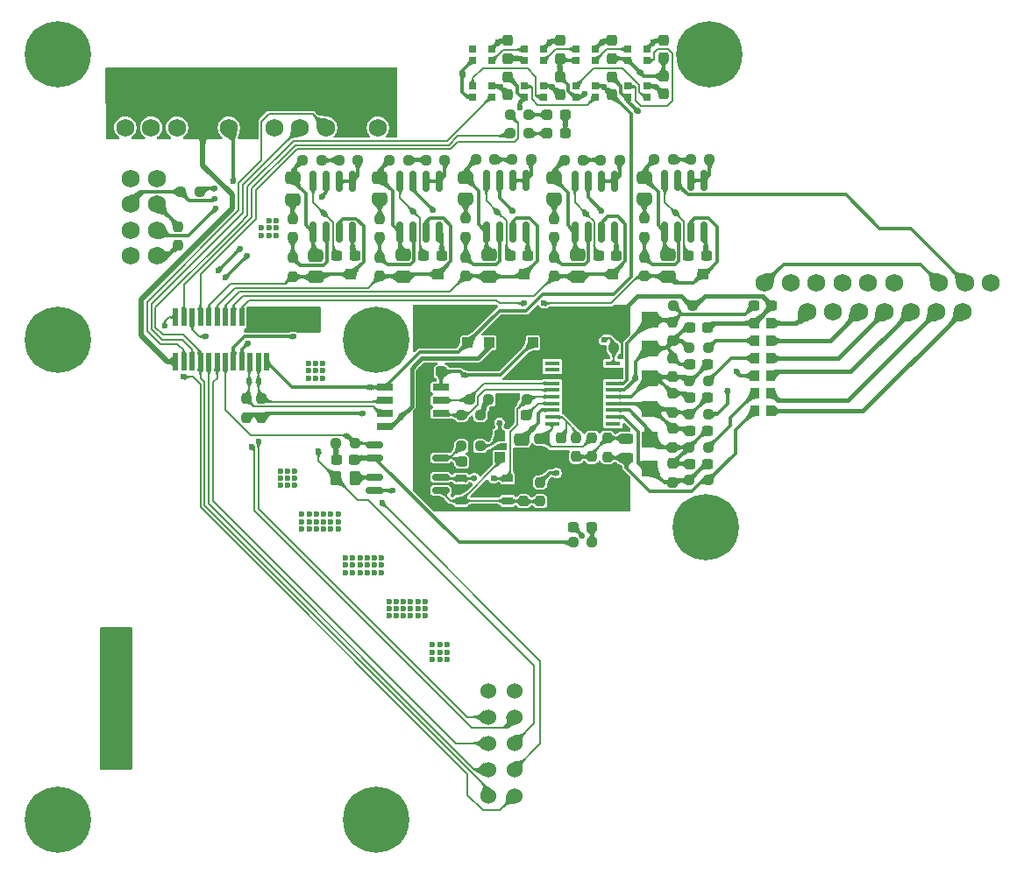
<source format=gbr>
%TF.GenerationSoftware,KiCad,Pcbnew,9.0.0*%
%TF.CreationDate,2025-10-11T11:15:02-05:00*%
%TF.ProjectId,BPS-Voltage_Temp_Board,4250532d-566f-46c7-9461-67655f54656d,rev?*%
%TF.SameCoordinates,Original*%
%TF.FileFunction,Copper,L1,Top*%
%TF.FilePolarity,Positive*%
%FSLAX46Y46*%
G04 Gerber Fmt 4.6, Leading zero omitted, Abs format (unit mm)*
G04 Created by KiCad (PCBNEW 9.0.0) date 2025-10-11 11:15:02*
%MOMM*%
%LPD*%
G01*
G04 APERTURE LIST*
G04 Aperture macros list*
%AMRoundRect*
0 Rectangle with rounded corners*
0 $1 Rounding radius*
0 $2 $3 $4 $5 $6 $7 $8 $9 X,Y pos of 4 corners*
0 Add a 4 corners polygon primitive as box body*
4,1,4,$2,$3,$4,$5,$6,$7,$8,$9,$2,$3,0*
0 Add four circle primitives for the rounded corners*
1,1,$1+$1,$2,$3*
1,1,$1+$1,$4,$5*
1,1,$1+$1,$6,$7*
1,1,$1+$1,$8,$9*
0 Add four rect primitives between the rounded corners*
20,1,$1+$1,$2,$3,$4,$5,0*
20,1,$1+$1,$4,$5,$6,$7,0*
20,1,$1+$1,$6,$7,$8,$9,0*
20,1,$1+$1,$8,$9,$2,$3,0*%
G04 Aperture macros list end*
%TA.AperFunction,SMDPad,CuDef*%
%ADD10RoundRect,0.237500X0.300000X0.237500X-0.300000X0.237500X-0.300000X-0.237500X0.300000X-0.237500X0*%
%TD*%
%TA.AperFunction,SMDPad,CuDef*%
%ADD11RoundRect,0.237500X-0.237500X0.250000X-0.237500X-0.250000X0.237500X-0.250000X0.237500X0.250000X0*%
%TD*%
%TA.AperFunction,SMDPad,CuDef*%
%ADD12RoundRect,0.237500X0.237500X-0.300000X0.237500X0.300000X-0.237500X0.300000X-0.237500X-0.300000X0*%
%TD*%
%TA.AperFunction,SMDPad,CuDef*%
%ADD13R,0.700000X0.700000*%
%TD*%
%TA.AperFunction,SMDPad,CuDef*%
%ADD14R,0.940000X1.010000*%
%TD*%
%TA.AperFunction,SMDPad,CuDef*%
%ADD15RoundRect,0.237500X0.250000X0.237500X-0.250000X0.237500X-0.250000X-0.237500X0.250000X-0.237500X0*%
%TD*%
%TA.AperFunction,ComponentPad*%
%ADD16C,1.524000*%
%TD*%
%TA.AperFunction,SMDPad,CuDef*%
%ADD17RoundRect,0.237500X0.237500X-0.250000X0.237500X0.250000X-0.237500X0.250000X-0.237500X-0.250000X0*%
%TD*%
%TA.AperFunction,SMDPad,CuDef*%
%ADD18R,1.500000X1.500000*%
%TD*%
%TA.AperFunction,ComponentPad*%
%ADD19C,3.600000*%
%TD*%
%TA.AperFunction,ConnectorPad*%
%ADD20C,6.400000*%
%TD*%
%TA.AperFunction,SMDPad,CuDef*%
%ADD21R,1.000000X1.000000*%
%TD*%
%TA.AperFunction,SMDPad,CuDef*%
%ADD22RoundRect,0.250000X-0.475000X0.337500X-0.475000X-0.337500X0.475000X-0.337500X0.475000X0.337500X0*%
%TD*%
%TA.AperFunction,SMDPad,CuDef*%
%ADD23R,1.528000X0.650000*%
%TD*%
%TA.AperFunction,SMDPad,CuDef*%
%ADD24RoundRect,0.237500X-0.250000X-0.237500X0.250000X-0.237500X0.250000X0.237500X-0.250000X0.237500X0*%
%TD*%
%TA.AperFunction,ComponentPad*%
%ADD25C,1.752600*%
%TD*%
%TA.AperFunction,SMDPad,CuDef*%
%ADD26R,0.550000X1.800000*%
%TD*%
%TA.AperFunction,SMDPad,CuDef*%
%ADD27R,1.000000X0.750000*%
%TD*%
%TA.AperFunction,SMDPad,CuDef*%
%ADD28RoundRect,0.150000X-0.150000X0.825000X-0.150000X-0.825000X0.150000X-0.825000X0.150000X0.825000X0*%
%TD*%
%TA.AperFunction,SMDPad,CuDef*%
%ADD29RoundRect,0.237500X-0.237500X0.300000X-0.237500X-0.300000X0.237500X-0.300000X0.237500X0.300000X0*%
%TD*%
%TA.AperFunction,SMDPad,CuDef*%
%ADD30RoundRect,0.250000X0.475000X-0.250000X0.475000X0.250000X-0.475000X0.250000X-0.475000X-0.250000X0*%
%TD*%
%TA.AperFunction,SMDPad,CuDef*%
%ADD31RoundRect,0.237500X0.287500X0.237500X-0.287500X0.237500X-0.287500X-0.237500X0.287500X-0.237500X0*%
%TD*%
%TA.AperFunction,SMDPad,CuDef*%
%ADD32RoundRect,0.250000X-0.262500X-0.450000X0.262500X-0.450000X0.262500X0.450000X-0.262500X0.450000X0*%
%TD*%
%TA.AperFunction,SMDPad,CuDef*%
%ADD33RoundRect,0.243750X-0.456250X0.243750X-0.456250X-0.243750X0.456250X-0.243750X0.456250X0.243750X0*%
%TD*%
%TA.AperFunction,SMDPad,CuDef*%
%ADD34RoundRect,0.150000X0.662500X0.150000X-0.662500X0.150000X-0.662500X-0.150000X0.662500X-0.150000X0*%
%TD*%
%TA.AperFunction,SMDPad,CuDef*%
%ADD35RoundRect,0.237500X-0.300000X-0.237500X0.300000X-0.237500X0.300000X0.237500X-0.300000X0.237500X0*%
%TD*%
%TA.AperFunction,SMDPad,CuDef*%
%ADD36RoundRect,0.237500X-0.287500X-0.237500X0.287500X-0.237500X0.287500X0.237500X-0.287500X0.237500X0*%
%TD*%
%TA.AperFunction,SMDPad,CuDef*%
%ADD37RoundRect,0.150000X-0.662500X-0.150000X0.662500X-0.150000X0.662500X0.150000X-0.662500X0.150000X0*%
%TD*%
%TA.AperFunction,SMDPad,CuDef*%
%ADD38R,1.475000X0.450000*%
%TD*%
%TA.AperFunction,ViaPad*%
%ADD39C,0.600000*%
%TD*%
%TA.AperFunction,Conductor*%
%ADD40C,0.300000*%
%TD*%
%TA.AperFunction,Conductor*%
%ADD41C,0.400000*%
%TD*%
%TA.AperFunction,Conductor*%
%ADD42C,0.200000*%
%TD*%
%TA.AperFunction,Conductor*%
%ADD43C,0.500000*%
%TD*%
G04 APERTURE END LIST*
D10*
%TO.P,C6,1*%
%TO.N,VDDA*%
X75060000Y-40175000D03*
%TO.P,C6,2*%
%TO.N,GNDA*%
X73335000Y-40175000D03*
%TD*%
D11*
%TO.P,R51,1*%
%TO.N,Net-(C32-Pad2)*%
X77765000Y-36575000D03*
%TO.P,R51,2*%
%TO.N,Net-(U14B--)*%
X77765000Y-38400000D03*
%TD*%
D12*
%TO.P,C10,1*%
%TO.N,+3.3V*%
X64600000Y-24612500D03*
%TO.P,C10,2*%
%TO.N,GND*%
X64600000Y-22887500D03*
%TD*%
D13*
%TO.P,D3,1,DOUT*%
%TO.N,Net-(D3-DOUT)*%
X66185000Y-23750000D03*
%TO.P,D3,2,VSS*%
%TO.N,GND*%
X66185000Y-24850000D03*
%TO.P,D3,3,DIN*%
%TO.N,Net-(D2-DOUT)*%
X68015000Y-24850000D03*
%TO.P,D3,4,VDD*%
%TO.N,+3.3V*%
X68015000Y-23750000D03*
%TD*%
D14*
%TO.P,F11,1*%
%TO.N,/VoltageConn/1&2COM_ext*%
X89980000Y-48400000D03*
%TO.P,F11,2*%
%TO.N,/VoltageConn/1&2COM*%
X88400000Y-48400000D03*
%TD*%
D15*
%TO.P,R42,1*%
%TO.N,Net-(U13A--)*%
X58495900Y-30925000D03*
%TO.P,R42,2*%
%TO.N,Net-(R42-Pad2)*%
X56670900Y-30925000D03*
%TD*%
D16*
%TO.P,J5,1,CH0*%
%TO.N,/LedDin*%
X62660000Y-92400000D03*
%TO.P,J5,2,CH1*%
%TO.N,/PB3*%
X65200000Y-92400000D03*
%TO.P,J5,3,CH2*%
%TO.N,/PB15*%
X62660000Y-89860000D03*
%TO.P,J5,4,CH3*%
%TO.N,/bmsAlert*%
X65200000Y-89860000D03*
%TO.P,J5,5,CH4*%
%TO.N,/PB14*%
X62660000Y-87320000D03*
%TO.P,J5,6,CH5*%
%TO.N,/bmsEn*%
X65200000Y-87320000D03*
%TO.P,J5,7,CH6*%
%TO.N,/VoltageSense/I2C_SDA*%
X62660000Y-84780000D03*
%TO.P,J5,8,CH7*%
%TO.N,/VoltageSense/I2C_SCL*%
X65200000Y-84780000D03*
%TO.P,J5,9,GND*%
%TO.N,GND*%
X62660000Y-82240000D03*
%TO.P,J5,10,GND*%
X65200000Y-82240000D03*
%TD*%
D13*
%TO.P,^D7,1,DOUT*%
%TO.N,Net-(D7-DOUT)*%
X71185000Y-20200000D03*
%TO.P,^D7,2,VSS*%
%TO.N,GND*%
X71185000Y-21300000D03*
%TO.P,^D7,3,DIN*%
%TO.N,Net-(D6-DOUT)*%
X73015000Y-21300000D03*
%TO.P,^D7,4,VDD*%
%TO.N,+3.3V*%
X73015000Y-20200000D03*
%TD*%
D17*
%TO.P,R26,1*%
%TO.N,/VoltageConn/VC2*%
X80512500Y-51912500D03*
%TO.P,R26,2*%
%TO.N,/VoltageConn/VC1*%
X80512500Y-50087500D03*
%TD*%
D18*
%TO.P,VC3,1,1*%
%TO.N,/VoltageConn/VC3*%
X78312500Y-55000000D03*
%TD*%
D19*
%TO.P,MH4,1,1*%
%TO.N,unconnected-(MH4-Pad1)_1*%
X21095000Y-20700000D03*
D20*
%TO.N,unconnected-(MH4-Pad1)*%
X21095000Y-20700000D03*
%TD*%
D21*
%TO.P,V_Boot,1,1*%
%TO.N,/VoltageSense/V_Boot*%
X63800000Y-59700000D03*
%TD*%
D22*
%TO.P,C32,1*%
%TO.N,Net-(U14B-+)*%
X77765000Y-32612500D03*
%TO.P,C32,2*%
%TO.N,Net-(C32-Pad2)*%
X77765000Y-34687500D03*
%TD*%
D18*
%TO.P,VC0,1,1*%
%TO.N,/VoltageConn/VC0*%
X78312500Y-46400000D03*
%TD*%
D14*
%TO.P,F10,1*%
%TO.N,/VoltageConn/2&3COM_ext*%
X89980000Y-50100000D03*
%TO.P,F10,2*%
%TO.N,/VoltageConn/2&3COM*%
X88400000Y-50100000D03*
%TD*%
D15*
%TO.P,R43,1*%
%TO.N,Net-(R41-Pad2)*%
X63312500Y-30900000D03*
%TO.P,R43,2*%
%TO.N,Net-(U12B-+)*%
X61487500Y-30900000D03*
%TD*%
D11*
%TO.P,R12,1*%
%TO.N,Net-(D1-K)*%
X74187500Y-57800000D03*
%TO.P,R12,2*%
%TO.N,/VoltageConn/last_cell*%
X74187500Y-59625000D03*
%TD*%
D14*
%TO.P,F7,1*%
%TO.N,/VoltageConn/last_cell_ext*%
X89990000Y-55200000D03*
%TO.P,F7,2*%
%TO.N,/VoltageConn/last_cell*%
X88410000Y-55200000D03*
%TD*%
D10*
%TO.P,C38,1*%
%TO.N,/VoltageConn/VC4*%
X83875000Y-57100000D03*
%TO.P,C38,2*%
%TO.N,/VoltageConn/VC3*%
X82150000Y-57100000D03*
%TD*%
D18*
%TO.P,VC1,1,1*%
%TO.N,/VoltageConn/VC1*%
X78312500Y-49200000D03*
%TD*%
D11*
%TO.P,R23,1*%
%TO.N,/VoltageConn/3&4COM*%
X32700000Y-37387500D03*
%TO.P,R23,2*%
%TO.N,/VoltageConn/3&4COM_Out*%
X32700000Y-39212500D03*
%TD*%
D23*
%TO.P,IC1,1,VCC1*%
%TO.N,+3.3V*%
X52689000Y-52895000D03*
%TO.P,IC1,2,SDA1*%
%TO.N,/VoltageSense/I2C_SDA*%
X52689000Y-54165000D03*
%TO.P,IC1,3,SCL1*%
%TO.N,/VoltageSense/I2C_SCL*%
X52689000Y-55435000D03*
%TO.P,IC1,4,GND1*%
%TO.N,GND*%
X52689000Y-56705000D03*
%TO.P,IC1,5,GND2*%
%TO.N,GND_Seg*%
X58111000Y-56705000D03*
%TO.P,IC1,6,SCL2*%
%TO.N,/VoltageSense/bmSCL*%
X58111000Y-55435000D03*
%TO.P,IC1,7,SDA2*%
%TO.N,/VoltageSense/bmSDA*%
X58111000Y-54165000D03*
%TO.P,IC1,8,VCC2*%
%TO.N,/VoltageSense/regout*%
X58111000Y-52895000D03*
%TD*%
D22*
%TO.P,C18,1*%
%TO.N,/VoltageSense/regout*%
X65900000Y-57962500D03*
%TO.P,C18,2*%
%TO.N,GND_Seg*%
X65900000Y-60037500D03*
%TD*%
D13*
%TO.P,D4,1,DOUT*%
%TO.N,Net-(D4-DOUT)*%
X71185000Y-23750000D03*
%TO.P,D4,2,VSS*%
%TO.N,GND*%
X71185000Y-24850000D03*
%TO.P,D4,3,DIN*%
%TO.N,Net-(D3-DOUT)*%
X73015000Y-24850000D03*
%TO.P,D4,4,VDD*%
%TO.N,+3.3V*%
X73015000Y-23750000D03*
%TD*%
D10*
%TO.P,C42,1*%
%TO.N,/VoltageSense/regout*%
X58162500Y-51400000D03*
%TO.P,C42,2*%
%TO.N,GND_Seg*%
X56437500Y-51400000D03*
%TD*%
D13*
%TO.P,D5,1,DOUT*%
%TO.N,Net-(D5-DOUT)*%
X76185000Y-23750000D03*
%TO.P,D5,2,VSS*%
%TO.N,GND*%
X76185000Y-24850000D03*
%TO.P,D5,3,DIN*%
%TO.N,Net-(D4-DOUT)*%
X78015000Y-24850000D03*
%TO.P,D5,4,VDD*%
%TO.N,+3.3V*%
X78015000Y-23750000D03*
%TD*%
D10*
%TO.P,C5,1*%
%TO.N,VDDA*%
X49800000Y-40200000D03*
%TO.P,C5,2*%
%TO.N,GNDA*%
X48075000Y-40200000D03*
%TD*%
D24*
%TO.P,R54,1*%
%TO.N,/VoltageConn/VC1*%
X82100000Y-49100000D03*
%TO.P,R54,2*%
%TO.N,/VoltageConn/1&2COM*%
X83925000Y-49100000D03*
%TD*%
D25*
%TO.P,J11,1,Pin_1*%
%TO.N,/VoltageConn/last_cell_ext*%
X108500000Y-45591895D03*
%TO.P,J11,2,Pin_2*%
%TO.N,/VoltageConn/4&5COM_ext*%
X106000000Y-45591895D03*
%TO.P,J11,3,Pin_3*%
%TO.N,/VoltageConn/3&4COM_ext*%
X103500000Y-45591895D03*
%TO.P,J11,4,Pin_4*%
%TO.N,/VoltageConn/2&3COM_ext*%
X101000000Y-45591895D03*
%TO.P,J11,5,Pin_5*%
%TO.N,/VoltageConn/1&2COM_ext*%
X98500000Y-45591895D03*
%TO.P,J11,6,Pin_6*%
%TO.N,unconnected-(J11-Pin_6-Pad6)*%
X96000000Y-45591895D03*
%TO.P,J11,7,Pin_7*%
%TO.N,Net-(J11-Pin_7)*%
X93500000Y-45591895D03*
%TD*%
D21*
%TO.P,TMP4,1,1*%
%TO.N,/TemperatureFilters/Temperature4*%
X49437500Y-42001000D03*
%TD*%
D12*
%TO.P,C12,1*%
%TO.N,+3.3V*%
X74600000Y-24612500D03*
%TO.P,C12,2*%
%TO.N,GND*%
X74600000Y-22887500D03*
%TD*%
D17*
%TO.P,R60,1*%
%TO.N,Net-(D1-K)*%
X72700000Y-59612500D03*
%TO.P,R60,2*%
%TO.N,/VoltageSense/BAT*%
X72700000Y-57787500D03*
%TD*%
D26*
%TO.P,J10,1,GND*%
%TO.N,GND*%
X41295000Y-46130000D03*
%TO.P,J10,2,+3.3v*%
%TO.N,+3.3V*%
X41295000Y-50430000D03*
%TO.P,J10,3,GND*%
%TO.N,GND*%
X40495000Y-46130000D03*
%TO.P,J10,4,I2C1_SDA*%
%TO.N,/VoltageSense/I2C_SDA*%
X40495000Y-50430000D03*
%TO.P,J10,5,GND*%
%TO.N,GND*%
X39695000Y-46130000D03*
%TO.P,J10,6,I2C1_SCL*%
%TO.N,/VoltageSense/I2C_SCL*%
X39695000Y-50430000D03*
%TO.P,J10,7,OPAMP1_VINP*%
%TO.N,/TemperatureFilters/Temperature5*%
X38895000Y-46130000D03*
%TO.P,J10,8,VDDA*%
%TO.N,VDDA*%
X38895000Y-50430000D03*
%TO.P,J10,9,ADC1_IN7*%
%TO.N,/TemperatureFilters/Temperature3*%
X38095000Y-46130000D03*
%TO.P,J10,10,GNDA*%
%TO.N,GNDA*%
X38095000Y-50430000D03*
%TO.P,J10,11,ADC1_IN9*%
%TO.N,/TemperatureFilters/Temperature2*%
X37295003Y-46130000D03*
%TO.P,J10,12,SPI2_NSS*%
%TO.N,/bmsAlert*%
X37295003Y-50430000D03*
%TO.P,J10,13,ADC1_IN10*%
%TO.N,/TemperatureFilters/Temperature1*%
X36495000Y-46130000D03*
%TO.P,J10,14,SPI2_MISO*%
%TO.N,/PB14*%
X36495000Y-50430000D03*
%TO.P,J10,15,ADC1_IN11*%
%TO.N,/TemperatureFilters/Temperature4*%
X35695000Y-46130000D03*
%TO.P,J10,16,SPI2_MOSI*%
%TO.N,/PB15*%
X35695000Y-50430000D03*
%TO.P,J10,17,SPI1_MOSI*%
%TO.N,/BQ_HB*%
X34895000Y-46130000D03*
%TO.P,J10,18,SPI2_SCK*%
%TO.N,/LedDin*%
X34895000Y-50430000D03*
%TO.P,J10,19,SPI1_NSS*%
%TO.N,/bmsEn*%
X34095000Y-46130000D03*
%TO.P,J10,20,CAN_L*%
%TO.N,/I-CAN_L*%
X34095000Y-50430000D03*
%TO.P,J10,21,SPI1_MISO*%
%TO.N,/BQ_Fault*%
X33295000Y-46130000D03*
%TO.P,J10,22,CAN_H*%
%TO.N,/I-CAN_H*%
X33295000Y-50430000D03*
%TO.P,J10,23,SPI1_SCK*%
%TO.N,/PB3*%
X32495000Y-46130000D03*
%TO.P,J10,24,+24V_In*%
%TO.N,+24V*%
X32495000Y-50430000D03*
D19*
%TO.P,J10,25,MNT*%
%TO.N,unconnected-(J10-MNT-Pad25)*%
X21125000Y-48280000D03*
D20*
%TO.N,unconnected-(J10-MNT-Pad25)_2*%
X21125000Y-48280000D03*
D19*
%TO.P,J10,26,MNT*%
%TO.N,unconnected-(J10-MNT-Pad26)_1*%
X51875000Y-48280000D03*
D20*
%TO.N,unconnected-(J10-MNT-Pad26)*%
X51875000Y-48280000D03*
D19*
%TO.P,J10,27,MNT*%
%TO.N,unconnected-(J10-MNT-Pad27)_1*%
X51875000Y-94750000D03*
D20*
%TO.N,unconnected-(J10-MNT-Pad27)_2*%
X51875000Y-94750000D03*
D19*
%TO.P,J10,28,MNT*%
%TO.N,unconnected-(J10-MNT-Pad28)_1*%
X21135000Y-94750000D03*
D20*
%TO.N,unconnected-(J10-MNT-Pad28)*%
X21135000Y-94750000D03*
%TD*%
D22*
%TO.P,C3,1*%
%TO.N,Net-(U4B-+)*%
X43802500Y-32662500D03*
%TO.P,C3,2*%
%TO.N,Net-(C3-Pad2)*%
X43802500Y-34737500D03*
%TD*%
D27*
%TO.P,bmsBoot,1,1*%
%TO.N,/VoltageSense/bmsBoot*%
X64550000Y-61725000D03*
X60050000Y-61725000D03*
%TO.P,bmsBoot,2,2*%
%TO.N,/VoltageSense/V_Boot*%
X64550000Y-63875000D03*
X60050000Y-63875000D03*
%TD*%
D21*
%TO.P,GND_,1,1*%
%TO.N,GND_Seg*%
X64900000Y-48600000D03*
%TD*%
D22*
%TO.P,C27,1*%
%TO.N,Net-(U6B-+)*%
X71312500Y-40137500D03*
%TO.P,C27,2*%
%TO.N,/TemperatureFilters/Temperature3*%
X71312500Y-42212500D03*
%TD*%
D28*
%TO.P,U13,1*%
%TO.N,Net-(U13A--)*%
X57988400Y-32950000D03*
%TO.P,U13,2,-*%
X56718400Y-32950000D03*
%TO.P,U13,3,+*%
%TO.N,/TemperatureConn/rawTemperature1*%
X55448400Y-32950000D03*
%TO.P,U13,4,V-*%
%TO.N,GNDA*%
X54178400Y-32950000D03*
%TO.P,U13,5,+*%
%TO.N,Net-(U13B-+)*%
X54178400Y-37900000D03*
%TO.P,U13,6,-*%
%TO.N,Net-(U13B--)*%
X55448400Y-37900000D03*
%TO.P,U13,7*%
%TO.N,/TemperatureFilters/Temperature1*%
X56718400Y-37900000D03*
%TO.P,U13,8,V+*%
%TO.N,VDDA*%
X57988400Y-37900000D03*
%TD*%
D15*
%TO.P,R44,1*%
%TO.N,Net-(R42-Pad2)*%
X54995900Y-30925000D03*
%TO.P,R44,2*%
%TO.N,Net-(U13B-+)*%
X53170900Y-30925000D03*
%TD*%
D22*
%TO.P,C26,1*%
%TO.N,Net-(U6B-+)*%
X69062500Y-32637500D03*
%TO.P,C26,2*%
%TO.N,Net-(C26-Pad2)*%
X69062500Y-34712500D03*
%TD*%
D11*
%TO.P,R8,1*%
%TO.N,Net-(U2-REGSRC)*%
X71200000Y-57787500D03*
%TO.P,R8,2*%
%TO.N,Net-(D1-K)*%
X71200000Y-59612500D03*
%TD*%
D24*
%TO.P,R59,1*%
%TO.N,Net-(C4-Pad1)*%
X60087500Y-58600000D03*
%TO.P,R59,2*%
%TO.N,/VoltageSense/ALERT*%
X61912500Y-58600000D03*
%TD*%
%TO.P,R56,1*%
%TO.N,/VoltageConn/VC3*%
X82100000Y-55500000D03*
%TO.P,R56,2*%
%TO.N,/VoltageConn/3&4COM_Out*%
X83925000Y-55500000D03*
%TD*%
D29*
%TO.P,C16,1*%
%TO.N,+3.3V*%
X69600000Y-19387500D03*
%TO.P,C16,2*%
%TO.N,GND*%
X69600000Y-21112500D03*
%TD*%
D13*
%TO.P,^D6,1,DOUT*%
%TO.N,Net-(D6-DOUT)*%
X76185000Y-20200000D03*
%TO.P,^D6,2,VSS*%
%TO.N,GND*%
X76185000Y-21300000D03*
%TO.P,^D6,3,DIN*%
%TO.N,Net-(D5-DOUT)*%
X78015000Y-21300000D03*
%TO.P,^D6,4,VDD*%
%TO.N,+3.3V*%
X78015000Y-20200000D03*
%TD*%
D24*
%TO.P,R18,1*%
%TO.N,/BQ_Fault*%
X64775000Y-28374000D03*
%TO.P,R18,2*%
%TO.N,Net-(D14-A)*%
X66600000Y-28374000D03*
%TD*%
D13*
%TO.P,^D8,1,DOUT*%
%TO.N,Net-(D8-DOUT)*%
X66185000Y-20200000D03*
%TO.P,^D8,2,VSS*%
%TO.N,GND*%
X66185000Y-21300000D03*
%TO.P,^D8,3,DIN*%
%TO.N,Net-(D7-DOUT)*%
X68015000Y-21300000D03*
%TO.P,^D8,4,VDD*%
%TO.N,+3.3V*%
X68015000Y-20200000D03*
%TD*%
D24*
%TO.P,R31,1*%
%TO.N,+3.3V*%
X70887500Y-67900000D03*
%TO.P,R31,2*%
%TO.N,Net-(D10-A)*%
X72712500Y-67900000D03*
%TD*%
D10*
%TO.P,C39,1*%
%TO.N,/VoltageConn/VC5*%
X83875000Y-60300000D03*
%TO.P,C39,2*%
%TO.N,/VoltageConn/VC4*%
X82150000Y-60300000D03*
%TD*%
D21*
%TO.P,GND,1,1*%
%TO.N,GND*%
X62800000Y-48600000D03*
%TD*%
D30*
%TO.P,C2,1*%
%TO.N,GND_Seg*%
X67900000Y-59750000D03*
%TO.P,C2,2*%
%TO.N,/VoltageSense/BAT*%
X67900000Y-57850000D03*
%TD*%
D24*
%TO.P,R55,1*%
%TO.N,/VoltageConn/VC2*%
X82100000Y-52300000D03*
%TO.P,R55,2*%
%TO.N,/VoltageConn/2&3COM*%
X83925000Y-52300000D03*
%TD*%
D31*
%TO.P,D14,1,K*%
%TO.N,GND*%
X70134250Y-28374000D03*
%TO.P,D14,2,A*%
%TO.N,Net-(D14-A)*%
X68384250Y-28374000D03*
%TD*%
D15*
%TO.P,R49,1*%
%TO.N,Net-(U14A--)*%
X84062500Y-30900000D03*
%TO.P,R49,2*%
%TO.N,Net-(R49-Pad2)*%
X82237500Y-30900000D03*
%TD*%
D11*
%TO.P,R48,1*%
%TO.N,Net-(U13B--)*%
X52198400Y-40350000D03*
%TO.P,R48,2*%
%TO.N,/TemperatureFilters/Temperature1*%
X52198400Y-42175000D03*
%TD*%
D13*
%TO.P,D2,1,DOUT*%
%TO.N,Net-(D2-DOUT)*%
X61185000Y-23750000D03*
%TO.P,D2,2,VSS*%
%TO.N,GND*%
X61185000Y-24850000D03*
%TO.P,D2,3,DIN*%
%TO.N,/LedDin*%
X63015000Y-24850000D03*
%TO.P,D2,4,VDD*%
%TO.N,+3.3V*%
X63015000Y-23750000D03*
%TD*%
D10*
%TO.P,C8,1*%
%TO.N,VDDA*%
X58195900Y-40175000D03*
%TO.P,C8,2*%
%TO.N,GNDA*%
X56470900Y-40175000D03*
%TD*%
D11*
%TO.P,R15,1*%
%TO.N,/VoltageSense/I2C_SCL*%
X39300000Y-53987500D03*
%TO.P,R15,2*%
%TO.N,+3.3V*%
X39300000Y-55812500D03*
%TD*%
D24*
%TO.P,R13,1*%
%TO.N,GND*%
X47975000Y-58300000D03*
%TO.P,R13,2*%
%TO.N,/bmsAlert*%
X49800000Y-58300000D03*
%TD*%
D28*
%TO.P,U14,1*%
%TO.N,Net-(U14A--)*%
X83555000Y-32925000D03*
%TO.P,U14,2,-*%
X82285000Y-32925000D03*
%TO.P,U14,3,+*%
%TO.N,/TemperatureConn/rawTemperature5*%
X81015000Y-32925000D03*
%TO.P,U14,4,V-*%
%TO.N,GNDA*%
X79745000Y-32925000D03*
%TO.P,U14,5,+*%
%TO.N,Net-(U14B-+)*%
X79745000Y-37875000D03*
%TO.P,U14,6,-*%
%TO.N,Net-(U14B--)*%
X81015000Y-37875000D03*
%TO.P,U14,7*%
%TO.N,/TemperatureFilters/Temperature5*%
X82285000Y-37875000D03*
%TO.P,U14,8,V+*%
%TO.N,VDDA*%
X83555000Y-37875000D03*
%TD*%
D10*
%TO.P,C34,1*%
%TO.N,GND_Seg*%
X90062500Y-45000000D03*
%TO.P,C34,2*%
%TO.N,/VoltageConn/VC0*%
X88337500Y-45000000D03*
%TD*%
D11*
%TO.P,R40,1*%
%TO.N,Net-(U6B--)*%
X69062500Y-40350000D03*
%TO.P,R40,2*%
%TO.N,/TemperatureFilters/Temperature3*%
X69062500Y-42175000D03*
%TD*%
D12*
%TO.P,C11,1*%
%TO.N,+3.3V*%
X69600000Y-24612500D03*
%TO.P,C11,2*%
%TO.N,GND*%
X69600000Y-22887500D03*
%TD*%
D15*
%TO.P,R41,1*%
%TO.N,Net-(U12A--)*%
X66812500Y-30900000D03*
%TO.P,R41,2*%
%TO.N,Net-(R41-Pad2)*%
X64987500Y-30900000D03*
%TD*%
D24*
%TO.P,R9,1*%
%TO.N,/VoltageSense/bmSDA*%
X60887500Y-54100000D03*
%TO.P,R9,2*%
%TO.N,/VoltageSense/regout*%
X62712500Y-54100000D03*
%TD*%
D25*
%TO.P,J8,1,Pin_1*%
%TO.N,VDDA*%
X89383400Y-42808106D03*
%TO.P,J8,2,Pin_2*%
%TO.N,/TemperatureConn/rawTemperature1*%
X91883400Y-42808106D03*
%TO.P,J8,3,Pin_3*%
%TO.N,/TemperatureConn/rawTemperature2*%
X94383400Y-42808106D03*
%TO.P,J8,4,Pin_4*%
%TO.N,/TemperatureConn/rawTemperature3*%
X96883400Y-42808106D03*
%TO.P,J8,5,Pin_5*%
%TO.N,/ScrutineeringConn/rawTemperature4_Pre*%
X99383400Y-42808106D03*
%TO.P,J8,6,Pin_6*%
%TO.N,GNDA*%
X101883400Y-42808106D03*
%TD*%
D15*
%TO.P,R1,1*%
%TO.N,Net-(U4A--)*%
X50100000Y-30950000D03*
%TO.P,R1,2*%
%TO.N,Net-(R1-Pad2)*%
X48275000Y-30950000D03*
%TD*%
D11*
%TO.P,R52,1*%
%TO.N,Net-(U14B--)*%
X77765000Y-40325000D03*
%TO.P,R52,2*%
%TO.N,/TemperatureFilters/Temperature5*%
X77765000Y-42150000D03*
%TD*%
D22*
%TO.P,C28,1*%
%TO.N,Net-(U12B-+)*%
X60515000Y-32612500D03*
%TO.P,C28,2*%
%TO.N,Net-(C28-Pad2)*%
X60515000Y-34687500D03*
%TD*%
D32*
%TO.P,R5,1*%
%TO.N,/bmsEn*%
X47990000Y-61700000D03*
%TO.P,R5,2*%
%TO.N,Net-(R5-Pad2)*%
X49815000Y-61700000D03*
%TD*%
D21*
%TO.P,regout,1,1*%
%TO.N,/VoltageSense/regout*%
X67000000Y-48600000D03*
%TD*%
D12*
%TO.P,C14,1*%
%TO.N,+3.3V*%
X79600000Y-24550000D03*
%TO.P,C14,2*%
%TO.N,GND*%
X79600000Y-22825000D03*
%TD*%
D21*
%TO.P,+3v3,1,1*%
%TO.N,+3.3V*%
X60700000Y-48600000D03*
%TD*%
D14*
%TO.P,F12,1*%
%TO.N,Net-(J11-Pin_7)*%
X89980000Y-46700000D03*
%TO.P,F12,2*%
%TO.N,GND_Seg*%
X88400000Y-46700000D03*
%TD*%
D10*
%TO.P,C24,1*%
%TO.N,+3.3V*%
X49750000Y-59935000D03*
%TO.P,C24,2*%
%TO.N,GND*%
X48025000Y-59935000D03*
%TD*%
D15*
%TO.P,R50,1*%
%TO.N,Net-(R49-Pad2)*%
X80562500Y-30900000D03*
%TO.P,R50,2*%
%TO.N,Net-(U14B-+)*%
X78737500Y-30900000D03*
%TD*%
D11*
%TO.P,R35,1*%
%TO.N,Net-(C3-Pad2)*%
X43802500Y-36625000D03*
%TO.P,R35,2*%
%TO.N,Net-(U4B--)*%
X43802500Y-38450000D03*
%TD*%
D33*
%TO.P,D1,1,K*%
%TO.N,Net-(D1-K)*%
X76000000Y-57862500D03*
%TO.P,D1,2,A*%
%TO.N,/VoltageConn/last_cell*%
X76000000Y-59737500D03*
%TD*%
D11*
%TO.P,R46,1*%
%TO.N,Net-(C29-Pad2)*%
X52198400Y-36600000D03*
%TO.P,R46,2*%
%TO.N,Net-(U13B--)*%
X52198400Y-38425000D03*
%TD*%
D18*
%TO.P,VC5,1,1*%
%TO.N,/VoltageConn/VC5*%
X78312500Y-60750000D03*
%TD*%
D17*
%TO.P,R28,1*%
%TO.N,/VoltageConn/VC5*%
X80512500Y-62112500D03*
%TO.P,R28,2*%
%TO.N,/VoltageConn/VC4*%
X80512500Y-60287500D03*
%TD*%
D11*
%TO.P,R14,1*%
%TO.N,/VoltageSense/I2C_SDA*%
X40800000Y-53987500D03*
%TO.P,R14,2*%
%TO.N,+3.3V*%
X40800000Y-55812500D03*
%TD*%
D34*
%TO.P,U1,1*%
%TO.N,Net-(C4-Pad1)*%
X58087500Y-59735000D03*
%TO.P,U1,2*%
%TO.N,GND_Seg*%
X58087500Y-58465000D03*
%TO.P,U1,3*%
%TO.N,/bmsAlert*%
X51712500Y-58465000D03*
%TO.P,U1,4*%
%TO.N,+3.3V*%
X51712500Y-59735000D03*
%TD*%
D24*
%TO.P,R53,1*%
%TO.N,/VoltageConn/VC0*%
X80600000Y-45000000D03*
%TO.P,R53,2*%
%TO.N,GND_Seg*%
X82425000Y-45000000D03*
%TD*%
D22*
%TO.P,C29,1*%
%TO.N,Net-(U13B-+)*%
X52198400Y-32637500D03*
%TO.P,C29,2*%
%TO.N,Net-(C29-Pad2)*%
X52198400Y-34712500D03*
%TD*%
D15*
%TO.P,R2,1*%
%TO.N,/VoltageSense/ALERT*%
X74812500Y-49100000D03*
%TO.P,R2,2*%
%TO.N,GND_Seg*%
X72987500Y-49100000D03*
%TD*%
D25*
%TO.P,J3,1,Pin_1*%
%TO.N,GND*%
X27633400Y-27808106D03*
%TO.P,J3,2,Pin_2*%
%TO.N,/I-CAN_L*%
X30133400Y-27808106D03*
%TO.P,J3,3,Pin_3*%
%TO.N,/I-CAN_H*%
X32633400Y-27808106D03*
%TO.P,J3,4,Pin_4*%
%TO.N,+24V*%
X35133400Y-27808106D03*
%TO.P,J3,5,Pin_5*%
%TO.N,/ShieldGND*%
X37633400Y-27808106D03*
%TD*%
D22*
%TO.P,C25,1*%
%TO.N,Net-(U4B-+)*%
X46052500Y-40162500D03*
%TO.P,C25,2*%
%TO.N,/TemperatureFilters/Temperature4*%
X46052500Y-42237500D03*
%TD*%
D11*
%TO.P,R36,1*%
%TO.N,Net-(U4B--)*%
X43802500Y-40375000D03*
%TO.P,R36,2*%
%TO.N,/TemperatureFilters/Temperature4*%
X43802500Y-42200000D03*
%TD*%
D25*
%TO.P,J1,1,Pin_1*%
%TO.N,/VoltageConn/3&4COM_Out*%
X30658098Y-40216600D03*
%TO.P,J1,2,Pin_2*%
%TO.N,/ShieldGND*%
X30658098Y-37716600D03*
%TO.P,J1,3,Pin_3*%
%TO.N,/VoltageConn/3&4COM*%
X30658098Y-35216600D03*
%TO.P,J1,4,Pin_4*%
%TO.N,GND_Seg*%
X30658098Y-32716600D03*
%TO.P,J1,5,Pin_5*%
%TO.N,VDDA*%
X28158098Y-40216600D03*
%TO.P,J1,6,Pin_6*%
%TO.N,/TemperatureConn/rawTemperature4*%
X28158098Y-37716600D03*
%TO.P,J1,7,Pin_7*%
%TO.N,/ScrutineeringConn/rawTemperature4_Pre*%
X28158098Y-35216600D03*
%TO.P,J1,8,Pin_8*%
%TO.N,GNDA*%
X28158098Y-32716600D03*
%TD*%
D18*
%TO.P,VC2,1,1*%
%TO.N,/VoltageConn/VC2*%
X78312500Y-52000000D03*
%TD*%
D21*
%TO.P,TMP5,1,1*%
%TO.N,/TemperatureFilters/Temperature5*%
X83400000Y-41951000D03*
%TD*%
D24*
%TO.P,R19,1*%
%TO.N,/BQ_HB*%
X64790750Y-26560000D03*
%TO.P,R19,2*%
%TO.N,Net-(D15-A)*%
X66615750Y-26560000D03*
%TD*%
%TO.P,R24,1*%
%TO.N,/ScrutineeringConn/rawTemperature4_Pre*%
X32987500Y-34000000D03*
%TO.P,R24,2*%
%TO.N,/TemperatureConn/rawTemperature4*%
X34812500Y-34000000D03*
%TD*%
D17*
%TO.P,R25,1*%
%TO.N,/VoltageConn/VC1*%
X80512500Y-48412500D03*
%TO.P,R25,2*%
%TO.N,/VoltageConn/VC0*%
X80512500Y-46587500D03*
%TD*%
D18*
%TO.P,VC4,1,1*%
%TO.N,/VoltageConn/VC4*%
X78312500Y-58000000D03*
%TD*%
D29*
%TO.P,C40,1*%
%TO.N,Net-(U2-REGSRC)*%
X69700000Y-57837500D03*
%TO.P,C40,2*%
%TO.N,GND_Seg*%
X69700000Y-59562500D03*
%TD*%
D21*
%TO.P,TMP3,1,1*%
%TO.N,/TemperatureFilters/Temperature3*%
X74697500Y-41976000D03*
%TD*%
D10*
%TO.P,C36,1*%
%TO.N,/VoltageConn/VC2*%
X83875000Y-50700000D03*
%TO.P,C36,2*%
%TO.N,/VoltageConn/VC1*%
X82150000Y-50700000D03*
%TD*%
D24*
%TO.P,R58,1*%
%TO.N,/VoltageConn/VC5*%
X82100000Y-61900000D03*
%TO.P,R58,2*%
%TO.N,/VoltageConn/last_cell*%
X83925000Y-61900000D03*
%TD*%
D17*
%TO.P,R3,1*%
%TO.N,/VoltageSense/V_Boot*%
X66100000Y-63912500D03*
%TO.P,R3,2*%
%TO.N,GND_Seg*%
X66100000Y-62087500D03*
%TD*%
D25*
%TO.P,J9,1,Pin_1*%
%TO.N,VDDA*%
X106233400Y-42800000D03*
%TO.P,J9,2,Pin_2*%
%TO.N,/TemperatureConn/rawTemperature5*%
X108733400Y-42800000D03*
%TO.P,J9,3,Pin_3*%
%TO.N,GNDA*%
X111233400Y-42800000D03*
%TD*%
%TO.P,J4,1,Pin_1*%
%TO.N,GND*%
X42033400Y-27808106D03*
%TO.P,J4,2,Pin_2*%
%TO.N,/I-CAN_L*%
X44533400Y-27808106D03*
%TO.P,J4,3,Pin_3*%
%TO.N,/I-CAN_H*%
X47033400Y-27808106D03*
%TO.P,J4,4,Pin_4*%
%TO.N,+24V*%
X49533400Y-27808106D03*
%TO.P,J4,5,Pin_5*%
%TO.N,/ShieldGND*%
X52033400Y-27808106D03*
%TD*%
D21*
%TO.P,TMP2,1,1*%
%TO.N,/TemperatureFilters/Temperature2*%
X66150000Y-41951000D03*
%TD*%
D29*
%TO.P,C17,1*%
%TO.N,+3.3V*%
X64600000Y-19387500D03*
%TO.P,C17,2*%
%TO.N,GND*%
X64600000Y-21112500D03*
%TD*%
D10*
%TO.P,C41,1*%
%TO.N,Net-(U2-CAP1)*%
X66362500Y-55600000D03*
%TO.P,C41,2*%
%TO.N,GND_Seg*%
X64637500Y-55600000D03*
%TD*%
D35*
%TO.P,C4,1*%
%TO.N,Net-(C4-Pad1)*%
X60137500Y-60100000D03*
%TO.P,C4,2*%
%TO.N,GND_Seg*%
X61862500Y-60100000D03*
%TD*%
D11*
%TO.P,R45,1*%
%TO.N,Net-(C28-Pad2)*%
X60515000Y-36575000D03*
%TO.P,R45,2*%
%TO.N,Net-(U12B--)*%
X60515000Y-38400000D03*
%TD*%
D13*
%TO.P,^D9,1,DOUT*%
%TO.N,unconnected-(D9-DOUT-Pad1)*%
X61185000Y-20200000D03*
%TO.P,^D9,2,VSS*%
%TO.N,GND*%
X61185000Y-21300000D03*
%TO.P,^D9,3,DIN*%
%TO.N,Net-(D8-DOUT)*%
X63015000Y-21300000D03*
%TO.P,^D9,4,VDD*%
%TO.N,+3.3V*%
X63015000Y-20200000D03*
%TD*%
D24*
%TO.P,R10,1*%
%TO.N,/VoltageSense/bmSCL*%
X60087500Y-55600000D03*
%TO.P,R10,2*%
%TO.N,/VoltageSense/regout*%
X61912500Y-55600000D03*
%TD*%
D17*
%TO.P,R30,1*%
%TO.N,/VoltageConn/VC3*%
X80512500Y-55312500D03*
%TO.P,R30,2*%
%TO.N,/VoltageConn/VC2*%
X80512500Y-53487500D03*
%TD*%
D11*
%TO.P,R39,1*%
%TO.N,Net-(C26-Pad2)*%
X69062500Y-36600000D03*
%TO.P,R39,2*%
%TO.N,Net-(U6B--)*%
X69062500Y-38425000D03*
%TD*%
D19*
%TO.P,MH1,1,1*%
%TO.N,unconnected-(MH1-Pad1)*%
X84000000Y-20700000D03*
D20*
%TO.N,unconnected-(MH1-Pad1)_1*%
X84000000Y-20700000D03*
%TD*%
D24*
%TO.P,R57,1*%
%TO.N,/VoltageConn/VC4*%
X82100000Y-58700000D03*
%TO.P,R57,2*%
%TO.N,/VoltageConn/4&5COM*%
X83925000Y-58700000D03*
%TD*%
D21*
%TO.P,TMP1,1,1*%
%TO.N,/TemperatureFilters/Temperature1*%
X57833400Y-41976000D03*
%TD*%
D19*
%TO.P,MH3,1,1*%
%TO.N,unconnected-(MH3-Pad1)*%
X83700000Y-66400000D03*
D20*
%TO.N,unconnected-(MH3-Pad1)_2*%
X83700000Y-66400000D03*
%TD*%
D11*
%TO.P,R4,1*%
%TO.N,/VoltageConn/VC1*%
X67700000Y-62100000D03*
%TO.P,R4,2*%
%TO.N,/VoltageSense/V_Boot*%
X67700000Y-63925000D03*
%TD*%
D24*
%TO.P,R11,1*%
%TO.N,GND_Seg*%
X64587500Y-54100000D03*
%TO.P,R11,2*%
%TO.N,/VoltageSense/bmsBoot*%
X66412500Y-54100000D03*
%TD*%
D28*
%TO.P,U4,1*%
%TO.N,Net-(U4A--)*%
X49592500Y-32975000D03*
%TO.P,U4,2,-*%
X48322500Y-32975000D03*
%TO.P,U4,3,+*%
%TO.N,/TemperatureConn/rawTemperature4*%
X47052500Y-32975000D03*
%TO.P,U4,4,V-*%
%TO.N,GNDA*%
X45782500Y-32975000D03*
%TO.P,U4,5,+*%
%TO.N,Net-(U4B-+)*%
X45782500Y-37925000D03*
%TO.P,U4,6,-*%
%TO.N,Net-(U4B--)*%
X47052500Y-37925000D03*
%TO.P,U4,7*%
%TO.N,/TemperatureFilters/Temperature4*%
X48322500Y-37925000D03*
%TO.P,U4,8,V+*%
%TO.N,VDDA*%
X49592500Y-37925000D03*
%TD*%
D15*
%TO.P,R37,1*%
%TO.N,Net-(U6A--)*%
X75360000Y-30925000D03*
%TO.P,R37,2*%
%TO.N,Net-(R37-Pad2)*%
X73535000Y-30925000D03*
%TD*%
D36*
%TO.P,D10,1,K*%
%TO.N,GND*%
X70925000Y-66400000D03*
%TO.P,D10,2,A*%
%TO.N,Net-(D10-A)*%
X72675000Y-66400000D03*
%TD*%
D22*
%TO.P,C30,1*%
%TO.N,Net-(U12B-+)*%
X62765000Y-40112500D03*
%TO.P,C30,2*%
%TO.N,/TemperatureFilters/Temperature2*%
X62765000Y-42187500D03*
%TD*%
D15*
%TO.P,R38,1*%
%TO.N,Net-(R37-Pad2)*%
X71860000Y-30925000D03*
%TO.P,R38,2*%
%TO.N,Net-(U6B-+)*%
X70035000Y-30925000D03*
%TD*%
D14*
%TO.P,F8,1*%
%TO.N,/VoltageConn/4&5COM_ext*%
X89990000Y-53500000D03*
%TO.P,F8,2*%
%TO.N,/VoltageConn/4&5COM*%
X88410000Y-53500000D03*
%TD*%
D22*
%TO.P,C33,1*%
%TO.N,Net-(U14B-+)*%
X80015000Y-40112500D03*
%TO.P,C33,2*%
%TO.N,/TemperatureFilters/Temperature5*%
X80015000Y-42187500D03*
%TD*%
D17*
%TO.P,R27,1*%
%TO.N,/VoltageConn/VC4*%
X80512500Y-58712500D03*
%TO.P,R27,2*%
%TO.N,/VoltageConn/VC3*%
X80512500Y-56887500D03*
%TD*%
D31*
%TO.P,D15,1,K*%
%TO.N,GND*%
X70134250Y-26560000D03*
%TO.P,D15,2,A*%
%TO.N,Net-(D15-A)*%
X68384250Y-26560000D03*
%TD*%
D10*
%TO.P,C7,1*%
%TO.N,VDDA*%
X66512500Y-40150000D03*
%TO.P,C7,2*%
%TO.N,GNDA*%
X64787500Y-40150000D03*
%TD*%
D11*
%TO.P,R47,1*%
%TO.N,Net-(U12B--)*%
X60515000Y-40325000D03*
%TO.P,R47,2*%
%TO.N,/TemperatureFilters/Temperature2*%
X60515000Y-42150000D03*
%TD*%
D29*
%TO.P,C13,1*%
%TO.N,+3.3V*%
X79600000Y-19325000D03*
%TO.P,C13,2*%
%TO.N,GND*%
X79600000Y-21050000D03*
%TD*%
D15*
%TO.P,R34,1*%
%TO.N,Net-(R1-Pad2)*%
X46600000Y-30950000D03*
%TO.P,R34,2*%
%TO.N,Net-(U4B-+)*%
X44775000Y-30950000D03*
%TD*%
D21*
%TO.P,ALERT,1,1*%
%TO.N,/VoltageSense/ALERT*%
X63800000Y-57600000D03*
%TD*%
D10*
%TO.P,C9,1*%
%TO.N,VDDA*%
X83762500Y-40200000D03*
%TO.P,C9,2*%
%TO.N,GNDA*%
X82037500Y-40200000D03*
%TD*%
D28*
%TO.P,U6,1*%
%TO.N,Net-(U6A--)*%
X74852500Y-32950000D03*
%TO.P,U6,2,-*%
X73582500Y-32950000D03*
%TO.P,U6,3,+*%
%TO.N,/TemperatureConn/rawTemperature3*%
X72312500Y-32950000D03*
%TO.P,U6,4,V-*%
%TO.N,GNDA*%
X71042500Y-32950000D03*
%TO.P,U6,5,+*%
%TO.N,Net-(U6B-+)*%
X71042500Y-37900000D03*
%TO.P,U6,6,-*%
%TO.N,Net-(U6B--)*%
X72312500Y-37900000D03*
%TO.P,U6,7*%
%TO.N,/TemperatureFilters/Temperature3*%
X73582500Y-37900000D03*
%TO.P,U6,8,V+*%
%TO.N,VDDA*%
X74852500Y-37900000D03*
%TD*%
D35*
%TO.P,C35,1*%
%TO.N,/VoltageConn/VC1*%
X82150000Y-47100000D03*
%TO.P,C35,2*%
%TO.N,GND_Seg*%
X83875000Y-47100000D03*
%TD*%
D29*
%TO.P,C15,1*%
%TO.N,+3.3V*%
X74600000Y-19387500D03*
%TO.P,C15,2*%
%TO.N,GND*%
X74600000Y-21112500D03*
%TD*%
D14*
%TO.P,F9,1*%
%TO.N,/VoltageConn/3&4COM_ext*%
X89990000Y-51800000D03*
%TO.P,F9,2*%
%TO.N,/VoltageConn/3&4COM*%
X88410000Y-51800000D03*
%TD*%
D37*
%TO.P,U3,1*%
%TO.N,Net-(R5-Pad2)*%
X51727500Y-61630000D03*
%TO.P,U3,2*%
%TO.N,GND*%
X51727500Y-62900000D03*
%TO.P,U3,3*%
%TO.N,/VoltageSense/V_Boot*%
X58102500Y-62900000D03*
%TO.P,U3,4*%
%TO.N,/VoltageSense/bmsBoot*%
X58102500Y-61630000D03*
%TD*%
D28*
%TO.P,U12,1*%
%TO.N,Net-(U12A--)*%
X66305000Y-32925000D03*
%TO.P,U12,2,-*%
X65035000Y-32925000D03*
%TO.P,U12,3,+*%
%TO.N,/TemperatureConn/rawTemperature2*%
X63765000Y-32925000D03*
%TO.P,U12,4,V-*%
%TO.N,GNDA*%
X62495000Y-32925000D03*
%TO.P,U12,5,+*%
%TO.N,Net-(U12B-+)*%
X62495000Y-37875000D03*
%TO.P,U12,6,-*%
%TO.N,Net-(U12B--)*%
X63765000Y-37875000D03*
%TO.P,U12,7*%
%TO.N,/TemperatureFilters/Temperature2*%
X65035000Y-37875000D03*
%TO.P,U12,8,V+*%
%TO.N,VDDA*%
X66305000Y-37875000D03*
%TD*%
D10*
%TO.P,C37,1*%
%TO.N,/VoltageConn/VC3*%
X83875000Y-53900000D03*
%TO.P,C37,2*%
%TO.N,/VoltageConn/VC2*%
X82150000Y-53900000D03*
%TD*%
D22*
%TO.P,C31,1*%
%TO.N,Net-(U13B-+)*%
X54448400Y-40137500D03*
%TO.P,C31,2*%
%TO.N,/TemperatureFilters/Temperature1*%
X54448400Y-42212500D03*
%TD*%
%TO.P,,1*%
%TO.N,Net-(U14B-+)*%
X77765000Y-32612500D03*
%TD*%
D38*
%TO.P,U2,1,DSG*%
%TO.N,unconnected-(U2-DSG-Pad1)*%
X68862000Y-50575000D03*
%TO.P,U2,2,CHG*%
%TO.N,unconnected-(U2-CHG-Pad2)*%
X68862000Y-51225000D03*
%TO.P,U2,3,VSS*%
%TO.N,GND_Seg*%
X68862000Y-51875000D03*
%TO.P,U2,4,SDA*%
%TO.N,/VoltageSense/bmSDA*%
X68862000Y-52525000D03*
%TO.P,U2,5,SCL*%
%TO.N,/VoltageSense/bmSCL*%
X68862000Y-53175000D03*
%TO.P,U2,6,TS1*%
%TO.N,/VoltageSense/bmsBoot*%
X68862000Y-53825000D03*
%TO.P,U2,7,CAP1*%
%TO.N,Net-(U2-CAP1)*%
X68862000Y-54475000D03*
%TO.P,U2,8,REGOUT*%
%TO.N,/VoltageSense/regout*%
X68862000Y-55125000D03*
%TO.P,U2,9,REGSRC*%
%TO.N,Net-(U2-REGSRC)*%
X68862000Y-55775000D03*
%TO.P,U2,10,BAT*%
%TO.N,/VoltageSense/BAT*%
X68862000Y-56425000D03*
%TO.P,U2,11,NC*%
%TO.N,unconnected-(U2-NC-Pad11)*%
X74738000Y-56425000D03*
%TO.P,U2,12,VC5*%
%TO.N,/VoltageConn/VC5*%
X74738000Y-55775000D03*
%TO.P,U2,13,VC4*%
%TO.N,/VoltageConn/VC4*%
X74738000Y-55125000D03*
%TO.P,U2,14,VC3*%
%TO.N,/VoltageConn/VC3*%
X74738000Y-54475000D03*
%TO.P,U2,15,VC2*%
%TO.N,/VoltageConn/VC2*%
X74738000Y-53825000D03*
%TO.P,U2,16,VC1*%
%TO.N,/VoltageConn/VC1*%
X74738000Y-53175000D03*
%TO.P,U2,17,VC0*%
%TO.N,/VoltageConn/VC0*%
X74738000Y-52525000D03*
%TO.P,U2,18,SRP*%
%TO.N,GND_Seg*%
X74738000Y-51875000D03*
%TO.P,U2,19,SRN*%
X74738000Y-51225000D03*
%TO.P,U2,20,ALERT*%
%TO.N,/VoltageSense/ALERT*%
X74738000Y-50575000D03*
%TD*%
D39*
%TO.N,GND*%
X57300000Y-79200000D03*
X71762716Y-67270735D03*
X58000000Y-77800000D03*
X77392500Y-22507500D03*
X42600000Y-62400000D03*
X43300000Y-61000000D03*
X58700000Y-77800000D03*
X51700000Y-70100000D03*
X46700000Y-50600000D03*
X52400000Y-69400000D03*
X55200000Y-75000000D03*
X47975000Y-59100000D03*
X40800000Y-38200000D03*
X54500000Y-74300000D03*
X48200000Y-65900000D03*
X46100000Y-65200000D03*
X44000000Y-45500000D03*
X42600000Y-61000000D03*
X46000000Y-52000000D03*
X52400000Y-70800000D03*
X46100000Y-66600000D03*
X42600000Y-61700000D03*
X42200000Y-37500000D03*
X72000000Y-24550000D03*
X56600000Y-73600000D03*
X46800000Y-65200000D03*
X48900000Y-69400000D03*
X48900000Y-70100000D03*
X43300000Y-61700000D03*
X43200000Y-45500000D03*
X57300000Y-77800000D03*
X48200000Y-66600000D03*
X49600000Y-70800000D03*
X54307500Y-55707500D03*
X51000000Y-69400000D03*
X58700000Y-78500000D03*
X46700000Y-51300000D03*
X53100000Y-74300000D03*
X47500000Y-66600000D03*
X51700000Y-70800000D03*
X53450000Y-62900000D03*
X53100000Y-75000000D03*
X44700000Y-66600000D03*
X44000000Y-61000000D03*
X69600000Y-22000000D03*
X45300000Y-51300000D03*
X48200000Y-65200000D03*
X40800000Y-37500000D03*
X56600000Y-74300000D03*
X44000000Y-46200000D03*
X58000000Y-79200000D03*
X51700000Y-69400000D03*
X44700000Y-65900000D03*
X46800000Y-65900000D03*
X46800000Y-66600000D03*
X53800000Y-74300000D03*
X42400000Y-46200000D03*
X52400000Y-70100000D03*
X47500000Y-65200000D03*
X49600000Y-69400000D03*
X46000000Y-51300000D03*
X41500000Y-38200000D03*
X50300000Y-70800000D03*
X41500000Y-37500000D03*
X43200000Y-46900000D03*
X65775533Y-25878355D03*
X44000000Y-62400000D03*
X50300000Y-70100000D03*
X55200000Y-74300000D03*
X55900000Y-75000000D03*
X44000000Y-61700000D03*
X45400000Y-65900000D03*
X43200000Y-46200000D03*
X44000000Y-46900000D03*
X65450000Y-21112500D03*
X58700000Y-79200000D03*
X46100000Y-65900000D03*
X41500000Y-36800000D03*
X49600000Y-70100000D03*
X53100000Y-73600000D03*
X60200000Y-22600000D03*
X45300000Y-52000000D03*
X42200000Y-38200000D03*
X70134250Y-27450000D03*
X42400000Y-45500000D03*
X51000000Y-70800000D03*
X55900000Y-74300000D03*
X44700000Y-65200000D03*
X58000000Y-78500000D03*
X50300000Y-69400000D03*
X47500000Y-65900000D03*
X56600000Y-75000000D03*
X54500000Y-75000000D03*
X48900000Y-70800000D03*
X55900000Y-73600000D03*
X42400000Y-46900000D03*
X46700000Y-52000000D03*
X45400000Y-66600000D03*
X45300000Y-50600000D03*
X45400000Y-65200000D03*
X57300000Y-78500000D03*
X46000000Y-50600000D03*
X55200000Y-73600000D03*
X53800000Y-73600000D03*
X54500000Y-73600000D03*
X43300000Y-62400000D03*
X53800000Y-75000000D03*
X42200000Y-36800000D03*
X77150000Y-26250000D03*
X51000000Y-70100000D03*
%TO.N,+3.3V*%
X63843750Y-23856250D03*
X73707500Y-19507500D03*
X51300000Y-52895000D03*
X73843750Y-23856250D03*
X78657500Y-19557500D03*
X68843750Y-23856250D03*
X50600000Y-55450000D03*
X78875000Y-23825000D03*
X50600000Y-59735000D03*
X63657500Y-19557500D03*
X68657500Y-19557500D03*
%TO.N,GNDA*%
X72114734Y-36085266D03*
X39400000Y-40200000D03*
X43900000Y-48011500D03*
X63559028Y-35940972D03*
X80778484Y-36021516D03*
X48075000Y-40200000D03*
X38700000Y-39500000D03*
X46822234Y-36077766D03*
X36600000Y-41600000D03*
X37300000Y-42300000D03*
X55425029Y-35874971D03*
%TO.N,VDDA*%
X39462500Y-48662500D03*
X58200000Y-39400000D03*
X83700000Y-39400000D03*
X75060000Y-39450000D03*
X49592500Y-39400000D03*
X66500000Y-39400000D03*
%TO.N,/VoltageSense/regout*%
X60356250Y-51743750D03*
X66931250Y-56931250D03*
X62300000Y-54900000D03*
%TO.N,/VoltageConn/VC1*%
X69300000Y-61200000D03*
X76901000Y-52000000D03*
%TO.N,/PB3*%
X31450000Y-47000000D03*
X33250000Y-51900000D03*
%TO.N,/bmsEn*%
X35400000Y-48000000D03*
X46300000Y-59100000D03*
%TO.N,/bmsAlert*%
X52425000Y-64075000D03*
X49100000Y-57600000D03*
%TO.N,/VoltageSense/ALERT*%
X63775728Y-56320937D03*
X73844975Y-48344975D03*
%TO.N,/VoltageSense/bmsBoot*%
X61375735Y-61700735D03*
X63200000Y-61725000D03*
%TO.N,/VoltageConn/3&4COM*%
X86700000Y-51400000D03*
%TO.N,/VoltageConn/3&4COM_Out*%
X85800000Y-53200000D03*
%TO.N,/TemperatureConn/rawTemperature1*%
X57400000Y-35800000D03*
%TO.N,/TemperatureConn/rawTemperature2*%
X65075000Y-35875000D03*
%TO.N,/TemperatureConn/rawTemperature3*%
X73650000Y-35850000D03*
%TO.N,/TemperatureConn/rawTemperature4*%
X46625000Y-34475000D03*
X36300000Y-33700000D03*
%TO.N,/VoltageSense/I2C_SCL*%
X39600000Y-52300000D03*
X39850000Y-58650000D03*
%TO.N,/VoltageSense/I2C_SDA*%
X40495000Y-52300000D03*
X40495000Y-58124000D03*
%TO.N,GND_Seg*%
X57150000Y-46650000D03*
X71800000Y-51400000D03*
X74700000Y-62000000D03*
X71900000Y-63400000D03*
X74700000Y-62700000D03*
X72500000Y-52100000D03*
X63400000Y-50400000D03*
X71900000Y-62700000D03*
X56437500Y-52500000D03*
X70500000Y-63400000D03*
X62300000Y-62800000D03*
X69100000Y-62000000D03*
X69100000Y-62700000D03*
X57150000Y-45950000D03*
X60350000Y-56750000D03*
X62950000Y-50950000D03*
X61750000Y-56750000D03*
X71900000Y-62000000D03*
X72500000Y-50700000D03*
X71100000Y-52100000D03*
X72600000Y-63400000D03*
X57150000Y-47350000D03*
X57850000Y-46650000D03*
X71100000Y-52800000D03*
X71800000Y-53500000D03*
X72600000Y-62700000D03*
X74000000Y-62000000D03*
X61050000Y-57450000D03*
X70500000Y-62700000D03*
X71800000Y-52800000D03*
X69100000Y-63400000D03*
X61550000Y-50950000D03*
X71800000Y-52100000D03*
X72500000Y-54900000D03*
X71100000Y-55600000D03*
X62250000Y-50950000D03*
X70500000Y-62000000D03*
X58550000Y-45950000D03*
X71100000Y-53500000D03*
X72600000Y-62000000D03*
X71800000Y-55600000D03*
X74000000Y-62700000D03*
X71100000Y-54900000D03*
X73300000Y-62000000D03*
X71100000Y-54200000D03*
X71100000Y-50700000D03*
X71800000Y-54200000D03*
X69800000Y-62000000D03*
X71200000Y-63400000D03*
X63700000Y-62800000D03*
X69800000Y-63400000D03*
X72500000Y-52800000D03*
X69800000Y-62700000D03*
X72500000Y-53500000D03*
X71200000Y-62700000D03*
X63900000Y-49900000D03*
X72500000Y-55600000D03*
X58550000Y-46650000D03*
X71200000Y-62000000D03*
X74700000Y-63400000D03*
X74000000Y-63400000D03*
X71800000Y-54900000D03*
X63000000Y-62800000D03*
X71100000Y-51400000D03*
X61050000Y-56750000D03*
X72500000Y-51400000D03*
X71800000Y-50700000D03*
X72500000Y-56300000D03*
X57850000Y-47350000D03*
X60350000Y-57450000D03*
X73300000Y-62700000D03*
X61750000Y-57450000D03*
X73300000Y-63400000D03*
X71800000Y-56300000D03*
X58550000Y-47350000D03*
X72500000Y-54200000D03*
X57850000Y-45950000D03*
X60000000Y-62800000D03*
%TO.N,/TemperatureFilters/Temperature5*%
X68050000Y-44800000D03*
X66150000Y-44800000D03*
%TO.N,/ScrutineeringConn/rawTemperature4_Pre*%
X36265120Y-34654120D03*
%TO.N,/ShieldGND*%
X38032952Y-32976432D03*
X36350000Y-35650000D03*
%TD*%
D40*
%TO.N,GND*%
X61185000Y-21300000D02*
X60200000Y-22285000D01*
X76185000Y-24850000D02*
X76185000Y-25285000D01*
D41*
X55300000Y-54715000D02*
X55300000Y-51100000D01*
D40*
X64600000Y-21112500D02*
X65450000Y-21112500D01*
X79600000Y-21050000D02*
X79600000Y-22825000D01*
D41*
X54307500Y-55707500D02*
X55300000Y-54715000D01*
X55300000Y-51100000D02*
X55499000Y-50901000D01*
D40*
X75883000Y-24850000D02*
X76185000Y-24850000D01*
D42*
X70134250Y-26560000D02*
X70134250Y-27450000D01*
D40*
X66185000Y-24850000D02*
X65883000Y-24850000D01*
X69950000Y-28075000D02*
X69975000Y-28100000D01*
X69787500Y-21300000D02*
X69600000Y-21112500D01*
D42*
X71762716Y-67237716D02*
X70925000Y-66400000D01*
D40*
X75484000Y-24451000D02*
X75883000Y-24850000D01*
D41*
X55499000Y-50891444D02*
X55866444Y-50524000D01*
D40*
X71000000Y-24850000D02*
X70426000Y-24276000D01*
X51727500Y-62900000D02*
X53450000Y-62900000D01*
X65997500Y-21112500D02*
X66185000Y-21300000D01*
X72000000Y-24550000D02*
X71700000Y-24850000D01*
X65775533Y-25878355D02*
X65775533Y-25324467D01*
X65883000Y-24850000D02*
X65450000Y-24417000D01*
X71185000Y-21300000D02*
X69787500Y-21300000D01*
X75997500Y-21112500D02*
X76185000Y-21300000D01*
X65775533Y-25324467D02*
X66185000Y-24915000D01*
X75484000Y-23771500D02*
X75484000Y-24451000D01*
D42*
X71762716Y-67270735D02*
X71762716Y-67237716D01*
D41*
X55499000Y-50901000D02*
X55499000Y-50891444D01*
D40*
X69600000Y-21112500D02*
X69600000Y-22000000D01*
X77392500Y-22507500D02*
X76185000Y-21300000D01*
X47975000Y-59885000D02*
X48025000Y-59935000D01*
X47975000Y-59100000D02*
X47975000Y-59885000D01*
X47975000Y-58300000D02*
X47975000Y-59100000D01*
X60200000Y-22285000D02*
X60200000Y-22600000D01*
X70426000Y-23713500D02*
X69600000Y-22887500D01*
X71700000Y-24850000D02*
X71185000Y-24850000D01*
X65450000Y-24417000D02*
X65450000Y-23737500D01*
D41*
X56300000Y-50100000D02*
X61700000Y-50100000D01*
D40*
X69600000Y-22000000D02*
X69600000Y-22887500D01*
X66185000Y-24915000D02*
X66185000Y-24850000D01*
D41*
X55876000Y-50524000D02*
X56300000Y-50100000D01*
D40*
X77392500Y-22507500D02*
X77710000Y-22825000D01*
X76185000Y-25285000D02*
X77150000Y-26250000D01*
D41*
X55866444Y-50524000D02*
X55876000Y-50524000D01*
X61700000Y-50100000D02*
X62800000Y-49000000D01*
D40*
X60200000Y-22600000D02*
X60200000Y-24350000D01*
X70426000Y-24276000D02*
X70426000Y-23713500D01*
X60700000Y-24850000D02*
X61185000Y-24850000D01*
X74600000Y-22887500D02*
X75484000Y-23771500D01*
D42*
X70134250Y-27450000D02*
X70134250Y-28374000D01*
D41*
X62800000Y-49000000D02*
X62800000Y-48600000D01*
D40*
X60200000Y-24350000D02*
X60700000Y-24850000D01*
D41*
X52689000Y-56705000D02*
X53310000Y-56705000D01*
D40*
X65450000Y-23737500D02*
X64600000Y-22887500D01*
X71185000Y-24850000D02*
X71000000Y-24850000D01*
X74600000Y-21112500D02*
X75997500Y-21112500D01*
X77710000Y-22825000D02*
X79600000Y-22825000D01*
X65450000Y-21112500D02*
X65997500Y-21112500D01*
D41*
X53310000Y-56705000D02*
X54307500Y-55707500D01*
D40*
%TO.N,+3.3V*%
X73843750Y-23856250D02*
X74600000Y-24612500D01*
X64600000Y-19387500D02*
X63827500Y-19387500D01*
X68015000Y-23750000D02*
X68737500Y-23750000D01*
X49950000Y-59735000D02*
X49750000Y-59935000D01*
X68737500Y-23750000D02*
X68843750Y-23856250D01*
X74600000Y-24612500D02*
X76500000Y-26512500D01*
X73015000Y-23750000D02*
X73737500Y-23750000D01*
X68657500Y-19557500D02*
X68015000Y-20200000D01*
X68843750Y-23856250D02*
X69600000Y-24612500D01*
X41162500Y-55450000D02*
X40800000Y-55812500D01*
X68827500Y-19387500D02*
X68657500Y-19557500D01*
X51300000Y-52895000D02*
X52689000Y-52895000D01*
X73707500Y-19507500D02*
X73015000Y-20200000D01*
X78875000Y-23825000D02*
X79600000Y-24550000D01*
X76500000Y-26512500D02*
X76500000Y-42200000D01*
X39612500Y-55500000D02*
X39300000Y-55812500D01*
X69600000Y-19387500D02*
X68827500Y-19387500D01*
X63737500Y-23750000D02*
X63843750Y-23856250D01*
X50600000Y-55450000D02*
X41162500Y-55450000D01*
X73737500Y-23750000D02*
X73843750Y-23856250D01*
X73827500Y-19387500D02*
X73707500Y-19507500D01*
X63800000Y-45500000D02*
X60700000Y-48600000D01*
X63827500Y-19387500D02*
X63657500Y-19557500D01*
X51712500Y-59735000D02*
X59877500Y-67900000D01*
X66375310Y-45500000D02*
X63800000Y-45500000D01*
X51712500Y-59735000D02*
X50600000Y-59735000D01*
X78015000Y-23750000D02*
X78800000Y-23750000D01*
X59800000Y-49500000D02*
X56084000Y-49500000D01*
X59877500Y-67900000D02*
X70887500Y-67900000D01*
X63657500Y-19557500D02*
X63015000Y-20200000D01*
X60700000Y-48600000D02*
X59800000Y-49500000D01*
X74600000Y-19387500D02*
X73827500Y-19387500D01*
X78890000Y-19325000D02*
X78657500Y-19557500D01*
X67975310Y-43900000D02*
X66375310Y-45500000D01*
X56084000Y-49500000D02*
X52689000Y-52895000D01*
X78800000Y-23750000D02*
X78875000Y-23825000D01*
X76500000Y-42200000D02*
X74800000Y-43900000D01*
X74800000Y-43900000D02*
X67975310Y-43900000D01*
X40800000Y-55812500D02*
X40487500Y-55500000D01*
X43760000Y-52895000D02*
X41295000Y-50430000D01*
X40487500Y-55500000D02*
X39612500Y-55500000D01*
X63843750Y-23856250D02*
X64600000Y-24612500D01*
X50600000Y-59735000D02*
X49950000Y-59735000D01*
X51300000Y-52895000D02*
X43760000Y-52895000D01*
X78657500Y-19557500D02*
X78015000Y-20200000D01*
X79600000Y-19325000D02*
X78890000Y-19325000D01*
X63015000Y-23750000D02*
X63737500Y-23750000D01*
D42*
%TO.N,/VoltageSense/BAT*%
X71811500Y-58676000D02*
X68726000Y-58676000D01*
X68726000Y-58676000D02*
X67900000Y-57850000D01*
X68862000Y-56888000D02*
X67900000Y-57850000D01*
X72700000Y-57787500D02*
X71811500Y-58676000D01*
X68862000Y-56425000D02*
X68862000Y-56888000D01*
%TO.N,GNDA*%
X81616000Y-36859032D02*
X81616000Y-39728500D01*
X45782500Y-35038032D02*
X46822234Y-36077766D01*
X72114734Y-36085266D02*
X71042500Y-35013032D01*
X47721500Y-39846500D02*
X48075000Y-40200000D01*
D40*
X39400000Y-40200000D02*
X37300000Y-42300000D01*
D42*
X63559028Y-35940972D02*
X64434000Y-36815943D01*
D40*
X36600000Y-41600000D02*
X38700000Y-39500000D01*
D42*
X79745000Y-34988032D02*
X79745000Y-32925000D01*
X64434000Y-36815943D02*
X64434000Y-39796500D01*
X80778484Y-36021516D02*
X79745000Y-34988032D01*
X54178400Y-34628342D02*
X54178400Y-32950000D01*
X71042500Y-35013032D02*
X71042500Y-32950000D01*
X72114734Y-36085266D02*
X72913500Y-36884032D01*
X62495000Y-34876943D02*
X62495000Y-32925000D01*
X46822234Y-36077766D02*
X47721500Y-36977032D01*
X56117400Y-36567342D02*
X56117400Y-39821500D01*
D40*
X38095000Y-49109346D02*
X38095000Y-50430000D01*
D42*
X55425029Y-35874971D02*
X56117400Y-36567342D01*
X72913500Y-36884032D02*
X72913500Y-39753500D01*
X80778484Y-36021516D02*
X81616000Y-36859032D01*
X55425029Y-35874971D02*
X54178400Y-34628342D01*
D40*
X43900000Y-48011500D02*
X39192846Y-48011500D01*
D42*
X56117400Y-39821500D02*
X56470900Y-40175000D01*
X45782500Y-32975000D02*
X45782500Y-35038032D01*
X64434000Y-39796500D02*
X64787500Y-40150000D01*
D40*
X39192846Y-48011500D02*
X38095000Y-49109346D01*
D42*
X63559028Y-35940972D02*
X62495000Y-34876943D01*
X81616000Y-39728500D02*
X82037500Y-40150000D01*
X47721500Y-36977032D02*
X47721500Y-39846500D01*
X72913500Y-39753500D02*
X73335000Y-40175000D01*
D40*
%TO.N,Net-(C3-Pad2)*%
X43802500Y-34737500D02*
X43802500Y-36625000D01*
D42*
%TO.N,Net-(U2-CAP1)*%
X67487500Y-54475000D02*
X68862000Y-54475000D01*
X66362500Y-55600000D02*
X67487500Y-54475000D01*
D40*
%TO.N,Net-(U4B-+)*%
X43802500Y-31922500D02*
X44775000Y-30950000D01*
X43802500Y-32662500D02*
X43802500Y-32902500D01*
X43802500Y-32902500D02*
X45100000Y-34200000D01*
X45100000Y-37242500D02*
X45782500Y-37925000D01*
X45782500Y-39892500D02*
X46052500Y-40162500D01*
X45782500Y-37925000D02*
X45782500Y-39892500D01*
X43802500Y-32662500D02*
X43802500Y-31922500D01*
X45100000Y-34200000D02*
X45100000Y-37242500D01*
D42*
%TO.N,Net-(C4-Pad1)*%
X59772500Y-59735000D02*
X60137500Y-60100000D01*
X58952500Y-59735000D02*
X60087500Y-58600000D01*
X58087500Y-59735000D02*
X58952500Y-59735000D01*
X58087500Y-59735000D02*
X59772500Y-59735000D01*
%TO.N,Net-(U2-REGSRC)*%
X69700000Y-57837500D02*
X70212250Y-57325250D01*
X71200000Y-57175500D02*
X71200000Y-57787500D01*
X68862000Y-55775000D02*
X69799500Y-55775000D01*
X70212250Y-56187750D02*
X71200000Y-57175500D01*
X70212250Y-57325250D02*
X70212250Y-56187750D01*
X69799500Y-55775000D02*
X70212250Y-56187750D01*
D40*
%TO.N,VDDA*%
X66512500Y-38082500D02*
X66305000Y-37875000D01*
X83700000Y-38020000D02*
X83555000Y-37875000D01*
X83700000Y-39400000D02*
X83700000Y-38020000D01*
X83700000Y-40087500D02*
X83700000Y-39400000D01*
X83762500Y-40150000D02*
X83700000Y-40087500D01*
X49592500Y-39400000D02*
X49592500Y-40005000D01*
X66512500Y-40150000D02*
X66512500Y-38082500D01*
X58195900Y-38107500D02*
X57988400Y-37900000D01*
X39462500Y-48662500D02*
X38895000Y-49230000D01*
X75060000Y-38107500D02*
X74852500Y-37900000D01*
X75060000Y-39450000D02*
X75060000Y-38107500D01*
X75060000Y-40175000D02*
X75060000Y-39450000D01*
X104433400Y-41000000D02*
X106233400Y-42800000D01*
X49592500Y-40005000D02*
X49762500Y-40175000D01*
X49592500Y-37925000D02*
X49592500Y-39400000D01*
X58195900Y-40175000D02*
X58195900Y-38107500D01*
X91191506Y-41000000D02*
X104433400Y-41000000D01*
X38895000Y-49230000D02*
X38895000Y-50430000D01*
X89383400Y-42808106D02*
X91191506Y-41000000D01*
%TO.N,/VoltageSense/regout*%
X66931250Y-56931250D02*
X65900000Y-57962500D01*
X60356250Y-51743750D02*
X60012500Y-51400000D01*
X58111000Y-51451500D02*
X58111000Y-52895000D01*
X60012500Y-51400000D02*
X58162500Y-51400000D01*
X67500000Y-56362500D02*
X66931250Y-56931250D01*
X62712500Y-54100000D02*
X62700000Y-54100000D01*
X63856250Y-51743750D02*
X67000000Y-48600000D01*
X62700000Y-54100000D02*
X62300000Y-54500000D01*
X58162500Y-51400000D02*
X58111000Y-51451500D01*
X60356250Y-51743750D02*
X63856250Y-51743750D01*
X67824500Y-55125000D02*
X67500000Y-55449500D01*
X62300000Y-54500000D02*
X62300000Y-54900000D01*
X62300000Y-54900000D02*
X62300000Y-55212500D01*
X68862000Y-55125000D02*
X67824500Y-55125000D01*
X62300000Y-55212500D02*
X61912500Y-55600000D01*
X67500000Y-55449500D02*
X67500000Y-56362500D01*
%TO.N,/TemperatureFilters/Temperature1*%
X59084400Y-40725000D02*
X57833400Y-41976000D01*
D42*
X36495000Y-45030000D02*
X36495000Y-46130000D01*
D40*
X57833400Y-41976000D02*
X54684900Y-41976000D01*
X59084400Y-37308322D02*
X59084400Y-40725000D01*
X54684900Y-41976000D02*
X54448400Y-42212500D01*
X57069401Y-36574000D02*
X58350078Y-36574000D01*
D42*
X38225000Y-43300000D02*
X36495000Y-45030000D01*
D40*
X56718400Y-36925001D02*
X57069401Y-36574000D01*
X58350078Y-36574000D02*
X59084400Y-37308322D01*
X56718400Y-37900000D02*
X56718400Y-36925001D01*
D42*
X51073400Y-43300000D02*
X38225000Y-43300000D01*
D40*
X52198400Y-42175000D02*
X54410900Y-42175000D01*
D42*
X52198400Y-42175000D02*
X51073400Y-43300000D01*
D40*
X54410900Y-42175000D02*
X54448400Y-42212500D01*
%TO.N,Net-(C26-Pad2)*%
X69062500Y-34712500D02*
X69062500Y-36600000D01*
%TO.N,Net-(U6B-+)*%
X69062500Y-32762500D02*
X70400000Y-34100000D01*
X71042500Y-39867500D02*
X71312500Y-40137500D01*
X70400000Y-34100000D02*
X70400000Y-37257500D01*
X69062500Y-32637500D02*
X69062500Y-31897500D01*
X70400000Y-37257500D02*
X71042500Y-37900000D01*
X71042500Y-37900000D02*
X71042500Y-39867500D01*
X69062500Y-32637500D02*
X69062500Y-32762500D01*
X69062500Y-31897500D02*
X70035000Y-30925000D01*
%TO.N,/TemperatureFilters/Temperature2*%
X65035000Y-36900001D02*
X65386001Y-36549000D01*
X62727500Y-42150000D02*
X62765000Y-42187500D01*
D42*
X58965000Y-43700000D02*
X38625003Y-43700000D01*
X60515000Y-42150000D02*
X58965000Y-43700000D01*
X38625003Y-43700000D02*
X37295003Y-45030000D01*
D40*
X66150000Y-41951000D02*
X66049000Y-41951000D01*
X67401000Y-37283322D02*
X67401000Y-40700000D01*
X65035000Y-37875000D02*
X65035000Y-36900001D01*
X60515000Y-42150000D02*
X62727500Y-42150000D01*
D42*
X37295003Y-45030000D02*
X37295003Y-46130000D01*
D40*
X65812500Y-42187500D02*
X62765000Y-42187500D01*
X67401000Y-40700000D02*
X66150000Y-41951000D01*
X65386001Y-36549000D02*
X66666678Y-36549000D01*
X66666678Y-36549000D02*
X67401000Y-37283322D01*
X66049000Y-41951000D02*
X65812500Y-42187500D01*
%TO.N,Net-(U12B-+)*%
X60515000Y-32612500D02*
X60515000Y-31872500D01*
X62495000Y-37875000D02*
X62495000Y-39842500D01*
X60515000Y-31872500D02*
X61487500Y-30900000D01*
X60515000Y-32612500D02*
X60515000Y-32632678D01*
X62495000Y-39842500D02*
X62765000Y-40112500D01*
X60515000Y-32632678D02*
X61800000Y-33917678D01*
X61800000Y-37180000D02*
X62495000Y-37875000D01*
X61800000Y-33917678D02*
X61800000Y-37180000D01*
%TO.N,Net-(C28-Pad2)*%
X60515000Y-34687500D02*
X60515000Y-36575000D01*
%TO.N,Net-(C29-Pad2)*%
X52198400Y-34712500D02*
X52198400Y-36600000D01*
%TO.N,Net-(U13B-+)*%
X52198400Y-32637500D02*
X52198400Y-31897500D01*
X53500000Y-33959278D02*
X53500000Y-37221600D01*
X52198400Y-31897500D02*
X53170900Y-30925000D01*
X54178400Y-37900000D02*
X54178400Y-39867500D01*
X52198400Y-32657678D02*
X53500000Y-33959278D01*
X53500000Y-37221600D02*
X54178400Y-37900000D01*
X54178400Y-39867500D02*
X54448400Y-40137500D01*
X52198400Y-32637500D02*
X52198400Y-32657678D01*
%TO.N,/TemperatureFilters/Temperature3*%
X73582500Y-37017500D02*
X74200000Y-36400000D01*
X71275000Y-42175000D02*
X71312500Y-42212500D01*
X74697500Y-41976000D02*
X71549000Y-41976000D01*
X75948500Y-37148500D02*
X75948500Y-40725000D01*
D42*
X39024000Y-44101000D02*
X67136500Y-44101000D01*
D40*
X74200000Y-36400000D02*
X75200000Y-36400000D01*
X69062500Y-42175000D02*
X71275000Y-42175000D01*
X75948500Y-40725000D02*
X74697500Y-41976000D01*
X71549000Y-41976000D02*
X71312500Y-42212500D01*
X75200000Y-36400000D02*
X75948500Y-37148500D01*
X73582500Y-37900000D02*
X73582500Y-37017500D01*
D42*
X38095000Y-46130000D02*
X38095000Y-45030000D01*
X38095000Y-45030000D02*
X39024000Y-44101000D01*
X67136500Y-44101000D02*
X69062500Y-42175000D01*
D40*
%TO.N,Net-(C32-Pad2)*%
X77765000Y-34687500D02*
X77765000Y-36575000D01*
%TO.N,Net-(U14B-+)*%
X79100000Y-37230000D02*
X79100000Y-34000000D01*
X77765000Y-32612500D02*
X77765000Y-31872500D01*
X79745000Y-37875000D02*
X79745000Y-39842500D01*
X77765000Y-31872500D02*
X78737500Y-30900000D01*
X79100000Y-34000000D02*
X77765000Y-32665000D01*
X79745000Y-39842500D02*
X80015000Y-40112500D01*
X79745000Y-37875000D02*
X79100000Y-37230000D01*
X77765000Y-32665000D02*
X77765000Y-32612500D01*
%TO.N,/TemperatureFilters/Temperature4*%
X48322500Y-36950001D02*
X48673501Y-36599000D01*
X46289000Y-42001000D02*
X46052500Y-42237500D01*
D42*
X35695000Y-45030000D02*
X35695000Y-46130000D01*
D40*
X50688500Y-37333322D02*
X50688500Y-40750000D01*
X48322500Y-37925000D02*
X48322500Y-36950001D01*
X50688500Y-40750000D02*
X49437500Y-42001000D01*
D42*
X43802500Y-42200000D02*
X43102500Y-42900000D01*
D40*
X49437500Y-42001000D02*
X46289000Y-42001000D01*
X46052500Y-42237500D02*
X43840000Y-42237500D01*
X49954178Y-36599000D02*
X50688500Y-37333322D01*
X48673501Y-36599000D02*
X49954178Y-36599000D01*
D42*
X43102500Y-42900000D02*
X37825000Y-42900000D01*
X37825000Y-42900000D02*
X35695000Y-45030000D01*
D40*
X43840000Y-42237500D02*
X43802500Y-42200000D01*
%TO.N,/VoltageConn/VC0*%
X76100000Y-48612500D02*
X78312500Y-46400000D01*
X80512500Y-46587500D02*
X81274000Y-45826000D01*
X81426000Y-45826000D02*
X80600000Y-45000000D01*
X87511500Y-45826000D02*
X81426000Y-45826000D01*
X75752500Y-52525000D02*
X76100000Y-52177500D01*
X81274000Y-45826000D02*
X81426000Y-45826000D01*
X80325000Y-46400000D02*
X80512500Y-46587500D01*
X76100000Y-52177500D02*
X76100000Y-48612500D01*
X78312500Y-46400000D02*
X80325000Y-46400000D01*
X88337500Y-45000000D02*
X87511500Y-45826000D01*
X74738000Y-52525000D02*
X75752500Y-52525000D01*
%TO.N,/VoltageConn/VC1*%
X79925000Y-49000000D02*
X80512500Y-48412500D01*
X80512500Y-48412500D02*
X81412500Y-48412500D01*
X78312500Y-49200000D02*
X78112500Y-49200000D01*
X82150000Y-50700000D02*
X81125000Y-50700000D01*
X75811020Y-53175000D02*
X74738000Y-53175000D01*
X79725000Y-49200000D02*
X79925000Y-49000000D01*
X75811020Y-53175000D02*
X76901000Y-52085020D01*
X76901000Y-52000000D02*
X76901000Y-52085020D01*
X81825000Y-47100000D02*
X80512500Y-48412500D01*
X76901000Y-50411500D02*
X76901000Y-52000000D01*
X78112500Y-49200000D02*
X76901000Y-50411500D01*
X82150000Y-47100000D02*
X81825000Y-47100000D01*
X80512500Y-49587500D02*
X80512500Y-50087500D01*
X79925000Y-49000000D02*
X80512500Y-49587500D01*
X67700000Y-62100000D02*
X68600000Y-61200000D01*
X81125000Y-50700000D02*
X80512500Y-50087500D01*
X78312500Y-49200000D02*
X79725000Y-49200000D01*
X81412500Y-48412500D02*
X82100000Y-49100000D01*
X68600000Y-61200000D02*
X69300000Y-61200000D01*
%TO.N,/VoltageConn/VC2*%
X82275000Y-52300000D02*
X83875000Y-50700000D01*
X80512500Y-51912500D02*
X78400000Y-51912500D01*
X81737500Y-53487500D02*
X82150000Y-53900000D01*
X74738000Y-53825000D02*
X76487500Y-53825000D01*
X78312500Y-52000000D02*
X79025000Y-52000000D01*
X76487500Y-53825000D02*
X78312500Y-52000000D01*
X80512500Y-51912500D02*
X81712500Y-51912500D01*
X81712500Y-51912500D02*
X82100000Y-52300000D01*
X78400000Y-51912500D02*
X78312500Y-52000000D01*
X80512500Y-53487500D02*
X81737500Y-53487500D01*
X82100000Y-52300000D02*
X82275000Y-52300000D01*
X79025000Y-52000000D02*
X80512500Y-53487500D01*
%TO.N,/VoltageConn/VC3*%
X81937500Y-56887500D02*
X82150000Y-57100000D01*
X80200000Y-55000000D02*
X80512500Y-55312500D01*
X77787500Y-54475000D02*
X74738000Y-54475000D01*
X78312500Y-55000000D02*
X80200000Y-55000000D01*
X82275000Y-55500000D02*
X83875000Y-53900000D01*
X80512500Y-56887500D02*
X81937500Y-56887500D01*
X80512500Y-55312500D02*
X81912500Y-55312500D01*
X78312500Y-55000000D02*
X78625000Y-55000000D01*
X82100000Y-55500000D02*
X82275000Y-55500000D01*
X78625000Y-55000000D02*
X80512500Y-56887500D01*
X81912500Y-55312500D02*
X82100000Y-55500000D01*
X78312500Y-55000000D02*
X77787500Y-54475000D01*
%TO.N,/VoltageConn/VC4*%
X78312500Y-57112500D02*
X78312500Y-58000000D01*
X79025000Y-58712500D02*
X78312500Y-58000000D01*
X82100000Y-58700000D02*
X80525000Y-58700000D01*
X83875000Y-57100000D02*
X83700000Y-57100000D01*
X80512500Y-60287500D02*
X82137500Y-60287500D01*
X76325000Y-55125000D02*
X78312500Y-57112500D01*
X82100000Y-58700000D02*
X80512500Y-60287500D01*
X80512500Y-58712500D02*
X79025000Y-58712500D01*
X74738000Y-55125000D02*
X76325000Y-55125000D01*
X83700000Y-57100000D02*
X82100000Y-58700000D01*
X80525000Y-58700000D02*
X80512500Y-58712500D01*
X82137500Y-60287500D02*
X82150000Y-60300000D01*
%TO.N,/VoltageConn/VC5*%
X83875000Y-60300000D02*
X83700000Y-60300000D01*
X80725000Y-61900000D02*
X80512500Y-62112500D01*
X79675000Y-62112500D02*
X78312500Y-60750000D01*
X74738000Y-55775000D02*
X75775500Y-55775000D01*
X75775500Y-55775000D02*
X77200000Y-57199500D01*
X77663846Y-60750000D02*
X78312500Y-60750000D01*
X80512500Y-62112500D02*
X79675000Y-62112500D01*
X77200000Y-57199500D02*
X77200000Y-60286154D01*
X82100000Y-61900000D02*
X80725000Y-61900000D01*
X77200000Y-60286154D02*
X77663846Y-60750000D01*
X83700000Y-60300000D02*
X82100000Y-61900000D01*
D42*
%TO.N,Net-(D2-DOUT)*%
X67300000Y-24685000D02*
X67465000Y-24850000D01*
X61185000Y-23015000D02*
X62151000Y-22049000D01*
X66467500Y-22049000D02*
X67300000Y-22881500D01*
X62151000Y-22049000D02*
X66467500Y-22049000D01*
X67465000Y-24850000D02*
X68015000Y-24850000D01*
X61185000Y-23750000D02*
X61185000Y-23015000D01*
X67300000Y-22881500D02*
X67300000Y-24685000D01*
%TO.N,/LedDin*%
X31300000Y-47848000D02*
X33259332Y-47847999D01*
X39452000Y-33527316D02*
X43889658Y-29089658D01*
X39452000Y-36294331D02*
X39452000Y-33527316D01*
X62660000Y-91707100D02*
X62660000Y-92400000D01*
X33259332Y-47847999D02*
X34895000Y-49483667D01*
X38894330Y-36852000D02*
X38894332Y-36852001D01*
X30552000Y-47100000D02*
X30552000Y-45194330D01*
X39158522Y-36587811D02*
X39158522Y-36587809D01*
X63015000Y-24850000D02*
X62930000Y-24850000D01*
X35294000Y-52399000D02*
X35294000Y-64341100D01*
X34895000Y-50430000D02*
X34895000Y-52000000D01*
X30552000Y-45194330D02*
X38894330Y-36852000D01*
X35294000Y-64341100D02*
X62660000Y-91707100D01*
X34895000Y-52000000D02*
X35294000Y-52399000D01*
X43889658Y-29089658D02*
X58690342Y-29089658D01*
X31300000Y-47848000D02*
X30552000Y-47100000D01*
X38894332Y-36852001D02*
X39158522Y-36587811D01*
X34895000Y-49483667D02*
X34895000Y-50430000D01*
X62930000Y-24850000D02*
X58690342Y-29089658D01*
X39158522Y-36587809D02*
X39452000Y-36294331D01*
%TO.N,Net-(D3-DOUT)*%
X67463000Y-25600000D02*
X72265000Y-25600000D01*
X66899000Y-23914000D02*
X66899000Y-25036000D01*
X66899000Y-25036000D02*
X67463000Y-25600000D01*
X66185000Y-23750000D02*
X66735000Y-23750000D01*
X66735000Y-23750000D02*
X66899000Y-23914000D01*
X72265000Y-25600000D02*
X73015000Y-24850000D01*
%TO.N,/I-CAN_L*%
X30151000Y-44849000D02*
X30151000Y-47266100D01*
X33144233Y-48300000D02*
X34095000Y-49250767D01*
X39000000Y-33341506D02*
X39000000Y-36000000D01*
X30151000Y-47266100D02*
X31184900Y-48300000D01*
X31184900Y-48300000D02*
X33144233Y-48300000D01*
X34095000Y-49250767D02*
X34095000Y-50430000D01*
X39000000Y-36000000D02*
X30151000Y-44849000D01*
X44533400Y-27808106D02*
X39000000Y-33341506D01*
%TO.N,/I-CAN_H*%
X33295000Y-49330000D02*
X33295000Y-50430000D01*
X40800000Y-30974406D02*
X38599000Y-33175406D01*
X40800000Y-27200000D02*
X40800000Y-30974406D01*
X29750000Y-44648000D02*
X29750000Y-47432200D01*
X29750000Y-47432200D02*
X31018800Y-48701000D01*
X45725294Y-26500000D02*
X41500000Y-26500000D01*
X47033400Y-27808106D02*
X45725294Y-26500000D01*
X32666000Y-48701000D02*
X33295000Y-49330000D01*
X38599000Y-35799000D02*
X29750000Y-44648000D01*
X41500000Y-26500000D02*
X40800000Y-27200000D01*
X38599000Y-33175406D02*
X38599000Y-35799000D01*
X31018800Y-48701000D02*
X32666000Y-48701000D01*
%TO.N,Net-(D4-DOUT)*%
X77300000Y-24337000D02*
X77813000Y-24850000D01*
X72886000Y-22049000D02*
X75649000Y-22049000D01*
X71185000Y-23750000D02*
X72886000Y-22049000D01*
X75649000Y-22049000D02*
X77300000Y-23700000D01*
X77300000Y-23700000D02*
X77300000Y-24337000D01*
X77813000Y-24850000D02*
X78015000Y-24850000D01*
%TO.N,Net-(D5-DOUT)*%
X78666000Y-20584000D02*
X78666000Y-21199000D01*
X80055634Y-20200000D02*
X79050000Y-20200000D01*
X78565000Y-21300000D02*
X78015000Y-21300000D01*
X77401000Y-25700000D02*
X80000000Y-25700000D01*
X78666000Y-21199000D02*
X78565000Y-21300000D01*
X76185000Y-23750000D02*
X76735000Y-23750000D01*
X76735000Y-23750000D02*
X76899000Y-23914000D01*
X80000000Y-25700000D02*
X80499000Y-25201000D01*
X80499000Y-25201000D02*
X80499000Y-20643366D01*
X76899000Y-23914000D02*
X76899000Y-25198000D01*
X79050000Y-20200000D02*
X78666000Y-20584000D01*
X80499000Y-20643366D02*
X80055634Y-20200000D01*
X76899000Y-25198000D02*
X77401000Y-25700000D01*
%TO.N,Net-(D6-DOUT)*%
X76159000Y-20226000D02*
X74132866Y-20226000D01*
X74132866Y-20226000D02*
X73058866Y-21300000D01*
X76185000Y-20200000D02*
X76159000Y-20226000D01*
X73058866Y-21300000D02*
X73015000Y-21300000D01*
%TO.N,Net-(D7-DOUT)*%
X68106866Y-21300000D02*
X68015000Y-21300000D01*
X71185000Y-20200000D02*
X71159000Y-20226000D01*
X71159000Y-20226000D02*
X69180866Y-20226000D01*
X69180866Y-20226000D02*
X68106866Y-21300000D01*
%TO.N,Net-(D8-DOUT)*%
X63106866Y-21300000D02*
X64132866Y-20274000D01*
X63015000Y-21300000D02*
X63106866Y-21300000D01*
X64132866Y-20274000D02*
X66111000Y-20274000D01*
X66111000Y-20274000D02*
X66185000Y-20200000D01*
%TO.N,Net-(D1-K)*%
X74187500Y-57800000D02*
X75937500Y-57800000D01*
X75937500Y-57800000D02*
X76000000Y-57862500D01*
X72700000Y-59287500D02*
X74187500Y-57800000D01*
X72700000Y-59612500D02*
X72700000Y-59287500D01*
X71200000Y-59612500D02*
X72700000Y-59612500D01*
D43*
%TO.N,+24V*%
X37999000Y-35619768D02*
X29199000Y-44419768D01*
X29199000Y-44419768D02*
X29199000Y-47907521D01*
X29199000Y-47907521D02*
X31721479Y-50430000D01*
X35133400Y-27808106D02*
X35133400Y-31433400D01*
X35133400Y-31433400D02*
X37999000Y-34299000D01*
X37999000Y-34299000D02*
X37999000Y-35619768D01*
X31721479Y-50430000D02*
X32495000Y-50430000D01*
D42*
X35133400Y-27808106D02*
X35133400Y-31156054D01*
%TO.N,/VoltageSense/bmSCL*%
X61700000Y-54543134D02*
X61700000Y-53800000D01*
X61700000Y-53800000D02*
X62325000Y-53175000D01*
X60643134Y-55600000D02*
X61700000Y-54543134D01*
X60087500Y-55600000D02*
X60643134Y-55600000D01*
X62325000Y-53175000D02*
X68862000Y-53175000D01*
X60087500Y-55600000D02*
X58276000Y-55600000D01*
X58276000Y-55600000D02*
X58111000Y-55435000D01*
%TO.N,/VoltageSense/bmSDA*%
X60822500Y-54165000D02*
X60887500Y-54100000D01*
X68862000Y-52525000D02*
X62275000Y-52525000D01*
X60887500Y-53912500D02*
X60887500Y-54100000D01*
X62275000Y-52525000D02*
X60887500Y-53912500D01*
X58111000Y-54165000D02*
X60822500Y-54165000D01*
%TO.N,/PB3*%
X31870000Y-46130000D02*
X32495000Y-46130000D01*
X31450000Y-46550000D02*
X31870000Y-46130000D01*
X34193240Y-51900000D02*
X34893000Y-52599760D01*
X31450000Y-47000000D02*
X31450000Y-46550000D01*
X34893000Y-64507200D02*
X60700000Y-90314200D01*
X60700000Y-92300000D02*
X62200000Y-93800000D01*
X60700000Y-90314200D02*
X60700000Y-92300000D01*
X34893000Y-52599760D02*
X34893000Y-64507200D01*
X63800000Y-93800000D02*
X65200000Y-92400000D01*
X33250000Y-51900000D02*
X34193240Y-51900000D01*
X62200000Y-93800000D02*
X63800000Y-93800000D01*
%TO.N,/bmsEn*%
X34095000Y-47295000D02*
X34095000Y-46130000D01*
X67099000Y-85421000D02*
X67099000Y-79799000D01*
X65200000Y-87320000D02*
X67099000Y-85421000D01*
X35400000Y-48000000D02*
X34800000Y-48000000D01*
X50090000Y-63800000D02*
X47990000Y-61700000D01*
X46300000Y-59100000D02*
X46300000Y-60000000D01*
X51100000Y-63800000D02*
X50090000Y-63800000D01*
X67099000Y-79799000D02*
X51100000Y-63800000D01*
X34800000Y-48000000D02*
X34095000Y-47295000D01*
X46300000Y-60000000D02*
X47990000Y-61690000D01*
X47990000Y-61690000D02*
X47990000Y-61700000D01*
%TO.N,/bmsAlert*%
X51547500Y-58300000D02*
X51712500Y-58465000D01*
X39755866Y-57524000D02*
X37295003Y-55063137D01*
X49100000Y-57600000D02*
X49024000Y-57524000D01*
X49024000Y-57524000D02*
X39755866Y-57524000D01*
X49100000Y-57600000D02*
X49800000Y-58300000D01*
X67700000Y-87360000D02*
X65200000Y-89860000D01*
X37295003Y-55063137D02*
X37295003Y-50430000D01*
X52425000Y-64075000D02*
X67700000Y-79350000D01*
X67700000Y-79350000D02*
X67700000Y-87360000D01*
X49800000Y-58300000D02*
X51547500Y-58300000D01*
D40*
%TO.N,Net-(R1-Pad2)*%
X46600000Y-30950000D02*
X48275000Y-30950000D01*
%TO.N,Net-(U4A--)*%
X49592500Y-32975000D02*
X48322500Y-32975000D01*
X50100000Y-32467500D02*
X49592500Y-32975000D01*
X50100000Y-30950000D02*
X50100000Y-32467500D01*
D42*
%TO.N,/VoltageSense/ALERT*%
X74444975Y-48144975D02*
X74812500Y-48512500D01*
X63775728Y-56320937D02*
X63775929Y-56320937D01*
X74812500Y-50500500D02*
X74738000Y-50575000D01*
X74812500Y-49100000D02*
X74812500Y-50500500D01*
X63800000Y-56345008D02*
X63800000Y-57600000D01*
X63775929Y-56320937D02*
X63800000Y-56345008D01*
X63800000Y-57600000D02*
X62800000Y-58600000D01*
X62800000Y-58600000D02*
X61912500Y-58600000D01*
X74812500Y-48512500D02*
X74812500Y-49100000D01*
X73844975Y-48344975D02*
X74044975Y-48144975D01*
X74044975Y-48144975D02*
X74444975Y-48144975D01*
%TO.N,/VoltageSense/bmsBoot*%
X61351470Y-61725000D02*
X61375735Y-61700735D01*
X63200000Y-61725000D02*
X64550000Y-61725000D01*
X60050000Y-61725000D02*
X58197500Y-61725000D01*
X58197500Y-61725000D02*
X58102500Y-61630000D01*
X64800000Y-57200000D02*
X65500000Y-56500000D01*
X66687500Y-53825000D02*
X66412500Y-54100000D01*
X68862000Y-53825000D02*
X66687500Y-53825000D01*
X60050000Y-61725000D02*
X61351470Y-61725000D01*
X65500000Y-55012500D02*
X66412500Y-54100000D01*
X65500000Y-56500000D02*
X65500000Y-55012500D01*
X64800000Y-61475000D02*
X64550000Y-61725000D01*
X64800000Y-57200000D02*
X64800000Y-61475000D01*
D40*
%TO.N,/VoltageConn/3&4COM*%
X88410000Y-51800000D02*
X87100000Y-51800000D01*
X32700000Y-37258502D02*
X30658098Y-35216600D01*
X87100000Y-51800000D02*
X86700000Y-51400000D01*
X32700000Y-37387500D02*
X32700000Y-37258502D01*
%TO.N,/VoltageConn/3&4COM_Out*%
X30658098Y-40216600D02*
X31695900Y-40216600D01*
X31695900Y-40216600D02*
X32700000Y-39212500D01*
X84800000Y-55500000D02*
X83925000Y-55500000D01*
X85800000Y-53200000D02*
X85800000Y-54500000D01*
X85800000Y-54500000D02*
X84800000Y-55500000D01*
%TO.N,/TemperatureConn/rawTemperature1*%
X55448400Y-33848400D02*
X55448400Y-32950000D01*
X57400000Y-35800000D02*
X55448400Y-33848400D01*
%TO.N,Net-(U4B--)*%
X43802500Y-38450000D02*
X43802500Y-40375000D01*
X47128500Y-38001000D02*
X47128500Y-40755870D01*
X46783370Y-41101000D02*
X44528500Y-41101000D01*
X44528500Y-41101000D02*
X43802500Y-40375000D01*
X47052500Y-37925000D02*
X47128500Y-38001000D01*
X47128500Y-40755870D02*
X46783370Y-41101000D01*
%TO.N,Net-(R37-Pad2)*%
X71860000Y-30925000D02*
X73535000Y-30925000D01*
%TO.N,Net-(U6A--)*%
X75360000Y-32442500D02*
X74852500Y-32950000D01*
X75360000Y-30925000D02*
X75360000Y-32442500D01*
X73582500Y-32950000D02*
X74852500Y-32950000D01*
%TO.N,Net-(U6B--)*%
X72043370Y-41076000D02*
X69788500Y-41076000D01*
X72312500Y-37900000D02*
X72388500Y-37976000D01*
X69788500Y-41076000D02*
X69062500Y-40350000D01*
X72388500Y-40730870D02*
X72043370Y-41076000D01*
X72388500Y-37976000D02*
X72388500Y-40730870D01*
X69062500Y-38425000D02*
X69062500Y-40350000D01*
%TO.N,Net-(U12A--)*%
X66812500Y-30900000D02*
X66812500Y-32417500D01*
X65035000Y-32925000D02*
X66305000Y-32925000D01*
X66812500Y-32417500D02*
X66305000Y-32925000D01*
%TO.N,Net-(R41-Pad2)*%
X63312500Y-30900000D02*
X64987500Y-30900000D01*
%TO.N,Net-(R5-Pad2)*%
X51727500Y-61630000D02*
X49885000Y-61630000D01*
X49885000Y-61630000D02*
X49815000Y-61700000D01*
%TO.N,Net-(U13A--)*%
X58495900Y-32442500D02*
X57988400Y-32950000D01*
X58495900Y-30925000D02*
X58495900Y-32442500D01*
X56718400Y-32950000D02*
X57988400Y-32950000D01*
%TO.N,Net-(R42-Pad2)*%
X54995900Y-30925000D02*
X56670900Y-30925000D01*
%TO.N,Net-(U12B--)*%
X61241000Y-41051000D02*
X63495870Y-41051000D01*
X63495870Y-41051000D02*
X63841000Y-40705870D01*
X63841000Y-40705870D02*
X63841000Y-37951000D01*
X63841000Y-37951000D02*
X63765000Y-37875000D01*
X60515000Y-40325000D02*
X61241000Y-41051000D01*
X60515000Y-38400000D02*
X60515000Y-40325000D01*
%TO.N,Net-(U13B--)*%
X55524400Y-40730870D02*
X55179270Y-41076000D01*
X55448400Y-37900000D02*
X55524400Y-37976000D01*
X55179270Y-41076000D02*
X52924400Y-41076000D01*
X55524400Y-37976000D02*
X55524400Y-40730870D01*
X52924400Y-41076000D02*
X52198400Y-40350000D01*
X52198400Y-40350000D02*
X52198400Y-38425000D01*
%TO.N,Net-(R49-Pad2)*%
X80562500Y-30900000D02*
X82237500Y-30900000D01*
%TO.N,Net-(U14A--)*%
X83555000Y-32925000D02*
X82285000Y-32925000D01*
X84062500Y-32417500D02*
X83555000Y-32925000D01*
X84062500Y-30900000D02*
X84062500Y-32417500D01*
%TO.N,Net-(U14B--)*%
X81091000Y-37951000D02*
X81091000Y-40705870D01*
X81015000Y-37875000D02*
X81091000Y-37951000D01*
X81091000Y-40705870D02*
X80745870Y-41051000D01*
X78491000Y-41051000D02*
X77765000Y-40325000D01*
X77765000Y-38400000D02*
X77765000Y-40325000D01*
X80745870Y-41051000D02*
X78491000Y-41051000D01*
%TO.N,/VoltageConn/1&2COM*%
X88400000Y-48400000D02*
X84625000Y-48400000D01*
X84625000Y-48400000D02*
X83925000Y-49100000D01*
%TO.N,/VoltageConn/2&3COM*%
X86125000Y-50100000D02*
X83925000Y-52300000D01*
X88400000Y-50100000D02*
X86125000Y-50100000D01*
%TO.N,/VoltageConn/4&5COM*%
X88400000Y-53500000D02*
X88410000Y-53500000D01*
X83925000Y-58700000D02*
X86037524Y-56587476D01*
X86037524Y-55862476D02*
X88400000Y-53500000D01*
X86037524Y-56587476D02*
X86037524Y-55862476D01*
%TO.N,/VoltageConn/last_cell*%
X86538524Y-57071476D02*
X88410000Y-55200000D01*
X83925000Y-61900000D02*
X83426346Y-61900000D01*
X82375346Y-62951000D02*
X78311500Y-62951000D01*
X76000000Y-59737500D02*
X74300000Y-59737500D01*
X83925000Y-61900000D02*
X86538524Y-59286476D01*
X76000000Y-60639500D02*
X76000000Y-59737500D01*
X86538524Y-59286476D02*
X86538524Y-57071476D01*
X83426346Y-61900000D02*
X82375346Y-62951000D01*
X78311500Y-62951000D02*
X76000000Y-60639500D01*
X74300000Y-59737500D02*
X74187500Y-59625000D01*
%TO.N,/TemperatureConn/rawTemperature2*%
X63765000Y-34565000D02*
X63765000Y-32925000D01*
X65075000Y-35875000D02*
X63765000Y-34565000D01*
%TO.N,/TemperatureConn/rawTemperature3*%
X73650000Y-35850000D02*
X72312500Y-34512500D01*
X72312500Y-34512500D02*
X72312500Y-32950000D01*
%TO.N,/TemperatureConn/rawTemperature4*%
X47052500Y-32975000D02*
X47052500Y-34047500D01*
X47052500Y-34047500D02*
X46625000Y-34475000D01*
X36300000Y-33700000D02*
X35112500Y-33700000D01*
X35112500Y-33700000D02*
X34812500Y-34000000D01*
D41*
%TO.N,Net-(J11-Pin_7)*%
X92391895Y-46700000D02*
X93500000Y-45591895D01*
X89980000Y-46700000D02*
X92391895Y-46700000D01*
D42*
%TO.N,/VoltageSense/I2C_SCL*%
X39695000Y-50430000D02*
X39600000Y-50525000D01*
X40088500Y-54776000D02*
X51591000Y-54776000D01*
X51591000Y-54776000D02*
X52250000Y-55435000D01*
X61131690Y-85843000D02*
X64137000Y-85843000D01*
X39600000Y-50525000D02*
X39600000Y-52300000D01*
X39850000Y-58650000D02*
X40094000Y-58894000D01*
X52250000Y-55435000D02*
X52689000Y-55435000D01*
X39600000Y-52300000D02*
X39600000Y-53687500D01*
X39300000Y-53987500D02*
X39306250Y-53993750D01*
X40094000Y-64805310D02*
X61131690Y-85843000D01*
X40094000Y-58894000D02*
X40094000Y-64805310D01*
X64137000Y-85843000D02*
X65200000Y-84780000D01*
X39306250Y-53993750D02*
X40088500Y-54776000D01*
X39600000Y-53687500D02*
X39300000Y-53987500D01*
%TO.N,/VoltageSense/I2C_SDA*%
X40495000Y-58124000D02*
X40495000Y-64639210D01*
X40495000Y-64639210D02*
X60635790Y-84780000D01*
X40495000Y-50430000D02*
X40495000Y-52300000D01*
X40495000Y-53682500D02*
X40800000Y-53987500D01*
X60635790Y-84780000D02*
X62660000Y-84780000D01*
X40495000Y-52300000D02*
X40495000Y-53682500D01*
D40*
X40977500Y-54165000D02*
X40800000Y-53987500D01*
D42*
X52554000Y-54300000D02*
X52689000Y-54165000D01*
X41112500Y-54300000D02*
X52554000Y-54300000D01*
X40800000Y-53987500D02*
X41112500Y-54300000D01*
D41*
%TO.N,/VoltageConn/last_cell_ext*%
X89990000Y-55200000D02*
X98891895Y-55200000D01*
X98891895Y-55200000D02*
X108500000Y-45591895D01*
%TO.N,/VoltageConn/4&5COM_ext*%
X89990000Y-53500000D02*
X90643996Y-54153996D01*
X90643996Y-54153996D02*
X97437899Y-54153996D01*
X97437899Y-54153996D02*
X106000000Y-45591895D01*
%TO.N,/VoltageConn/3&4COM_ext*%
X90400204Y-51389796D02*
X97702099Y-51389796D01*
X97702099Y-51389796D02*
X103500000Y-45591895D01*
X89990000Y-51800000D02*
X90400204Y-51389796D01*
%TO.N,/VoltageConn/2&3COM_ext*%
X96491895Y-50100000D02*
X101000000Y-45591895D01*
X89980000Y-50100000D02*
X96491895Y-50100000D01*
%TO.N,/VoltageConn/1&2COM_ext*%
X95691895Y-48400000D02*
X98500000Y-45591895D01*
X89980000Y-48400000D02*
X95691895Y-48400000D01*
D42*
%TO.N,/PB14*%
X36096000Y-63867480D02*
X59548520Y-87320000D01*
X36495000Y-52000000D02*
X36096000Y-52399000D01*
X36096000Y-52399000D02*
X36096000Y-63867480D01*
X36495000Y-50430000D02*
X36495000Y-52000000D01*
X59548520Y-87320000D02*
X62660000Y-87320000D01*
%TO.N,/PB15*%
X35695000Y-50430000D02*
X35695000Y-64175000D01*
X35695000Y-64175000D02*
X61380000Y-89860000D01*
X61380000Y-89860000D02*
X62660000Y-89860000D01*
D41*
%TO.N,GND_Seg*%
X72987500Y-48212500D02*
X77076000Y-44124000D01*
X90062500Y-45000000D02*
X90062500Y-45037500D01*
X82425000Y-45000000D02*
X82700000Y-45000000D01*
X82200000Y-45000000D02*
X82425000Y-45000000D01*
D40*
X56437500Y-52500000D02*
X56437500Y-51400000D01*
D41*
X83576000Y-44124000D02*
X89186500Y-44124000D01*
X90062500Y-45037500D02*
X88400000Y-46700000D01*
X72987500Y-49100000D02*
X72987500Y-48212500D01*
X89186500Y-44124000D02*
X90062500Y-45000000D01*
X81324000Y-44124000D02*
X82200000Y-45000000D01*
X77076000Y-44124000D02*
X81324000Y-44124000D01*
X82700000Y-45000000D02*
X83576000Y-44124000D01*
X84275000Y-46700000D02*
X83875000Y-47100000D01*
X88400000Y-46700000D02*
X84275000Y-46700000D01*
D40*
%TO.N,/TemperatureFilters/Temperature5*%
X79977500Y-42150000D02*
X80015000Y-42187500D01*
X82285000Y-36900001D02*
X82285000Y-37875000D01*
X84800000Y-40800000D02*
X84800000Y-37432322D01*
D42*
X63502000Y-44502000D02*
X39546000Y-44502000D01*
D40*
X83400000Y-41951000D02*
X83649000Y-41951000D01*
D42*
X39546000Y-44502000D02*
X38895000Y-45153000D01*
X66150000Y-44800000D02*
X63800000Y-44800000D01*
D40*
X82551000Y-42800000D02*
X80627500Y-42800000D01*
X83916678Y-36549000D02*
X82636001Y-36549000D01*
D42*
X68050000Y-44800000D02*
X74550000Y-44800000D01*
X63800000Y-44800000D02*
X63502000Y-44502000D01*
X77200000Y-42150000D02*
X77765000Y-42150000D01*
D40*
X83400000Y-41951000D02*
X82551000Y-42800000D01*
X77765000Y-42150000D02*
X79977500Y-42150000D01*
X84800000Y-37432322D02*
X83916678Y-36549000D01*
D42*
X74550000Y-44800000D02*
X77200000Y-42150000D01*
X38895000Y-45153000D02*
X38895000Y-46130000D01*
D40*
X82636001Y-36549000D02*
X82285000Y-36900001D01*
X80627500Y-42800000D02*
X80015000Y-42187500D01*
X83649000Y-41951000D02*
X84800000Y-40800000D01*
%TO.N,/TemperatureConn/rawTemperature5*%
X97200000Y-34300000D02*
X100466080Y-37566080D01*
X103499480Y-37566080D02*
X108733400Y-42800000D01*
X81015000Y-32925000D02*
X81015000Y-33342678D01*
X81015000Y-33342678D02*
X81972322Y-34300000D01*
X88827631Y-34300000D02*
X88831626Y-34296005D01*
X100466080Y-37566080D02*
X103499480Y-37566080D01*
X89939169Y-34300000D02*
X97200000Y-34300000D01*
X81972322Y-34300000D02*
X88827631Y-34300000D01*
X88831626Y-34296005D02*
X89935174Y-34296005D01*
X89935174Y-34296005D02*
X89939169Y-34300000D01*
D42*
%TO.N,Net-(D14-A)*%
X66600000Y-28374000D02*
X68384250Y-28374000D01*
%TO.N,Net-(D15-A)*%
X66615750Y-26560000D02*
X68384250Y-26560000D01*
%TO.N,/BQ_Fault*%
X58856442Y-29490658D02*
X59719100Y-28628000D01*
X39853000Y-33693416D02*
X44055758Y-29490658D01*
X39853000Y-36460430D02*
X39853000Y-33693416D01*
X33300000Y-43013430D02*
X39853000Y-36460430D01*
X64521000Y-28628000D02*
X64775000Y-28374000D01*
X59719100Y-28628000D02*
X64521000Y-28628000D01*
X33300000Y-46125000D02*
X33300000Y-43013430D01*
X44055758Y-29490658D02*
X58856442Y-29490658D01*
X33295000Y-46130000D02*
X33300000Y-46125000D01*
%TO.N,/BQ_HB*%
X65563500Y-27332750D02*
X64790750Y-26560000D01*
X40254000Y-36626530D02*
X40254000Y-33859516D01*
X65254634Y-29150000D02*
X65563500Y-28841134D01*
X65250000Y-29150000D02*
X65254634Y-29150000D01*
X59022542Y-29891658D02*
X59714200Y-29200000D01*
X44221858Y-29891658D02*
X59022542Y-29891658D01*
X65563500Y-28841134D02*
X65563500Y-27332750D01*
X34895000Y-46130000D02*
X34895000Y-41985530D01*
X34895000Y-41985530D02*
X40254000Y-36626530D01*
X59714200Y-29200000D02*
X65200000Y-29200000D01*
X40254000Y-33859516D02*
X44221858Y-29891658D01*
X65200000Y-29200000D02*
X65250000Y-29150000D01*
D40*
%TO.N,Net-(D10-A)*%
X72712500Y-66437500D02*
X72675000Y-66400000D01*
X72712500Y-67900000D02*
X72712500Y-66437500D01*
%TO.N,/ScrutineeringConn/rawTemperature4_Pre*%
X29385398Y-33989300D02*
X28158098Y-35216600D01*
X29385398Y-33989300D02*
X32976800Y-33989300D01*
X36069240Y-34850000D02*
X33837500Y-34850000D01*
X33837500Y-34850000D02*
X32987500Y-34000000D01*
X32976800Y-33989300D02*
X32987500Y-34000000D01*
X36265120Y-34654120D02*
X36069240Y-34850000D01*
%TO.N,/ShieldGND*%
X38100000Y-28274706D02*
X37633400Y-27808106D01*
X31167498Y-38226000D02*
X30658098Y-37716600D01*
X38032952Y-32976432D02*
X38100000Y-32909384D01*
X38100000Y-32909384D02*
X38100000Y-28274706D01*
X33774000Y-38226000D02*
X31167498Y-38226000D01*
X36350000Y-35650000D02*
X33774000Y-38226000D01*
D42*
%TO.N,/VoltageSense/V_Boot*%
X64587500Y-63912500D02*
X64550000Y-63875000D01*
X60050000Y-63875000D02*
X59077500Y-63875000D01*
X67700000Y-63925000D02*
X66112500Y-63925000D01*
X66112500Y-63925000D02*
X66100000Y-63912500D01*
X66100000Y-63912500D02*
X64587500Y-63912500D01*
X59077500Y-63875000D02*
X58102500Y-62900000D01*
X63800000Y-60125000D02*
X60050000Y-63875000D01*
X64550000Y-63875000D02*
X60050000Y-63875000D01*
X63800000Y-59700000D02*
X63800000Y-60125000D01*
%TD*%
%TA.AperFunction,Conductor*%
%TO.N,GND*%
G36*
X46443039Y-45119685D02*
G01*
X46488794Y-45172489D01*
X46500000Y-45224000D01*
X46500000Y-47476000D01*
X46480315Y-47543039D01*
X46427511Y-47588794D01*
X46376000Y-47600000D01*
X44221487Y-47600000D01*
X44159487Y-47583387D01*
X44126281Y-47564215D01*
X44093187Y-47545108D01*
X44012569Y-47523507D01*
X43965892Y-47511000D01*
X43834108Y-47511000D01*
X43834106Y-47511000D01*
X43834100Y-47511001D01*
X43805441Y-47518679D01*
X43784125Y-47522434D01*
X43771833Y-47523505D01*
X43771825Y-47523507D01*
X43615274Y-47569074D01*
X43602244Y-47573345D01*
X43600773Y-47573882D01*
X43588217Y-47578942D01*
X43564503Y-47589421D01*
X43514387Y-47600000D01*
X39224000Y-47600000D01*
X39215314Y-47597449D01*
X39206353Y-47598738D01*
X39182312Y-47587759D01*
X39156961Y-47580315D01*
X39151033Y-47573474D01*
X39142797Y-47569713D01*
X39128507Y-47547478D01*
X39111206Y-47527511D01*
X39108918Y-47516996D01*
X39105023Y-47510935D01*
X39100000Y-47476000D01*
X39100000Y-47350116D01*
X39119685Y-47283077D01*
X39172489Y-47237322D01*
X39199805Y-47228499D01*
X39248231Y-47218867D01*
X39314552Y-47174552D01*
X39358867Y-47108231D01*
X39358867Y-47108229D01*
X39358868Y-47108229D01*
X39370499Y-47049752D01*
X39370500Y-47049750D01*
X39370500Y-45224000D01*
X39390185Y-45156961D01*
X39442989Y-45111206D01*
X39494500Y-45100000D01*
X46376000Y-45100000D01*
X46443039Y-45119685D01*
G37*
%TD.AperFunction*%
%TD*%
%TA.AperFunction,NonConductor*%
G36*
X28243039Y-76119685D02*
G01*
X28288794Y-76172489D01*
X28300000Y-76224000D01*
X28300000Y-89776000D01*
X28280315Y-89843039D01*
X28227511Y-89888794D01*
X28176000Y-89900000D01*
X25324000Y-89900000D01*
X25256961Y-89880315D01*
X25211206Y-89827511D01*
X25200000Y-89776000D01*
X25200000Y-76224000D01*
X25219685Y-76156961D01*
X25272489Y-76111206D01*
X25324000Y-76100000D01*
X28176000Y-76100000D01*
X28243039Y-76119685D01*
G37*
%TD.AperFunction*%
%TA.AperFunction,Conductor*%
%TO.N,+24V*%
G36*
X32425483Y-49893344D02*
G01*
X32484745Y-49942707D01*
X32511385Y-50015089D01*
X32512000Y-50028610D01*
X32512000Y-50850133D01*
X32492038Y-50924633D01*
X32437500Y-50979171D01*
X32363000Y-50999133D01*
X32288500Y-50979171D01*
X32273276Y-50969089D01*
X31949276Y-50724709D01*
X31901819Y-50663910D01*
X31890000Y-50605753D01*
X31890000Y-50257223D01*
X31909962Y-50182723D01*
X31953094Y-50135480D01*
X32277099Y-49906864D01*
X32349479Y-49880225D01*
X32425483Y-49893344D01*
G37*
%TD.AperFunction*%
%TD*%
%TA.AperFunction,Conductor*%
%TO.N,+24V*%
G36*
X53866521Y-22019685D02*
G01*
X53912276Y-22072489D01*
X53923482Y-22124098D01*
X53921216Y-25003021D01*
X53918355Y-28638800D01*
X53918334Y-28665256D01*
X53898597Y-28732280D01*
X53845757Y-28777993D01*
X53794334Y-28789158D01*
X52874535Y-28789158D01*
X52807496Y-28769473D01*
X52761741Y-28716669D01*
X52751797Y-28647511D01*
X52780822Y-28583955D01*
X52786854Y-28577477D01*
X52796720Y-28567611D01*
X52854737Y-28509594D01*
X52954362Y-28372472D01*
X53031310Y-28221454D01*
X53083686Y-28060257D01*
X53087980Y-28033145D01*
X53110200Y-27892857D01*
X53110200Y-27723354D01*
X53083686Y-27555954D01*
X53071081Y-27517161D01*
X53031310Y-27394758D01*
X52954362Y-27243740D01*
X52854737Y-27106618D01*
X52734888Y-26986769D01*
X52597766Y-26887144D01*
X52446748Y-26810196D01*
X52404943Y-26796612D01*
X52285551Y-26757819D01*
X52118151Y-26731306D01*
X52118146Y-26731306D01*
X51948654Y-26731306D01*
X51948649Y-26731306D01*
X51781248Y-26757819D01*
X51620049Y-26810197D01*
X51469033Y-26887144D01*
X51441744Y-26906971D01*
X51331912Y-26986769D01*
X51331910Y-26986771D01*
X51331909Y-26986771D01*
X51212065Y-27106615D01*
X51212065Y-27106616D01*
X51212063Y-27106618D01*
X51172960Y-27160439D01*
X51112438Y-27243739D01*
X51035491Y-27394755D01*
X50983113Y-27555954D01*
X50956600Y-27723354D01*
X50956600Y-27892857D01*
X50983113Y-28060257D01*
X51003001Y-28121463D01*
X51035490Y-28221454D01*
X51112438Y-28372472D01*
X51212063Y-28509594D01*
X51212065Y-28509596D01*
X51279946Y-28577477D01*
X51313431Y-28638800D01*
X51308447Y-28708492D01*
X51266575Y-28764425D01*
X51201111Y-28788842D01*
X51192265Y-28789158D01*
X47874535Y-28789158D01*
X47807496Y-28769473D01*
X47761741Y-28716669D01*
X47751797Y-28647511D01*
X47780822Y-28583955D01*
X47786854Y-28577477D01*
X47796720Y-28567611D01*
X47854737Y-28509594D01*
X47954362Y-28372472D01*
X48031310Y-28221454D01*
X48083686Y-28060257D01*
X48087980Y-28033145D01*
X48110200Y-27892857D01*
X48110200Y-27723354D01*
X48083686Y-27555954D01*
X48071081Y-27517161D01*
X48031310Y-27394758D01*
X47954362Y-27243740D01*
X47854737Y-27106618D01*
X47734888Y-26986769D01*
X47597766Y-26887144D01*
X47446748Y-26810196D01*
X47366149Y-26784008D01*
X47285549Y-26757819D01*
X47255162Y-26753006D01*
X47232761Y-26747274D01*
X47222421Y-26743571D01*
X46919325Y-26698534D01*
X46912441Y-26697630D01*
X46911684Y-26697544D01*
X46904877Y-26696881D01*
X46720040Y-26682017D01*
X46718494Y-26681883D01*
X46527334Y-26664100D01*
X46515232Y-26662369D01*
X46454581Y-26650617D01*
X46440788Y-26647112D01*
X46386124Y-26629829D01*
X46370877Y-26623876D01*
X46363257Y-26620304D01*
X46314235Y-26597325D01*
X46300481Y-26589781D01*
X46232376Y-26546597D01*
X46221643Y-26538962D01*
X46136629Y-26471414D01*
X46128970Y-26464802D01*
X46025552Y-26367850D01*
X46016845Y-26362333D01*
X45995539Y-26345274D01*
X45909806Y-26259541D01*
X45909798Y-26259535D01*
X45841289Y-26219982D01*
X45841284Y-26219979D01*
X45815807Y-26213152D01*
X45764856Y-26199500D01*
X41460438Y-26199500D01*
X41422224Y-26209739D01*
X41384009Y-26219979D01*
X41384004Y-26219982D01*
X41315495Y-26259535D01*
X41315487Y-26259541D01*
X40559541Y-27015487D01*
X40559535Y-27015495D01*
X40519982Y-27084004D01*
X40519979Y-27084009D01*
X40499500Y-27160439D01*
X40499500Y-28776456D01*
X40479815Y-28843495D01*
X40427011Y-28889250D01*
X40375669Y-28900456D01*
X38637379Y-28902828D01*
X38618657Y-28897358D01*
X38599160Y-28896846D01*
X38585810Y-28887762D01*
X38570313Y-28883235D01*
X38557521Y-28868513D01*
X38541395Y-28857540D01*
X38535075Y-28842680D01*
X38524486Y-28830493D01*
X38521683Y-28811191D01*
X38514051Y-28793243D01*
X38514821Y-28763920D01*
X38514448Y-28761348D01*
X38514970Y-28758007D01*
X38515754Y-28753418D01*
X38517965Y-28743129D01*
X38563574Y-28567611D01*
X38623000Y-28340800D01*
X38623922Y-28337145D01*
X38624027Y-28336712D01*
X38624945Y-28332757D01*
X38690906Y-28035199D01*
X38691350Y-28033146D01*
X38691400Y-28032909D01*
X38691480Y-28020025D01*
X38693005Y-28001411D01*
X38710200Y-27892852D01*
X38710200Y-27723360D01*
X38710200Y-27723354D01*
X38683686Y-27555954D01*
X38671081Y-27517161D01*
X38631310Y-27394758D01*
X38554362Y-27243740D01*
X38454737Y-27106618D01*
X38334888Y-26986769D01*
X38197766Y-26887144D01*
X38046748Y-26810196D01*
X38004943Y-26796612D01*
X37885551Y-26757819D01*
X37718151Y-26731306D01*
X37718146Y-26731306D01*
X37548654Y-26731306D01*
X37548649Y-26731306D01*
X37381248Y-26757819D01*
X37220049Y-26810197D01*
X37069033Y-26887144D01*
X37041744Y-26906971D01*
X36931912Y-26986769D01*
X36931910Y-26986771D01*
X36931909Y-26986771D01*
X36812065Y-27106615D01*
X36812065Y-27106616D01*
X36812063Y-27106618D01*
X36772960Y-27160439D01*
X36712438Y-27243739D01*
X36635491Y-27394755D01*
X36583113Y-27555954D01*
X36556600Y-27723354D01*
X36556600Y-27892857D01*
X36583113Y-28060257D01*
X36603001Y-28121463D01*
X36635490Y-28221454D01*
X36712438Y-28372472D01*
X36741490Y-28412459D01*
X36752325Y-28433332D01*
X36799109Y-28491766D01*
X36800805Y-28494100D01*
X36800822Y-28494123D01*
X36812063Y-28509594D01*
X36812065Y-28509596D01*
X36813840Y-28511371D01*
X36822956Y-28521551D01*
X36876353Y-28588244D01*
X36882605Y-28595369D01*
X36888548Y-28602143D01*
X36890003Y-28603658D01*
X36903365Y-28616376D01*
X36903379Y-28616388D01*
X36903382Y-28616391D01*
X36985292Y-28687626D01*
X37022961Y-28746472D01*
X37022835Y-28816341D01*
X36984955Y-28875051D01*
X36921347Y-28903961D01*
X36904090Y-28905192D01*
X33330443Y-28910067D01*
X33263377Y-28890474D01*
X33217550Y-28837732D01*
X33207512Y-28768587D01*
X33236450Y-28704992D01*
X33257389Y-28685749D01*
X33275070Y-28672903D01*
X33334888Y-28629443D01*
X33454737Y-28509594D01*
X33554362Y-28372472D01*
X33631310Y-28221454D01*
X33683686Y-28060257D01*
X33687980Y-28033145D01*
X33710200Y-27892857D01*
X33710200Y-27723354D01*
X33683686Y-27555954D01*
X33671081Y-27517161D01*
X33631310Y-27394758D01*
X33554362Y-27243740D01*
X33454737Y-27106618D01*
X33334888Y-26986769D01*
X33197766Y-26887144D01*
X33046748Y-26810196D01*
X33004943Y-26796612D01*
X32885551Y-26757819D01*
X32718151Y-26731306D01*
X32718146Y-26731306D01*
X32548654Y-26731306D01*
X32548649Y-26731306D01*
X32381248Y-26757819D01*
X32220049Y-26810197D01*
X32069033Y-26887144D01*
X32041744Y-26906971D01*
X31931912Y-26986769D01*
X31931910Y-26986771D01*
X31931909Y-26986771D01*
X31812065Y-27106615D01*
X31812065Y-27106616D01*
X31812063Y-27106618D01*
X31772960Y-27160439D01*
X31712438Y-27243739D01*
X31635491Y-27394755D01*
X31583113Y-27555954D01*
X31556600Y-27723354D01*
X31556600Y-27892857D01*
X31583113Y-28060257D01*
X31603001Y-28121463D01*
X31635490Y-28221454D01*
X31712438Y-28372472D01*
X31812063Y-28509594D01*
X31931912Y-28629443D01*
X31981204Y-28665256D01*
X32012022Y-28687646D01*
X32054688Y-28742976D01*
X32060667Y-28812589D01*
X32028062Y-28874384D01*
X31967223Y-28908741D01*
X31939306Y-28911964D01*
X30825741Y-28913483D01*
X30758675Y-28893890D01*
X30712848Y-28841148D01*
X30702810Y-28772003D01*
X30731748Y-28708408D01*
X30752684Y-28689167D01*
X30834888Y-28629443D01*
X30954737Y-28509594D01*
X31054362Y-28372472D01*
X31131310Y-28221454D01*
X31183686Y-28060257D01*
X31187980Y-28033145D01*
X31210200Y-27892857D01*
X31210200Y-27723354D01*
X31183686Y-27555954D01*
X31171081Y-27517161D01*
X31131310Y-27394758D01*
X31054362Y-27243740D01*
X30954737Y-27106618D01*
X30834888Y-26986769D01*
X30697766Y-26887144D01*
X30546748Y-26810196D01*
X30504943Y-26796612D01*
X30385551Y-26757819D01*
X30218151Y-26731306D01*
X30218146Y-26731306D01*
X30048654Y-26731306D01*
X30048649Y-26731306D01*
X29881248Y-26757819D01*
X29720049Y-26810197D01*
X29569033Y-26887144D01*
X29541744Y-26906971D01*
X29431912Y-26986769D01*
X29431910Y-26986771D01*
X29431909Y-26986771D01*
X29312065Y-27106615D01*
X29312065Y-27106616D01*
X29312063Y-27106618D01*
X29272960Y-27160439D01*
X29212438Y-27243739D01*
X29135491Y-27394755D01*
X29083113Y-27555954D01*
X29056600Y-27723354D01*
X29056600Y-27892857D01*
X29083113Y-28060257D01*
X29103001Y-28121463D01*
X29135490Y-28221454D01*
X29212438Y-28372472D01*
X29312063Y-28509594D01*
X29431912Y-28629443D01*
X29516707Y-28691050D01*
X29559372Y-28746380D01*
X29565351Y-28815994D01*
X29532745Y-28877789D01*
X29471906Y-28912146D01*
X29443990Y-28915368D01*
X28321038Y-28916900D01*
X28253972Y-28897307D01*
X28208145Y-28844565D01*
X28198107Y-28775420D01*
X28227045Y-28711825D01*
X28247981Y-28692584D01*
X28334888Y-28629443D01*
X28454737Y-28509594D01*
X28554362Y-28372472D01*
X28631310Y-28221454D01*
X28683686Y-28060257D01*
X28687980Y-28033145D01*
X28710200Y-27892857D01*
X28710200Y-27723354D01*
X28683686Y-27555954D01*
X28671081Y-27517161D01*
X28631310Y-27394758D01*
X28554362Y-27243740D01*
X28454737Y-27106618D01*
X28334888Y-26986769D01*
X28197766Y-26887144D01*
X28046748Y-26810196D01*
X28004943Y-26796612D01*
X27885551Y-26757819D01*
X27718151Y-26731306D01*
X27718146Y-26731306D01*
X27548654Y-26731306D01*
X27548649Y-26731306D01*
X27381248Y-26757819D01*
X27220049Y-26810197D01*
X27069033Y-26887144D01*
X27041744Y-26906971D01*
X26931912Y-26986769D01*
X26931910Y-26986771D01*
X26931909Y-26986771D01*
X26812065Y-27106615D01*
X26812065Y-27106616D01*
X26812063Y-27106618D01*
X26772960Y-27160439D01*
X26712438Y-27243739D01*
X26635491Y-27394755D01*
X26583113Y-27555954D01*
X26556600Y-27723354D01*
X26556600Y-27892857D01*
X26583113Y-28060257D01*
X26603001Y-28121463D01*
X26635490Y-28221454D01*
X26712438Y-28372472D01*
X26812063Y-28509594D01*
X26931912Y-28629443D01*
X26991730Y-28672903D01*
X27021392Y-28694454D01*
X27064057Y-28749784D01*
X27070036Y-28819398D01*
X27037430Y-28881193D01*
X26976591Y-28915550D01*
X26948675Y-28918772D01*
X25884177Y-28920224D01*
X25817111Y-28900631D01*
X25771284Y-28847889D01*
X25760013Y-28797319D01*
X25759941Y-28789158D01*
X25701104Y-22125093D01*
X25720196Y-22057884D01*
X25772594Y-22011665D01*
X25825099Y-22000000D01*
X53799482Y-22000000D01*
X53866521Y-22019685D01*
G37*
%TD.AperFunction*%
%TD*%
%TA.AperFunction,Conductor*%
%TO.N,GND_Seg*%
G36*
X57765464Y-50520185D02*
G01*
X57811219Y-50572989D01*
X57821163Y-50642147D01*
X57792138Y-50705703D01*
X57739380Y-50741541D01*
X57655524Y-50770883D01*
X57655523Y-50770884D01*
X57549289Y-50849288D01*
X57549288Y-50849289D01*
X57470884Y-50955523D01*
X57427274Y-51080150D01*
X57424500Y-51109739D01*
X57424500Y-51690260D01*
X57427274Y-51719849D01*
X57470884Y-51844476D01*
X57549287Y-51950709D01*
X57549288Y-51950709D01*
X57549289Y-51950711D01*
X57617666Y-52001175D01*
X57639963Y-52017631D01*
X57648427Y-52027647D01*
X57656729Y-52032526D01*
X57676980Y-52061433D01*
X57683420Y-52074165D01*
X57692028Y-52096174D01*
X57724879Y-52211541D01*
X57724307Y-52281408D01*
X57686053Y-52339875D01*
X57622261Y-52368378D01*
X57605620Y-52369500D01*
X57327247Y-52369500D01*
X57268770Y-52381131D01*
X57268769Y-52381132D01*
X57202447Y-52425447D01*
X57158132Y-52491769D01*
X57158131Y-52491770D01*
X57146500Y-52550247D01*
X57146500Y-53239752D01*
X57158131Y-53298229D01*
X57158132Y-53298230D01*
X57202447Y-53364552D01*
X57268769Y-53408867D01*
X57280054Y-53413542D01*
X57279366Y-53415201D01*
X57328244Y-53440769D01*
X57362817Y-53501486D01*
X57359076Y-53571255D01*
X57318209Y-53627926D01*
X57279668Y-53645526D01*
X57280054Y-53646458D01*
X57268769Y-53651132D01*
X57202447Y-53695447D01*
X57158132Y-53761769D01*
X57158131Y-53761770D01*
X57146500Y-53820247D01*
X57146500Y-54509752D01*
X57158131Y-54568229D01*
X57158132Y-54568230D01*
X57202447Y-54634552D01*
X57268769Y-54678867D01*
X57280054Y-54683542D01*
X57279366Y-54685201D01*
X57328244Y-54710769D01*
X57362817Y-54771486D01*
X57359076Y-54841255D01*
X57318209Y-54897926D01*
X57279668Y-54915526D01*
X57280054Y-54916458D01*
X57268769Y-54921132D01*
X57202447Y-54965447D01*
X57158132Y-55031769D01*
X57158131Y-55031770D01*
X57146500Y-55090247D01*
X57146500Y-55779752D01*
X57158131Y-55838229D01*
X57158132Y-55838230D01*
X57202447Y-55904552D01*
X57268769Y-55948867D01*
X57268770Y-55948868D01*
X57327247Y-55960499D01*
X57327250Y-55960500D01*
X57327252Y-55960500D01*
X58847214Y-55960500D01*
X58848608Y-55960845D01*
X58855906Y-55961455D01*
X58875910Y-55960500D01*
X58894748Y-55960500D01*
X58894751Y-55960499D01*
X58900810Y-55959902D01*
X58900819Y-55959993D01*
X58909317Y-55958951D01*
X58909569Y-55958893D01*
X58909571Y-55958893D01*
X58909572Y-55958892D01*
X58918339Y-55956882D01*
X58928088Y-55953867D01*
X58953231Y-55948867D01*
X58979210Y-55931507D01*
X58987620Y-55926667D01*
X58987527Y-55926502D01*
X58988066Y-55926196D01*
X58988698Y-55926047D01*
X58993577Y-55923240D01*
X58994768Y-55922657D01*
X58996760Y-55922315D01*
X58999607Y-55920486D01*
X59000259Y-55920209D01*
X59000856Y-55921614D01*
X59025625Y-55917372D01*
X59056084Y-55910217D01*
X59063620Y-55910865D01*
X59063632Y-55910863D01*
X59063637Y-55910864D01*
X59063646Y-55910867D01*
X59063729Y-55910874D01*
X59152166Y-55921264D01*
X59167942Y-55924163D01*
X59234756Y-55940976D01*
X59245367Y-55943646D01*
X59256117Y-55946874D01*
X59341707Y-55976869D01*
X59353038Y-55981480D01*
X59395013Y-56001027D01*
X59442435Y-56039802D01*
X59445884Y-56044475D01*
X59524288Y-56150710D01*
X59524290Y-56150712D01*
X59630523Y-56229115D01*
X59630524Y-56229115D01*
X59630525Y-56229116D01*
X59755151Y-56272725D01*
X59755150Y-56272725D01*
X59784740Y-56275500D01*
X59784744Y-56275500D01*
X60390260Y-56275500D01*
X60419849Y-56272725D01*
X60434544Y-56267583D01*
X60544475Y-56229116D01*
X60650711Y-56150711D01*
X60729116Y-56044475D01*
X60745394Y-55997952D01*
X60747054Y-55993491D01*
X60749452Y-55987406D01*
X60758982Y-55969147D01*
X60765687Y-55946223D01*
X60767756Y-55940976D01*
X60770577Y-55937348D01*
X60778465Y-55919938D01*
X60816115Y-55860705D01*
X60827784Y-55845185D01*
X60861832Y-55806609D01*
X60867087Y-55801016D01*
X60883594Y-55784511D01*
X61012821Y-55655283D01*
X61074141Y-55621800D01*
X61143833Y-55626784D01*
X61199767Y-55668655D01*
X61224184Y-55734119D01*
X61224500Y-55742966D01*
X61224500Y-55890260D01*
X61227274Y-55919849D01*
X61270884Y-56044476D01*
X61349288Y-56150710D01*
X61349289Y-56150711D01*
X61455523Y-56229115D01*
X61455524Y-56229115D01*
X61455525Y-56229116D01*
X61580151Y-56272725D01*
X61580150Y-56272725D01*
X61609740Y-56275500D01*
X61609744Y-56275500D01*
X62215260Y-56275500D01*
X62244849Y-56272725D01*
X62259544Y-56267583D01*
X62369475Y-56229116D01*
X62475711Y-56150711D01*
X62554116Y-56044475D01*
X62597725Y-55919849D01*
X62598567Y-55910867D01*
X62600500Y-55890260D01*
X62600500Y-55652347D01*
X62603412Y-55625360D01*
X62600500Y-55592679D01*
X62600500Y-55426244D01*
X62617113Y-55364243D01*
X62626614Y-55347788D01*
X62631708Y-55328773D01*
X62647395Y-55293476D01*
X62715687Y-55188016D01*
X62721742Y-55172972D01*
X62729371Y-55157305D01*
X62766392Y-55093186D01*
X62800500Y-54965892D01*
X62800500Y-54904585D01*
X62806306Y-54884810D01*
X62807253Y-54864223D01*
X62815950Y-54851965D01*
X62820185Y-54837546D01*
X62835758Y-54824051D01*
X62847687Y-54807241D01*
X62870248Y-54794165D01*
X62872989Y-54791791D01*
X62878204Y-54789551D01*
X62887153Y-54785951D01*
X62890864Y-54784459D01*
X62937141Y-54775500D01*
X63015260Y-54775500D01*
X63044849Y-54772725D01*
X63091568Y-54756377D01*
X63169475Y-54729116D01*
X63275711Y-54650711D01*
X63354116Y-54544475D01*
X63397725Y-54419849D01*
X63400500Y-54390256D01*
X63400500Y-53809744D01*
X63400258Y-53807166D01*
X63397725Y-53780150D01*
X63351047Y-53646755D01*
X63352828Y-53646131D01*
X63341207Y-53588971D01*
X63366513Y-53523845D01*
X63423011Y-53482739D01*
X63464759Y-53475500D01*
X65660241Y-53475500D01*
X65727280Y-53495185D01*
X65773035Y-53547989D01*
X65782979Y-53617147D01*
X65773409Y-53646564D01*
X65773953Y-53646755D01*
X65727274Y-53780150D01*
X65724500Y-53809739D01*
X65724500Y-53893834D01*
X65724371Y-53899497D01*
X65723925Y-53909231D01*
X65719400Y-53931270D01*
X65718852Y-54020215D01*
X65718740Y-54022668D01*
X65718096Y-54024540D01*
X65715865Y-54044132D01*
X65689940Y-54159766D01*
X65683868Y-54179205D01*
X65616694Y-54344990D01*
X65609087Y-54360545D01*
X65499717Y-54549486D01*
X65492300Y-54560822D01*
X65440327Y-54631504D01*
X65433183Y-54640341D01*
X65381884Y-54698161D01*
X65381883Y-54698162D01*
X65378185Y-54704272D01*
X65359791Y-54727736D01*
X65315491Y-54772038D01*
X65315489Y-54772040D01*
X65259541Y-54827987D01*
X65259535Y-54827995D01*
X65219982Y-54896504D01*
X65219979Y-54896509D01*
X65209243Y-54936576D01*
X65200051Y-54970884D01*
X65199500Y-54972939D01*
X65199500Y-56324167D01*
X65179815Y-56391206D01*
X65163181Y-56411848D01*
X64619748Y-56955281D01*
X64558425Y-56988766D01*
X64488733Y-56983782D01*
X64472743Y-56976488D01*
X64450520Y-56964380D01*
X64444552Y-56955448D01*
X64378231Y-56911133D01*
X64344154Y-56904354D01*
X64326851Y-56897003D01*
X64326847Y-56897001D01*
X64320744Y-56894408D01*
X64320739Y-56894407D01*
X64317293Y-56893689D01*
X64315660Y-56892816D01*
X64314932Y-56892588D01*
X64314975Y-56892449D01*
X64255678Y-56860744D01*
X64247472Y-56851854D01*
X64246339Y-56850500D01*
X64220614Y-56819745D01*
X64205491Y-56796966D01*
X64191042Y-56768907D01*
X64177853Y-56700300D01*
X64190779Y-56655893D01*
X64209137Y-56619830D01*
X64216874Y-56602743D01*
X64217661Y-56600770D01*
X64223758Y-56583218D01*
X64263287Y-56450314D01*
X64265668Y-56441616D01*
X64265922Y-56440601D01*
X64265981Y-56438324D01*
X64270165Y-56409454D01*
X64271759Y-56403505D01*
X64276228Y-56386829D01*
X64276228Y-56255045D01*
X64242120Y-56127751D01*
X64176228Y-56013623D01*
X64083042Y-55920437D01*
X64025978Y-55887491D01*
X63968915Y-55854545D01*
X63905267Y-55837491D01*
X63841620Y-55820437D01*
X63709836Y-55820437D01*
X63582540Y-55854545D01*
X63468414Y-55920437D01*
X63468411Y-55920439D01*
X63375230Y-56013620D01*
X63375228Y-56013623D01*
X63309336Y-56127749D01*
X63275228Y-56255045D01*
X63275228Y-56386829D01*
X63281190Y-56409082D01*
X63285201Y-56433911D01*
X63285748Y-56443240D01*
X63285748Y-56443242D01*
X63302295Y-56506747D01*
X63303825Y-56511925D01*
X63306071Y-56519526D01*
X63306076Y-56519541D01*
X63306542Y-56520951D01*
X63311140Y-56533467D01*
X63335031Y-56592517D01*
X63343442Y-56610702D01*
X63344484Y-56612693D01*
X63344501Y-56612724D01*
X63354626Y-56629976D01*
X63385518Y-56677184D01*
X63392012Y-56698644D01*
X63402828Y-56718282D01*
X63401935Y-56731436D01*
X63405755Y-56744059D01*
X63399615Y-56765623D01*
X63398098Y-56787991D01*
X63387867Y-56806889D01*
X63386624Y-56811258D01*
X63381296Y-56819029D01*
X63362269Y-56844640D01*
X63349426Y-56859349D01*
X63348000Y-56860744D01*
X63345060Y-56863619D01*
X63315139Y-56880189D01*
X63306488Y-56886715D01*
X63302864Y-56886987D01*
X63295274Y-56891190D01*
X63295888Y-56893073D01*
X63276773Y-56899302D01*
X63262548Y-56903021D01*
X63221767Y-56911133D01*
X63155447Y-56955447D01*
X63111132Y-57021769D01*
X63111131Y-57021770D01*
X63099500Y-57080247D01*
X63099500Y-57349454D01*
X63098544Y-57364820D01*
X63097143Y-57376031D01*
X63094030Y-57385891D01*
X63080101Y-57512500D01*
X63079984Y-57513440D01*
X63079708Y-57514074D01*
X63075942Y-57532923D01*
X63028506Y-57694908D01*
X63022518Y-57711086D01*
X62929185Y-57917801D01*
X62921956Y-57931470D01*
X62791945Y-58144051D01*
X62773963Y-58160347D01*
X62759169Y-58179583D01*
X62748539Y-58183390D01*
X62740174Y-58190972D01*
X62716237Y-58194960D01*
X62693391Y-58203144D01*
X62675974Y-58201669D01*
X62671255Y-58202456D01*
X62658223Y-58200167D01*
X62621971Y-58191784D01*
X62607651Y-58187550D01*
X62602081Y-58185531D01*
X62573178Y-58164308D01*
X62561090Y-58157502D01*
X62559299Y-58154118D01*
X62545763Y-58144179D01*
X62544568Y-58142587D01*
X62485596Y-58062683D01*
X62475711Y-58049289D01*
X62475709Y-58049288D01*
X62475709Y-58049287D01*
X62369476Y-57970884D01*
X62244848Y-57927274D01*
X62244849Y-57927274D01*
X62215260Y-57924500D01*
X62215256Y-57924500D01*
X61609744Y-57924500D01*
X61609740Y-57924500D01*
X61580150Y-57927274D01*
X61455523Y-57970884D01*
X61349289Y-58049288D01*
X61349288Y-58049289D01*
X61270884Y-58155523D01*
X61227274Y-58280150D01*
X61224500Y-58309739D01*
X61224500Y-58890260D01*
X61227274Y-58919849D01*
X61270884Y-59044476D01*
X61349288Y-59150710D01*
X61349289Y-59150711D01*
X61455523Y-59229115D01*
X61455524Y-59229115D01*
X61455525Y-59229116D01*
X61580151Y-59272725D01*
X61580150Y-59272725D01*
X61609740Y-59275500D01*
X61609744Y-59275500D01*
X62215260Y-59275500D01*
X62244849Y-59272725D01*
X62260395Y-59267285D01*
X62369475Y-59229116D01*
X62475711Y-59150711D01*
X62554116Y-59044475D01*
X62559095Y-59030243D01*
X62570335Y-59014571D01*
X62577142Y-58996524D01*
X62598446Y-58975374D01*
X62599813Y-58973469D01*
X62602189Y-58971659D01*
X62665044Y-58924963D01*
X62730597Y-58900785D01*
X62738992Y-58900500D01*
X62839560Y-58900500D01*
X62839562Y-58900500D01*
X62915989Y-58880021D01*
X62984511Y-58840460D01*
X63040460Y-58784511D01*
X63057657Y-58767313D01*
X63067037Y-58758845D01*
X63075958Y-58751580D01*
X63086224Y-58745993D01*
X63231276Y-58625097D01*
X63231756Y-58624707D01*
X63232002Y-58624603D01*
X63240969Y-58617888D01*
X63338139Y-58552731D01*
X63345043Y-58548425D01*
X63459480Y-58482171D01*
X63466707Y-58478302D01*
X63584314Y-58420263D01*
X63592567Y-58416560D01*
X63710686Y-58368683D01*
X63720202Y-58365273D01*
X63814990Y-58335615D01*
X63826373Y-58332639D01*
X63909700Y-58315046D01*
X63925306Y-58312778D01*
X63984349Y-58308008D01*
X64007661Y-58306125D01*
X64007664Y-58306124D01*
X64007670Y-58306124D01*
X64033222Y-58302048D01*
X64052756Y-58300500D01*
X64319748Y-58300500D01*
X64351308Y-58294222D01*
X64420898Y-58300448D01*
X64476076Y-58343310D01*
X64499322Y-58409199D01*
X64499500Y-58415839D01*
X64499500Y-58884160D01*
X64479815Y-58951199D01*
X64427011Y-58996954D01*
X64357853Y-59006898D01*
X64351309Y-59005777D01*
X64319752Y-58999500D01*
X64319748Y-58999500D01*
X63280252Y-58999500D01*
X63280247Y-58999500D01*
X63221770Y-59011131D01*
X63221769Y-59011132D01*
X63155447Y-59055447D01*
X63111132Y-59121769D01*
X63111131Y-59121770D01*
X63099500Y-59180247D01*
X63099500Y-60219752D01*
X63113515Y-60290210D01*
X63113393Y-60290234D01*
X63115886Y-60294787D01*
X63114177Y-60319082D01*
X63116782Y-60343300D01*
X63111642Y-60355127D01*
X63110984Y-60364485D01*
X63096519Y-60389926D01*
X63094105Y-60395482D01*
X63092736Y-60397314D01*
X63076993Y-60416858D01*
X63073606Y-60422932D01*
X63068669Y-60429544D01*
X63065246Y-60432112D01*
X63056996Y-60443031D01*
X62011428Y-61488599D01*
X61950105Y-61522084D01*
X61880413Y-61517100D01*
X61824480Y-61475228D01*
X61816360Y-61462919D01*
X61807018Y-61446739D01*
X61776235Y-61393421D01*
X61683049Y-61300235D01*
X61613440Y-61260046D01*
X61568922Y-61234343D01*
X61480892Y-61210756D01*
X61441627Y-61200235D01*
X61309843Y-61200235D01*
X61309840Y-61200235D01*
X61287583Y-61206198D01*
X61262759Y-61210208D01*
X61253433Y-61210755D01*
X61253429Y-61210755D01*
X61253427Y-61210756D01*
X61207208Y-61222798D01*
X61189872Y-61227316D01*
X61177108Y-61231088D01*
X61175685Y-61231559D01*
X61163218Y-61236140D01*
X61104132Y-61260046D01*
X61086014Y-61268425D01*
X61085994Y-61268434D01*
X61085988Y-61268438D01*
X61085977Y-61268444D01*
X61083989Y-61269483D01*
X61066722Y-61279614D01*
X61066683Y-61279638D01*
X60954039Y-61353346D01*
X60949418Y-61356459D01*
X60948942Y-61356789D01*
X60943430Y-61360727D01*
X60943264Y-61360495D01*
X60931539Y-61364724D01*
X60921239Y-61373448D01*
X60899315Y-61376346D01*
X60878512Y-61383850D01*
X60863850Y-61381036D01*
X60851972Y-61382607D01*
X60818223Y-61372280D01*
X60809353Y-61368107D01*
X60757071Y-61321756D01*
X60740522Y-61280090D01*
X60738867Y-61271768D01*
X60694552Y-61205447D01*
X60628230Y-61161132D01*
X60628229Y-61161131D01*
X60569752Y-61149500D01*
X60569748Y-61149500D01*
X59530252Y-61149500D01*
X59530247Y-61149500D01*
X59471770Y-61161131D01*
X59471769Y-61161132D01*
X59405447Y-61205447D01*
X59361133Y-61271769D01*
X59359783Y-61278555D01*
X59344930Y-61306946D01*
X59331490Y-61336009D01*
X59328290Y-61338754D01*
X59327396Y-61340465D01*
X59304706Y-61358994D01*
X59298795Y-61362753D01*
X59272999Y-61375234D01*
X59232352Y-61389375D01*
X59162567Y-61392811D01*
X59102002Y-61357973D01*
X59080207Y-61326720D01*
X59070540Y-61306946D01*
X59054198Y-61273517D01*
X59054196Y-61273515D01*
X59054196Y-61273514D01*
X58971485Y-61190803D01*
X58866391Y-61139426D01*
X58798261Y-61129500D01*
X58798260Y-61129500D01*
X57406740Y-61129500D01*
X57406739Y-61129500D01*
X57338608Y-61139426D01*
X57233514Y-61190803D01*
X57150803Y-61273514D01*
X57099426Y-61378608D01*
X57089500Y-61446739D01*
X57089500Y-61813260D01*
X57099426Y-61881391D01*
X57150803Y-61986485D01*
X57233514Y-62069196D01*
X57233515Y-62069196D01*
X57233517Y-62069198D01*
X57338607Y-62120573D01*
X57372402Y-62125497D01*
X57406739Y-62130500D01*
X57406740Y-62130500D01*
X58798255Y-62130500D01*
X58798260Y-62130500D01*
X58866393Y-62120573D01*
X58893949Y-62107101D01*
X58898376Y-62106346D01*
X58906646Y-62102913D01*
X58917833Y-62095425D01*
X58971483Y-62069198D01*
X58971486Y-62069194D01*
X58974807Y-62066824D01*
X59031501Y-62044694D01*
X59096659Y-62036558D01*
X59129639Y-62036859D01*
X59185463Y-62044873D01*
X59205026Y-62049322D01*
X59246464Y-62062352D01*
X59262029Y-62068428D01*
X59290649Y-62081893D01*
X59342930Y-62128246D01*
X59359475Y-62169898D01*
X59360486Y-62174982D01*
X59361133Y-62178232D01*
X59405447Y-62244552D01*
X59471769Y-62288867D01*
X59471770Y-62288868D01*
X59530247Y-62300499D01*
X59530250Y-62300500D01*
X59530252Y-62300500D01*
X60569750Y-62300500D01*
X60569751Y-62300499D01*
X60584568Y-62297552D01*
X60628229Y-62288868D01*
X60628229Y-62288867D01*
X60628231Y-62288867D01*
X60694552Y-62244552D01*
X60738867Y-62178231D01*
X60740216Y-62171448D01*
X60755067Y-62143052D01*
X60768510Y-62113986D01*
X60771701Y-62111247D01*
X60772595Y-62109539D01*
X60795291Y-62091002D01*
X60801206Y-62087241D01*
X60826983Y-62074770D01*
X60856709Y-62064427D01*
X60926490Y-62060991D01*
X60944971Y-62067010D01*
X60949252Y-62068787D01*
X60962279Y-62075111D01*
X60972581Y-62080879D01*
X60976129Y-62082820D01*
X60976178Y-62082846D01*
X60976185Y-62082850D01*
X60976568Y-62083055D01*
X60980069Y-62084880D01*
X60980094Y-62084893D01*
X60980154Y-62084924D01*
X61076834Y-62134140D01*
X61093890Y-62141866D01*
X61095862Y-62142653D01*
X61103065Y-62145155D01*
X61159932Y-62185746D01*
X61185828Y-62250639D01*
X61172528Y-62319231D01*
X61150057Y-62349970D01*
X60561595Y-62938432D01*
X60552017Y-62947062D01*
X60543061Y-62954324D01*
X60533098Y-62959716D01*
X60386930Y-63080938D01*
X60386284Y-63081463D01*
X60386025Y-63081571D01*
X60376389Y-63088707D01*
X60287071Y-63147537D01*
X60278589Y-63152650D01*
X60177097Y-63208432D01*
X60167307Y-63213265D01*
X60085148Y-63249412D01*
X60073082Y-63253987D01*
X60006072Y-63275479D01*
X59984976Y-63280263D01*
X59881871Y-63294340D01*
X59881865Y-63294341D01*
X59868485Y-63297044D01*
X59843930Y-63299500D01*
X59530247Y-63299500D01*
X59471770Y-63311131D01*
X59471769Y-63311132D01*
X59405447Y-63355447D01*
X59361133Y-63421769D01*
X59359783Y-63428555D01*
X59344930Y-63456946D01*
X59331490Y-63486009D01*
X59328290Y-63488754D01*
X59327396Y-63490465D01*
X59304706Y-63508994D01*
X59298795Y-63512753D01*
X59272996Y-63525235D01*
X59257191Y-63530733D01*
X59232201Y-63531962D01*
X59231663Y-63532118D01*
X59231292Y-63532007D01*
X59187405Y-63534167D01*
X59128769Y-63501298D01*
X59056757Y-63429286D01*
X59023272Y-63367963D01*
X59028256Y-63298271D01*
X59049263Y-63265586D01*
X59048227Y-63264847D01*
X59054195Y-63256486D01*
X59054198Y-63256483D01*
X59105573Y-63151393D01*
X59115500Y-63083260D01*
X59115500Y-62716740D01*
X59105573Y-62648607D01*
X59054198Y-62543517D01*
X59054196Y-62543515D01*
X59054196Y-62543514D01*
X58971485Y-62460803D01*
X58866391Y-62409426D01*
X58798261Y-62399500D01*
X58798260Y-62399500D01*
X57406740Y-62399500D01*
X57406739Y-62399500D01*
X57338608Y-62409426D01*
X57233514Y-62460803D01*
X57150803Y-62543514D01*
X57099426Y-62648608D01*
X57089500Y-62716739D01*
X57089500Y-63083260D01*
X57099426Y-63151391D01*
X57150803Y-63256485D01*
X57233514Y-63339196D01*
X57233515Y-63339196D01*
X57233517Y-63339198D01*
X57338607Y-63390573D01*
X57363432Y-63394190D01*
X57406739Y-63400500D01*
X57406740Y-63400500D01*
X57927208Y-63400500D01*
X57947379Y-63402152D01*
X57957726Y-63403857D01*
X57961968Y-63405395D01*
X58029748Y-63415731D01*
X58030515Y-63415858D01*
X58031340Y-63416255D01*
X58056934Y-63423291D01*
X58144968Y-63458984D01*
X58163910Y-63468630D01*
X58295493Y-63550552D01*
X58309861Y-63560997D01*
X58445697Y-63675479D01*
X58449049Y-63677421D01*
X58474556Y-63697027D01*
X58837040Y-64059511D01*
X58892989Y-64115460D01*
X58892991Y-64115461D01*
X58892995Y-64115464D01*
X58950512Y-64148671D01*
X58961511Y-64155021D01*
X59037938Y-64175500D01*
X59048098Y-64175500D01*
X59066646Y-64176895D01*
X59076796Y-64178430D01*
X59080837Y-64179855D01*
X59185911Y-64194938D01*
X59186386Y-64195010D01*
X59186696Y-64195154D01*
X59205031Y-64199324D01*
X59246459Y-64212350D01*
X59262029Y-64218428D01*
X59290649Y-64231893D01*
X59342930Y-64278246D01*
X59359475Y-64319898D01*
X59359883Y-64321946D01*
X59361133Y-64328232D01*
X59405447Y-64394552D01*
X59471769Y-64438867D01*
X59471770Y-64438868D01*
X59530247Y-64450499D01*
X59530250Y-64450500D01*
X59530252Y-64450500D01*
X60569750Y-64450500D01*
X60569751Y-64450499D01*
X60584568Y-64447552D01*
X60628229Y-64438868D01*
X60628229Y-64438867D01*
X60628231Y-64438867D01*
X60694552Y-64394552D01*
X60738867Y-64328231D01*
X60740216Y-64321448D01*
X60755068Y-64293050D01*
X60768517Y-64263977D01*
X60771704Y-64261242D01*
X60772595Y-64259539D01*
X60795299Y-64240998D01*
X60801210Y-64237239D01*
X60826993Y-64224767D01*
X60862694Y-64212346D01*
X60903600Y-64198114D01*
X60927477Y-64192382D01*
X61017839Y-64179978D01*
X61017845Y-64179976D01*
X61022746Y-64178893D01*
X61022930Y-64179727D01*
X61051040Y-64175500D01*
X63548098Y-64175500D01*
X63566646Y-64176895D01*
X63576796Y-64178430D01*
X63580837Y-64179855D01*
X63685911Y-64194938D01*
X63686386Y-64195010D01*
X63686696Y-64195154D01*
X63705031Y-64199324D01*
X63746459Y-64212350D01*
X63762029Y-64218428D01*
X63790649Y-64231893D01*
X63842930Y-64278246D01*
X63859475Y-64319898D01*
X63859883Y-64321946D01*
X63861133Y-64328232D01*
X63905447Y-64394552D01*
X63971769Y-64438867D01*
X63971770Y-64438868D01*
X64030247Y-64450499D01*
X64030250Y-64450500D01*
X64030252Y-64450500D01*
X65069750Y-64450500D01*
X65069751Y-64450499D01*
X65084568Y-64447552D01*
X65128229Y-64438868D01*
X65128229Y-64438867D01*
X65128231Y-64438867D01*
X65194552Y-64394552D01*
X65228191Y-64344208D01*
X65254827Y-64321946D01*
X65281194Y-64299671D01*
X65281534Y-64299626D01*
X65281801Y-64299404D01*
X65316165Y-64295087D01*
X65350472Y-64290592D01*
X65350904Y-64290724D01*
X65351126Y-64290697D01*
X65384205Y-64300956D01*
X65414046Y-64315038D01*
X65466273Y-64361449D01*
X65470756Y-64369233D01*
X65470884Y-64369476D01*
X65549288Y-64475710D01*
X65549289Y-64475711D01*
X65655523Y-64554115D01*
X65655524Y-64554115D01*
X65655525Y-64554116D01*
X65780151Y-64597725D01*
X65780150Y-64597725D01*
X65809740Y-64600500D01*
X65809744Y-64600500D01*
X66390260Y-64600500D01*
X66419849Y-64597725D01*
X66544475Y-64554116D01*
X66650711Y-64475711D01*
X66729116Y-64369475D01*
X66729117Y-64369470D01*
X66730766Y-64367237D01*
X66738261Y-64360577D01*
X66741293Y-64354780D01*
X66769151Y-64333131D01*
X66785054Y-64324072D01*
X66804986Y-64314951D01*
X66858899Y-64295842D01*
X66928663Y-64292001D01*
X66942003Y-64295934D01*
X66949833Y-64298728D01*
X66957077Y-64301314D01*
X66968289Y-64305946D01*
X67014048Y-64327539D01*
X67066273Y-64373949D01*
X67070756Y-64381733D01*
X67070884Y-64381976D01*
X67149288Y-64488210D01*
X67149289Y-64488211D01*
X67255523Y-64566615D01*
X67255524Y-64566615D01*
X67255525Y-64566616D01*
X67380151Y-64610225D01*
X67380150Y-64610225D01*
X67409740Y-64613000D01*
X67409744Y-64613000D01*
X67990260Y-64613000D01*
X68019849Y-64610225D01*
X68047641Y-64600500D01*
X68144475Y-64566616D01*
X68250711Y-64488211D01*
X68329116Y-64381975D01*
X68372725Y-64257349D01*
X68375500Y-64227756D01*
X68375500Y-63622244D01*
X68372725Y-63592651D01*
X68370908Y-63587459D01*
X68343452Y-63508994D01*
X68329116Y-63468025D01*
X68325954Y-63463741D01*
X68250711Y-63361789D01*
X68250710Y-63361788D01*
X68144476Y-63283384D01*
X68019848Y-63239774D01*
X68019849Y-63239774D01*
X67990260Y-63237000D01*
X67990256Y-63237000D01*
X67409744Y-63237000D01*
X67409740Y-63237000D01*
X67380150Y-63239774D01*
X67255523Y-63283384D01*
X67149290Y-63361787D01*
X67065366Y-63475501D01*
X67064041Y-63474523D01*
X67059890Y-63478880D01*
X67052753Y-63493110D01*
X67025253Y-63515233D01*
X67013679Y-63522087D01*
X66993648Y-63531641D01*
X66942338Y-63550688D01*
X66872639Y-63555564D01*
X66856843Y-63550986D01*
X66852117Y-63549269D01*
X66840957Y-63544586D01*
X66790576Y-63520490D01*
X66738591Y-63473807D01*
X66733723Y-63463601D01*
X66733459Y-63463741D01*
X66729118Y-63455528D01*
X66705327Y-63423292D01*
X66650711Y-63349289D01*
X66650709Y-63349288D01*
X66650709Y-63349287D01*
X66544476Y-63270884D01*
X66419848Y-63227274D01*
X66419849Y-63227274D01*
X66390260Y-63224500D01*
X66390256Y-63224500D01*
X65809744Y-63224500D01*
X65809740Y-63224500D01*
X65780150Y-63227274D01*
X65655523Y-63270884D01*
X65549290Y-63349287D01*
X65465366Y-63463001D01*
X65464041Y-63462023D01*
X65459890Y-63466380D01*
X65452753Y-63480610D01*
X65425253Y-63502733D01*
X65423561Y-63503735D01*
X65355848Y-63520957D01*
X65289572Y-63498837D01*
X65245776Y-63444397D01*
X65239075Y-63422271D01*
X65238867Y-63421769D01*
X65194552Y-63355447D01*
X65128230Y-63311132D01*
X65128229Y-63311131D01*
X65069752Y-63299500D01*
X65069748Y-63299500D01*
X64030252Y-63299500D01*
X64030247Y-63299500D01*
X63971770Y-63311131D01*
X63971769Y-63311132D01*
X63905447Y-63355447D01*
X63861133Y-63421769D01*
X63859783Y-63428555D01*
X63844930Y-63456946D01*
X63831490Y-63486009D01*
X63828290Y-63488754D01*
X63827396Y-63490465D01*
X63804706Y-63508994D01*
X63798795Y-63512753D01*
X63773001Y-63525233D01*
X63696402Y-63551883D01*
X63672521Y-63557617D01*
X63582154Y-63570022D01*
X63577238Y-63571109D01*
X63577052Y-63570271D01*
X63548956Y-63574500D01*
X61074832Y-63574500D01*
X61007793Y-63554815D01*
X60962038Y-63502011D01*
X60952094Y-63432853D01*
X60981119Y-63369297D01*
X60987151Y-63362819D01*
X61701363Y-62648607D01*
X62517959Y-61832010D01*
X62579280Y-61798527D01*
X62648972Y-61803511D01*
X62704905Y-61845383D01*
X62725413Y-61887600D01*
X62733608Y-61918187D01*
X62766554Y-61975250D01*
X62799500Y-62032314D01*
X62892686Y-62125500D01*
X63006814Y-62191392D01*
X63134108Y-62225500D01*
X63134110Y-62225500D01*
X63265889Y-62225500D01*
X63265892Y-62225500D01*
X63287330Y-62219755D01*
X63312628Y-62215718D01*
X63321514Y-62215232D01*
X63389771Y-62197725D01*
X63401733Y-62194267D01*
X63403077Y-62193834D01*
X63414731Y-62189689D01*
X63477076Y-62165373D01*
X63491898Y-62158909D01*
X63493562Y-62158104D01*
X63507953Y-62150423D01*
X63610304Y-62090456D01*
X63613829Y-62088343D01*
X63614196Y-62088118D01*
X63617130Y-62086285D01*
X63636355Y-62074047D01*
X63637265Y-62073784D01*
X63637901Y-62073079D01*
X63670773Y-62064102D01*
X63703478Y-62054653D01*
X63704689Y-62054841D01*
X63705303Y-62054674D01*
X63740132Y-62060361D01*
X63746456Y-62062349D01*
X63762029Y-62068428D01*
X63790649Y-62081893D01*
X63842930Y-62128246D01*
X63859475Y-62169898D01*
X63860486Y-62174982D01*
X63861133Y-62178232D01*
X63905447Y-62244552D01*
X63971769Y-62288867D01*
X63971770Y-62288868D01*
X64030247Y-62300499D01*
X64030250Y-62300500D01*
X64030252Y-62300500D01*
X65069750Y-62300500D01*
X65069751Y-62300499D01*
X65084568Y-62297552D01*
X65128229Y-62288868D01*
X65128229Y-62288867D01*
X65128231Y-62288867D01*
X65194552Y-62244552D01*
X65238867Y-62178231D01*
X65238867Y-62178229D01*
X65238868Y-62178229D01*
X65250499Y-62119752D01*
X65250500Y-62119750D01*
X65250500Y-61797239D01*
X67024500Y-61797239D01*
X67024500Y-62402760D01*
X67027274Y-62432349D01*
X67070884Y-62556976D01*
X67149288Y-62663210D01*
X67149289Y-62663211D01*
X67255523Y-62741615D01*
X67255524Y-62741615D01*
X67255525Y-62741616D01*
X67380151Y-62785225D01*
X67380150Y-62785225D01*
X67409740Y-62788000D01*
X67409744Y-62788000D01*
X67990260Y-62788000D01*
X68019849Y-62785225D01*
X68144475Y-62741616D01*
X68250711Y-62663211D01*
X68329116Y-62556975D01*
X68372725Y-62432349D01*
X68375500Y-62402760D01*
X68375500Y-62324642D01*
X68375824Y-62315680D01*
X68376536Y-62305852D01*
X68380960Y-62287042D01*
X68383765Y-62206079D01*
X68383935Y-62203746D01*
X68384684Y-62201742D01*
X68387866Y-62180503D01*
X68414748Y-62080582D01*
X68422087Y-62060446D01*
X68491891Y-61910666D01*
X68500136Y-61895750D01*
X68616626Y-61715539D01*
X68626136Y-61702721D01*
X68705042Y-61609582D01*
X68763395Y-61571157D01*
X68833260Y-61570379D01*
X68843644Y-61573804D01*
X68925025Y-61604684D01*
X68929484Y-61606475D01*
X69019342Y-61644617D01*
X69032283Y-61649603D01*
X69033597Y-61650058D01*
X69033767Y-61650117D01*
X69047070Y-61654233D01*
X69175349Y-61689209D01*
X69181927Y-61690886D01*
X69181944Y-61690890D01*
X69182680Y-61691065D01*
X69182681Y-61691065D01*
X69182685Y-61691066D01*
X69185138Y-61691115D01*
X69214756Y-61695315D01*
X69223007Y-61697525D01*
X69234108Y-61700500D01*
X69234110Y-61700500D01*
X69365890Y-61700500D01*
X69365892Y-61700500D01*
X69493186Y-61666392D01*
X69607314Y-61600500D01*
X69700500Y-61507314D01*
X69766392Y-61393186D01*
X69800500Y-61265892D01*
X69800500Y-61134108D01*
X69766392Y-61006814D01*
X69700500Y-60892686D01*
X69607314Y-60799500D01*
X69534696Y-60757574D01*
X69493187Y-60733608D01*
X69412569Y-60712007D01*
X69365892Y-60699500D01*
X69234108Y-60699500D01*
X69234106Y-60699500D01*
X69234100Y-60699501D01*
X69205441Y-60707179D01*
X69184125Y-60710934D01*
X69171833Y-60712005D01*
X69171825Y-60712007D01*
X69015274Y-60757574D01*
X69002244Y-60761845D01*
X69002225Y-60761852D01*
X69000782Y-60762379D01*
X68988220Y-60767442D01*
X68976264Y-60772725D01*
X68927920Y-60794086D01*
X68922524Y-60796319D01*
X68840895Y-60827876D01*
X68818299Y-60834229D01*
X68792881Y-60838836D01*
X68776978Y-60840668D01*
X68706588Y-60844198D01*
X68706584Y-60844199D01*
X68698518Y-60846122D01*
X68669771Y-60849500D01*
X68553856Y-60849500D01*
X68466398Y-60872934D01*
X68466397Y-60872934D01*
X68464713Y-60873384D01*
X68464713Y-60873385D01*
X68384791Y-60919527D01*
X68384790Y-60919528D01*
X68295410Y-61008906D01*
X68271641Y-61026789D01*
X68271696Y-61026868D01*
X68269831Y-61028151D01*
X68267688Y-61029764D01*
X68266676Y-61030323D01*
X68266673Y-61030324D01*
X68094883Y-61175302D01*
X68084607Y-61183097D01*
X67986540Y-61249742D01*
X67978204Y-61254936D01*
X67868734Y-61317275D01*
X67858945Y-61322289D01*
X67775634Y-61360390D01*
X67763744Y-61365102D01*
X67686542Y-61391179D01*
X67672048Y-61395115D01*
X67650723Y-61399538D01*
X67644272Y-61400877D01*
X67644263Y-61400879D01*
X67643371Y-61401063D01*
X67643370Y-61401063D01*
X67643370Y-61401064D01*
X67626772Y-61404507D01*
X67609542Y-61406836D01*
X67571017Y-61409313D01*
X67554079Y-61409243D01*
X67548904Y-61408867D01*
X67548885Y-61408866D01*
X67505937Y-61410389D01*
X67504603Y-61410437D01*
X67504602Y-61410437D01*
X67504587Y-61410438D01*
X67502592Y-61410727D01*
X67484872Y-61412000D01*
X67409740Y-61412000D01*
X67380150Y-61414774D01*
X67255523Y-61458384D01*
X67149289Y-61536788D01*
X67149288Y-61536789D01*
X67070884Y-61643023D01*
X67027274Y-61767650D01*
X67024500Y-61797239D01*
X65250500Y-61797239D01*
X65250500Y-61330249D01*
X65250499Y-61330247D01*
X65238868Y-61271770D01*
X65238867Y-61271769D01*
X65194551Y-61205446D01*
X65182057Y-61197098D01*
X65166367Y-61178323D01*
X65147640Y-61162577D01*
X65140317Y-61147152D01*
X65137253Y-61143486D01*
X65132503Y-61130693D01*
X65132380Y-61130295D01*
X65130121Y-61123004D01*
X65125537Y-61101776D01*
X65125437Y-61100984D01*
X65108228Y-60964044D01*
X65107327Y-60952631D01*
X65105760Y-60904616D01*
X65103512Y-60894601D01*
X65100500Y-60867438D01*
X65100500Y-58838497D01*
X65120185Y-58771458D01*
X65172989Y-58725703D01*
X65242147Y-58715759D01*
X65265449Y-58721454D01*
X65340301Y-58747646D01*
X65340300Y-58747646D01*
X65370730Y-58750500D01*
X65370734Y-58750500D01*
X66429270Y-58750500D01*
X66459699Y-58747646D01*
X66459701Y-58747646D01*
X66534546Y-58721456D01*
X66587882Y-58702793D01*
X66697150Y-58622150D01*
X66777793Y-58512882D01*
X66802730Y-58441615D01*
X66825139Y-58377577D01*
X66827233Y-58378309D01*
X66855446Y-58326726D01*
X66916792Y-58293284D01*
X66986481Y-58298316D01*
X67042385Y-58340226D01*
X67042837Y-58340835D01*
X67102848Y-58422148D01*
X67102849Y-58422148D01*
X67102850Y-58422150D01*
X67212118Y-58502793D01*
X67240945Y-58512880D01*
X67340299Y-58547646D01*
X67370730Y-58550500D01*
X67370734Y-58550500D01*
X67672249Y-58550500D01*
X67686105Y-58551277D01*
X67697294Y-58552535D01*
X67708801Y-58556007D01*
X67849831Y-58569686D01*
X67850776Y-58569793D01*
X67851316Y-58570020D01*
X67867615Y-58572876D01*
X68068743Y-58624279D01*
X68082454Y-58628645D01*
X68335653Y-58725795D01*
X68378914Y-58753885D01*
X68485540Y-58860511D01*
X68541489Y-58916460D01*
X68541491Y-58916461D01*
X68541495Y-58916464D01*
X68604813Y-58953020D01*
X68610011Y-58956021D01*
X68686438Y-58976500D01*
X68765562Y-58976500D01*
X70459713Y-58976500D01*
X70526752Y-58996185D01*
X70572507Y-59048989D01*
X70582451Y-59118147D01*
X70573226Y-59146500D01*
X70573953Y-59146755D01*
X70527274Y-59280150D01*
X70524500Y-59309739D01*
X70524500Y-59915260D01*
X70527274Y-59944849D01*
X70570884Y-60069476D01*
X70649288Y-60175710D01*
X70649289Y-60175711D01*
X70755523Y-60254115D01*
X70755524Y-60254115D01*
X70755525Y-60254116D01*
X70880151Y-60297725D01*
X70880150Y-60297725D01*
X70909740Y-60300500D01*
X70909744Y-60300500D01*
X71490260Y-60300500D01*
X71519849Y-60297725D01*
X71528245Y-60294787D01*
X71644475Y-60254116D01*
X71750711Y-60175711D01*
X71805931Y-60100890D01*
X71834634Y-60061999D01*
X71835961Y-60062978D01*
X71840100Y-60058632D01*
X71847250Y-60044382D01*
X71874743Y-60022265D01*
X71886330Y-60015403D01*
X71906333Y-60005863D01*
X71906845Y-60005673D01*
X71931342Y-60003960D01*
X71954033Y-59998190D01*
X71964394Y-60001648D01*
X71976540Y-60000799D01*
X72002906Y-60009781D01*
X72014048Y-60015038D01*
X72019785Y-60020137D01*
X72020308Y-60020312D01*
X72021125Y-60021328D01*
X72066274Y-60061450D01*
X72070756Y-60069233D01*
X72070884Y-60069476D01*
X72149288Y-60175710D01*
X72149289Y-60175711D01*
X72255523Y-60254115D01*
X72255524Y-60254115D01*
X72255525Y-60254116D01*
X72380151Y-60297725D01*
X72380150Y-60297725D01*
X72409740Y-60300500D01*
X72409744Y-60300500D01*
X72990260Y-60300500D01*
X73019849Y-60297725D01*
X73028245Y-60294787D01*
X73144475Y-60254116D01*
X73250711Y-60175711D01*
X73329116Y-60069475D01*
X73329118Y-60069467D01*
X73331618Y-60064739D01*
X73380344Y-60014663D01*
X73448407Y-59998880D01*
X73514199Y-60022400D01*
X73553836Y-60073868D01*
X73554042Y-60073760D01*
X73554673Y-60074953D01*
X73556831Y-60077756D01*
X73558290Y-60081707D01*
X73558383Y-60081975D01*
X73558384Y-60081976D01*
X73636788Y-60188210D01*
X73636789Y-60188211D01*
X73743023Y-60266615D01*
X73743024Y-60266615D01*
X73743025Y-60266616D01*
X73867651Y-60310225D01*
X73867650Y-60310225D01*
X73897240Y-60313000D01*
X73897244Y-60313000D01*
X74477760Y-60313000D01*
X74507349Y-60310225D01*
X74539628Y-60298930D01*
X74631975Y-60266616D01*
X74738211Y-60188211D01*
X74738212Y-60188208D01*
X74738215Y-60188207D01*
X74744784Y-60181639D01*
X74746558Y-60183413D01*
X74752538Y-60178871D01*
X74766092Y-60162518D01*
X74788045Y-60151904D01*
X74791264Y-60149460D01*
X74797867Y-60147156D01*
X74837992Y-60134412D01*
X74856930Y-60129997D01*
X74906198Y-60122526D01*
X74951733Y-60124087D01*
X74995693Y-60133873D01*
X75007390Y-60137084D01*
X75097966Y-60166791D01*
X75111182Y-60171982D01*
X75114318Y-60173426D01*
X75162225Y-60212425D01*
X75226069Y-60298930D01*
X75333819Y-60378454D01*
X75333821Y-60378455D01*
X75460218Y-60422684D01*
X75460222Y-60422684D01*
X75460226Y-60422686D01*
X75475231Y-60424093D01*
X75490232Y-60425500D01*
X75490236Y-60425500D01*
X75502747Y-60425500D01*
X75504601Y-60426044D01*
X75506472Y-60425556D01*
X75537993Y-60435849D01*
X75569786Y-60445185D01*
X75571633Y-60446834D01*
X75572889Y-60447245D01*
X75598857Y-60471149D01*
X75616678Y-60493010D01*
X75621610Y-60499059D01*
X75648713Y-60563458D01*
X75649500Y-60577410D01*
X75649500Y-60685643D01*
X75669910Y-60761819D01*
X75669918Y-60761845D01*
X75669920Y-60761852D01*
X75671418Y-60767442D01*
X75673386Y-60774788D01*
X75719527Y-60854708D01*
X75719531Y-60854713D01*
X76363681Y-61498863D01*
X76397166Y-61560186D01*
X76400000Y-61586544D01*
X76400000Y-64776000D01*
X76380315Y-64843039D01*
X76327511Y-64888794D01*
X76276000Y-64900000D01*
X57424544Y-64900000D01*
X57357505Y-64880315D01*
X57336863Y-64863681D01*
X55453821Y-62980639D01*
X55420336Y-62919316D01*
X55417502Y-62893086D01*
X55414252Y-59551739D01*
X57074500Y-59551739D01*
X57074500Y-59918260D01*
X57084426Y-59986391D01*
X57135803Y-60091485D01*
X57218514Y-60174196D01*
X57218515Y-60174196D01*
X57218517Y-60174198D01*
X57323607Y-60225573D01*
X57357673Y-60230536D01*
X57391739Y-60235500D01*
X57391740Y-60235500D01*
X58783261Y-60235500D01*
X58805971Y-60232191D01*
X58851393Y-60225573D01*
X58956483Y-60174198D01*
X59029792Y-60100888D01*
X59039946Y-60094502D01*
X59045116Y-60087871D01*
X59076412Y-60071567D01*
X59076591Y-60071504D01*
X59146364Y-60067883D01*
X59170960Y-60076560D01*
X59202289Y-60091483D01*
X59205482Y-60093004D01*
X59224439Y-60104200D01*
X59253964Y-60125383D01*
X59265642Y-60134886D01*
X59300888Y-60167318D01*
X59311632Y-60178525D01*
X59338031Y-60209761D01*
X59347824Y-60223052D01*
X59367665Y-60254115D01*
X59368944Y-60256117D01*
X59377254Y-60271393D01*
X59388312Y-60295629D01*
X59399500Y-60347101D01*
X59399500Y-60390260D01*
X59402274Y-60419849D01*
X59445884Y-60544476D01*
X59524288Y-60650710D01*
X59524289Y-60650711D01*
X59630523Y-60729115D01*
X59630524Y-60729115D01*
X59630525Y-60729116D01*
X59755151Y-60772725D01*
X59755150Y-60772725D01*
X59784740Y-60775500D01*
X59784744Y-60775500D01*
X60490260Y-60775500D01*
X60519849Y-60772725D01*
X60534947Y-60767442D01*
X60644475Y-60729116D01*
X60750711Y-60650711D01*
X60829116Y-60544475D01*
X60872725Y-60419849D01*
X60875500Y-60390260D01*
X60875500Y-59809739D01*
X60872725Y-59780150D01*
X60829115Y-59655523D01*
X60750711Y-59549289D01*
X60750710Y-59549288D01*
X60644476Y-59470884D01*
X60644477Y-59470884D01*
X60575866Y-59446876D01*
X60519091Y-59406154D01*
X60493344Y-59341201D01*
X60506801Y-59272639D01*
X60543189Y-59230064D01*
X60544472Y-59229117D01*
X60544475Y-59229116D01*
X60650711Y-59150711D01*
X60729116Y-59044475D01*
X60772725Y-58919849D01*
X60773688Y-58909582D01*
X60775500Y-58890260D01*
X60775500Y-58309739D01*
X60772725Y-58280150D01*
X60748367Y-58210542D01*
X60729116Y-58155525D01*
X60726138Y-58151490D01*
X60650711Y-58049289D01*
X60650710Y-58049288D01*
X60544476Y-57970884D01*
X60419848Y-57927274D01*
X60419849Y-57927274D01*
X60390260Y-57924500D01*
X60390256Y-57924500D01*
X59784744Y-57924500D01*
X59784740Y-57924500D01*
X59755150Y-57927274D01*
X59630523Y-57970884D01*
X59524289Y-58049288D01*
X59524288Y-58049289D01*
X59445884Y-58155523D01*
X59402274Y-58280150D01*
X59399500Y-58309739D01*
X59399500Y-58393834D01*
X59399371Y-58399497D01*
X59398925Y-58409231D01*
X59394400Y-58431270D01*
X59393852Y-58520215D01*
X59393740Y-58522668D01*
X59393096Y-58524540D01*
X59390865Y-58544132D01*
X59364940Y-58659766D01*
X59358868Y-58679205D01*
X59291694Y-58844990D01*
X59284087Y-58860545D01*
X59174717Y-59049486D01*
X59167300Y-59060822D01*
X59115327Y-59131504D01*
X59108183Y-59140341D01*
X59056886Y-59198158D01*
X59053188Y-59204269D01*
X59034790Y-59227737D01*
X59025965Y-59236562D01*
X58964642Y-59270047D01*
X58894950Y-59265063D01*
X58883823Y-59260281D01*
X58851392Y-59244426D01*
X58783261Y-59234500D01*
X58783260Y-59234500D01*
X58751155Y-59234500D01*
X58743879Y-59233089D01*
X58734930Y-59233383D01*
X58730144Y-59234500D01*
X57391740Y-59234500D01*
X57391739Y-59234500D01*
X57323608Y-59244426D01*
X57218514Y-59295803D01*
X57135803Y-59378514D01*
X57084426Y-59483608D01*
X57074500Y-59551739D01*
X55414252Y-59551739D01*
X55410041Y-55222832D01*
X55429660Y-55155775D01*
X55446351Y-55135041D01*
X55620480Y-54960913D01*
X55673207Y-54869588D01*
X55700500Y-54767727D01*
X55700500Y-54662273D01*
X55700500Y-51317255D01*
X55708428Y-51290254D01*
X55713234Y-51262520D01*
X55718893Y-51254613D01*
X55720185Y-51250216D01*
X55733162Y-51233390D01*
X55734946Y-51231446D01*
X55819480Y-51146913D01*
X55831194Y-51126621D01*
X55840421Y-51116573D01*
X55841777Y-51115755D01*
X55844074Y-51112761D01*
X56087761Y-50869074D01*
X56113433Y-50849375D01*
X56121913Y-50844480D01*
X56429573Y-50536818D01*
X56490896Y-50503334D01*
X56517254Y-50500500D01*
X57698425Y-50500500D01*
X57765464Y-50520185D01*
G37*
%TD.AperFunction*%
%TA.AperFunction,Conductor*%
G36*
X76343039Y-44919685D02*
G01*
X76388794Y-44972489D01*
X76400000Y-45024000D01*
X76400000Y-47765455D01*
X76380315Y-47832494D01*
X76363681Y-47853136D01*
X75819531Y-48397286D01*
X75819527Y-48397291D01*
X75775858Y-48472930D01*
X75775857Y-48472932D01*
X75773386Y-48477211D01*
X75773385Y-48477212D01*
X75749500Y-48566356D01*
X75749500Y-50059953D01*
X75729815Y-50126992D01*
X75677011Y-50172747D01*
X75607853Y-50182691D01*
X75556613Y-50163058D01*
X75553731Y-50161132D01*
X75553729Y-50161131D01*
X75495252Y-50149500D01*
X75495248Y-50149500D01*
X75261034Y-50149500D01*
X75237619Y-50142624D01*
X75213360Y-50139969D01*
X75204691Y-50132955D01*
X75193995Y-50129815D01*
X75178016Y-50111374D01*
X75159041Y-50096023D01*
X75155540Y-50085435D01*
X75148240Y-50077011D01*
X75144766Y-50052856D01*
X75137105Y-50029686D01*
X75138976Y-50012586D01*
X75138296Y-50007853D01*
X75140945Y-49994602D01*
X75148988Y-49963345D01*
X75155731Y-49937132D01*
X75159036Y-49926351D01*
X75188813Y-49842923D01*
X75193451Y-49831698D01*
X75215037Y-49785953D01*
X75261449Y-49733726D01*
X75269242Y-49729239D01*
X75269469Y-49729117D01*
X75269475Y-49729116D01*
X75375711Y-49650711D01*
X75454116Y-49544475D01*
X75497725Y-49419849D01*
X75500500Y-49390256D01*
X75500500Y-48809744D01*
X75497725Y-48780151D01*
X75454116Y-48655525D01*
X75454067Y-48655459D01*
X75375711Y-48549289D01*
X75375710Y-48549288D01*
X75269477Y-48470885D01*
X75269475Y-48470884D01*
X75222909Y-48454589D01*
X75218876Y-48453098D01*
X75212618Y-48450661D01*
X75196174Y-48442113D01*
X75174367Y-48435768D01*
X75169268Y-48433783D01*
X75165409Y-48430807D01*
X75146963Y-48422383D01*
X75109084Y-48397908D01*
X75068992Y-48355757D01*
X75052963Y-48327994D01*
X75052962Y-48327993D01*
X75052960Y-48327989D01*
X74997011Y-48272040D01*
X74738099Y-48013128D01*
X74730657Y-48003463D01*
X74722228Y-47993219D01*
X74721231Y-47992084D01*
X74720070Y-47990774D01*
X74705177Y-47980206D01*
X74629486Y-47904515D01*
X74620800Y-47899500D01*
X74620799Y-47899499D01*
X74560966Y-47864955D01*
X74560965Y-47864954D01*
X74519774Y-47853917D01*
X74484537Y-47844475D01*
X74484535Y-47844475D01*
X74397607Y-47844475D01*
X74366786Y-47840583D01*
X74361306Y-47839176D01*
X74361307Y-47839176D01*
X74141511Y-47827097D01*
X74141237Y-47827083D01*
X74140902Y-47827064D01*
X74140841Y-47827061D01*
X74089794Y-47824276D01*
X74000256Y-47819391D01*
X74000199Y-47819389D01*
X73981386Y-47819228D01*
X73981331Y-47819229D01*
X73979209Y-47819308D01*
X73960377Y-47820883D01*
X73772273Y-47845351D01*
X73765833Y-47846293D01*
X73765116Y-47846409D01*
X73756970Y-47849601D01*
X73743838Y-47853917D01*
X73651790Y-47878582D01*
X73651789Y-47878582D01*
X73537661Y-47944475D01*
X73537658Y-47944477D01*
X73444477Y-48037658D01*
X73444475Y-48037661D01*
X73378583Y-48151787D01*
X73344475Y-48279083D01*
X73344475Y-48410866D01*
X73378583Y-48538162D01*
X73394861Y-48566356D01*
X73444475Y-48652289D01*
X73537661Y-48745475D01*
X73651789Y-48811367D01*
X73779083Y-48845475D01*
X73779085Y-48845475D01*
X73910865Y-48845475D01*
X73910867Y-48845475D01*
X73968408Y-48830057D01*
X74038255Y-48831719D01*
X74096118Y-48870880D01*
X74123623Y-48935108D01*
X74124500Y-48949831D01*
X74124500Y-49390260D01*
X74127274Y-49419849D01*
X74170884Y-49544476D01*
X74249288Y-49650710D01*
X74249289Y-49650711D01*
X74363001Y-49734634D01*
X74362020Y-49735962D01*
X74366361Y-49740097D01*
X74380614Y-49747247D01*
X74402733Y-49774744D01*
X74409592Y-49786327D01*
X74419140Y-49806347D01*
X74469979Y-49943295D01*
X74475559Y-49963345D01*
X74482965Y-50002395D01*
X74476117Y-50071928D01*
X74432764Y-50126721D01*
X74366669Y-50149377D01*
X74361137Y-50149500D01*
X73980747Y-50149500D01*
X73922270Y-50161131D01*
X73922269Y-50161132D01*
X73855947Y-50205447D01*
X73811632Y-50271769D01*
X73811631Y-50271770D01*
X73800000Y-50330247D01*
X73800000Y-50819752D01*
X73811631Y-50878229D01*
X73811632Y-50878230D01*
X73855947Y-50944552D01*
X73922269Y-50988867D01*
X73922270Y-50988868D01*
X73980747Y-51000499D01*
X73980750Y-51000500D01*
X73980752Y-51000500D01*
X75495250Y-51000500D01*
X75495251Y-51000499D01*
X75510068Y-50997552D01*
X75553729Y-50988868D01*
X75553731Y-50988867D01*
X75556608Y-50986945D01*
X75563835Y-50984681D01*
X75565013Y-50984194D01*
X75565056Y-50984299D01*
X75623285Y-50966066D01*
X75690665Y-50984550D01*
X75737356Y-51036528D01*
X75749500Y-51090046D01*
X75749500Y-51980954D01*
X75740855Y-52010393D01*
X75734331Y-52040384D01*
X75730576Y-52045398D01*
X75729815Y-52047993D01*
X75713179Y-52068638D01*
X75695013Y-52086803D01*
X75633689Y-52120286D01*
X75563997Y-52115300D01*
X75559881Y-52113680D01*
X75553729Y-52111131D01*
X75495252Y-52099500D01*
X75495248Y-52099500D01*
X75485818Y-52099500D01*
X75483043Y-52099230D01*
X75480335Y-52099500D01*
X73980752Y-52099500D01*
X73980747Y-52099500D01*
X73922270Y-52111131D01*
X73922269Y-52111132D01*
X73855947Y-52155447D01*
X73811632Y-52221769D01*
X73811631Y-52221770D01*
X73800000Y-52280247D01*
X73800000Y-52280252D01*
X73800000Y-52769748D01*
X73803511Y-52787399D01*
X73811151Y-52825810D01*
X73811151Y-52874190D01*
X73800001Y-52930249D01*
X73800000Y-52930252D01*
X73800000Y-53419748D01*
X73800150Y-53420500D01*
X73811151Y-53475810D01*
X73811151Y-53524190D01*
X73806159Y-53549288D01*
X73800000Y-53580252D01*
X73800000Y-54069748D01*
X73803511Y-54087399D01*
X73811151Y-54125810D01*
X73811151Y-54174190D01*
X73801935Y-54220522D01*
X73800000Y-54230252D01*
X73800000Y-54719748D01*
X73803511Y-54737399D01*
X73811151Y-54775810D01*
X73811151Y-54824190D01*
X73800000Y-54880252D01*
X73800000Y-55369747D01*
X73811151Y-55425810D01*
X73811151Y-55474190D01*
X73802252Y-55518929D01*
X73800000Y-55530252D01*
X73800000Y-56019748D01*
X73803511Y-56037399D01*
X73811151Y-56075810D01*
X73811151Y-56124190D01*
X73800000Y-56180252D01*
X73800000Y-56669752D01*
X73811631Y-56728229D01*
X73811632Y-56728230D01*
X73855947Y-56794552D01*
X73922269Y-56838867D01*
X73922270Y-56838868D01*
X73980747Y-56850499D01*
X73980750Y-56850500D01*
X73980752Y-56850500D01*
X75495250Y-56850500D01*
X75495251Y-56850499D01*
X75510068Y-56847552D01*
X75553729Y-56838868D01*
X75553729Y-56838867D01*
X75553731Y-56838867D01*
X75620052Y-56794552D01*
X75664367Y-56728231D01*
X75664367Y-56728229D01*
X75664368Y-56728229D01*
X75675999Y-56669752D01*
X75676000Y-56669750D01*
X75676000Y-56470544D01*
X75695685Y-56403505D01*
X75748489Y-56357750D01*
X75817647Y-56347806D01*
X75881203Y-56376831D01*
X75887681Y-56382863D01*
X76363681Y-56858863D01*
X76378384Y-56885790D01*
X76394977Y-56911609D01*
X76395868Y-56917809D01*
X76397166Y-56920186D01*
X76400000Y-56946544D01*
X76400000Y-57050500D01*
X76380315Y-57117539D01*
X76327511Y-57163294D01*
X76276000Y-57174500D01*
X75490232Y-57174500D01*
X75460230Y-57177313D01*
X75460218Y-57177315D01*
X75333821Y-57221544D01*
X75333819Y-57221545D01*
X75226069Y-57301070D01*
X75185321Y-57356281D01*
X75173995Y-57365581D01*
X75167844Y-57375404D01*
X75138377Y-57394831D01*
X75095009Y-57415252D01*
X75075910Y-57422392D01*
X75030807Y-57435140D01*
X74960941Y-57434432D01*
X74955399Y-57432599D01*
X74930424Y-57423685D01*
X74919194Y-57419045D01*
X74873449Y-57397459D01*
X74821225Y-57351049D01*
X74816737Y-57343255D01*
X74816618Y-57343032D01*
X74816616Y-57343025D01*
X74738211Y-57236789D01*
X74684888Y-57197435D01*
X74631976Y-57158384D01*
X74507348Y-57114774D01*
X74507349Y-57114774D01*
X74477760Y-57112000D01*
X74477756Y-57112000D01*
X73897244Y-57112000D01*
X73897240Y-57112000D01*
X73867650Y-57114774D01*
X73743023Y-57158384D01*
X73636789Y-57236788D01*
X73636788Y-57236789D01*
X73558387Y-57343020D01*
X73555876Y-57347771D01*
X73507145Y-57397842D01*
X73439080Y-57413619D01*
X73373290Y-57390092D01*
X73333665Y-57338630D01*
X73333458Y-57338740D01*
X73332818Y-57337530D01*
X73330664Y-57334732D01*
X73329207Y-57330784D01*
X73329116Y-57330525D01*
X73329115Y-57330523D01*
X73250711Y-57224289D01*
X73250710Y-57224288D01*
X73144476Y-57145884D01*
X73019848Y-57102274D01*
X73019849Y-57102274D01*
X72990260Y-57099500D01*
X72990256Y-57099500D01*
X72409744Y-57099500D01*
X72409740Y-57099500D01*
X72380150Y-57102274D01*
X72255523Y-57145884D01*
X72149289Y-57224288D01*
X72149288Y-57224289D01*
X72070885Y-57330522D01*
X72070885Y-57330523D01*
X72070884Y-57330525D01*
X72068010Y-57338740D01*
X72067041Y-57341508D01*
X72026318Y-57398283D01*
X71961365Y-57424029D01*
X71892803Y-57410572D01*
X71842401Y-57362183D01*
X71832959Y-57341508D01*
X71829116Y-57330525D01*
X71807377Y-57301070D01*
X71750711Y-57224289D01*
X71750710Y-57224288D01*
X71644476Y-57145884D01*
X71644477Y-57145884D01*
X71564532Y-57117910D01*
X71536060Y-57103610D01*
X71509592Y-57085724D01*
X71471633Y-57044984D01*
X71440460Y-56990989D01*
X71384511Y-56935040D01*
X71132119Y-56682648D01*
X71128710Y-56678061D01*
X71119337Y-56666367D01*
X71118220Y-56665073D01*
X71115892Y-56662423D01*
X71102125Y-56652654D01*
X70396761Y-55947290D01*
X69984011Y-55534540D01*
X69960585Y-55521015D01*
X69956972Y-55518929D01*
X69915491Y-55494980D01*
X69915486Y-55494978D01*
X69891904Y-55488659D01*
X69832245Y-55452293D01*
X69801717Y-55389446D01*
X69800000Y-55368885D01*
X69800000Y-54880249D01*
X69788849Y-54824192D01*
X69788849Y-54775808D01*
X69800000Y-54719750D01*
X69800000Y-54230249D01*
X69788849Y-54174192D01*
X69788849Y-54125808D01*
X69800000Y-54069750D01*
X69800000Y-53580249D01*
X69788849Y-53524192D01*
X69788849Y-53475808D01*
X69800000Y-53419750D01*
X69800000Y-52930249D01*
X69788849Y-52874192D01*
X69788849Y-52825808D01*
X69800000Y-52769750D01*
X69800000Y-52280249D01*
X69799999Y-52280247D01*
X69788368Y-52221770D01*
X69788367Y-52221769D01*
X69744052Y-52155447D01*
X69677730Y-52111132D01*
X69677729Y-52111131D01*
X69619252Y-52099500D01*
X69619248Y-52099500D01*
X68104752Y-52099500D01*
X68104747Y-52099500D01*
X68046270Y-52111131D01*
X68046268Y-52111132D01*
X67979950Y-52155446D01*
X67979943Y-52155452D01*
X67975439Y-52162194D01*
X67975355Y-52162264D01*
X67975322Y-52162369D01*
X67948486Y-52184717D01*
X67921825Y-52206997D01*
X67921687Y-52207034D01*
X67921632Y-52207081D01*
X67920497Y-52207359D01*
X67887580Y-52216359D01*
X67884494Y-52216741D01*
X67850283Y-52219255D01*
X67837331Y-52222581D01*
X67829432Y-52223560D01*
X67826033Y-52223003D01*
X67814192Y-52224500D01*
X64170544Y-52224500D01*
X64103505Y-52204815D01*
X64057750Y-52152011D01*
X64047806Y-52082853D01*
X64076831Y-52019297D01*
X64082863Y-52012819D01*
X64513113Y-51582569D01*
X65765434Y-50330247D01*
X67924000Y-50330247D01*
X67924000Y-50330252D01*
X67924000Y-50819748D01*
X67924001Y-50819752D01*
X67935151Y-50875810D01*
X67935151Y-50924190D01*
X67924000Y-50980252D01*
X67924000Y-51469752D01*
X67935631Y-51528229D01*
X67935632Y-51528230D01*
X67979947Y-51594552D01*
X68046269Y-51638867D01*
X68046270Y-51638868D01*
X68104747Y-51650499D01*
X68104750Y-51650500D01*
X68104752Y-51650500D01*
X69619250Y-51650500D01*
X69619251Y-51650499D01*
X69634068Y-51647552D01*
X69677729Y-51638868D01*
X69677729Y-51638867D01*
X69677731Y-51638867D01*
X69744052Y-51594552D01*
X69788367Y-51528231D01*
X69788367Y-51528229D01*
X69788368Y-51528229D01*
X69799999Y-51469752D01*
X69800000Y-51469750D01*
X69800000Y-50980249D01*
X69788849Y-50924192D01*
X69788849Y-50875808D01*
X69800000Y-50819750D01*
X69800000Y-50330249D01*
X69799999Y-50330247D01*
X69788368Y-50271770D01*
X69788367Y-50271769D01*
X69744052Y-50205447D01*
X69677730Y-50161132D01*
X69677729Y-50161131D01*
X69619252Y-50149500D01*
X69619248Y-50149500D01*
X68104752Y-50149500D01*
X68104747Y-50149500D01*
X68046270Y-50161131D01*
X68046269Y-50161132D01*
X67979947Y-50205447D01*
X67935632Y-50271769D01*
X67935631Y-50271770D01*
X67924000Y-50330247D01*
X65765434Y-50330247D01*
X66294715Y-49800965D01*
X66321717Y-49780508D01*
X66323624Y-49779439D01*
X66507822Y-49621839D01*
X66517075Y-49614653D01*
X66628298Y-49536425D01*
X66635357Y-49531813D01*
X66760716Y-49455888D01*
X66768711Y-49451440D01*
X66875187Y-49397280D01*
X66884654Y-49392958D01*
X66988498Y-49350740D01*
X66999800Y-49346773D01*
X67073246Y-49324923D01*
X67086686Y-49321728D01*
X67152757Y-49309871D01*
X67167472Y-49308132D01*
X67202559Y-49306105D01*
X67233343Y-49301731D01*
X67250779Y-49300500D01*
X67519750Y-49300500D01*
X67519751Y-49300499D01*
X67534568Y-49297552D01*
X67578229Y-49288868D01*
X67578229Y-49288867D01*
X67578231Y-49288867D01*
X67644552Y-49244552D01*
X67688867Y-49178231D01*
X67688867Y-49178229D01*
X67688868Y-49178229D01*
X67700499Y-49119752D01*
X67700500Y-49119750D01*
X67700500Y-48080249D01*
X67700499Y-48080247D01*
X67688868Y-48021770D01*
X67688867Y-48021769D01*
X67644552Y-47955447D01*
X67578230Y-47911132D01*
X67578229Y-47911131D01*
X67519752Y-47899500D01*
X67519748Y-47899500D01*
X66480252Y-47899500D01*
X66480247Y-47899500D01*
X66421770Y-47911131D01*
X66421769Y-47911132D01*
X66355447Y-47955447D01*
X66311132Y-48021769D01*
X66311131Y-48021770D01*
X66299500Y-48080247D01*
X66299500Y-48347774D01*
X66298410Y-48364179D01*
X66296914Y-48375383D01*
X66294114Y-48383993D01*
X66280882Y-48495500D01*
X66280758Y-48496435D01*
X66280436Y-48497157D01*
X66275926Y-48517893D01*
X66231814Y-48655459D01*
X66224843Y-48672652D01*
X66133772Y-48856440D01*
X66126126Y-48869735D01*
X65988989Y-49077314D01*
X65979911Y-49089385D01*
X65820289Y-49276716D01*
X65820282Y-49276726D01*
X65818045Y-49280551D01*
X65798692Y-49305624D01*
X63747387Y-51356931D01*
X63686064Y-51390416D01*
X63659706Y-51393250D01*
X60985594Y-51393250D01*
X60975043Y-51392800D01*
X60965217Y-51391960D01*
X60949106Y-51387952D01*
X60879491Y-51384640D01*
X60877145Y-51384440D01*
X60876443Y-51384167D01*
X60866831Y-51383122D01*
X60843258Y-51379098D01*
X60820132Y-51372800D01*
X60731234Y-51339068D01*
X60726776Y-51337277D01*
X60636904Y-51299130D01*
X60623973Y-51294148D01*
X60622502Y-51293638D01*
X60609185Y-51289518D01*
X60480863Y-51254530D01*
X60474207Y-51252835D01*
X60467982Y-51251359D01*
X60464547Y-51250492D01*
X60457393Y-51248577D01*
X60455960Y-51247883D01*
X60411339Y-51236254D01*
X60410775Y-51236103D01*
X60410589Y-51235989D01*
X60396306Y-51231260D01*
X60383681Y-51226150D01*
X60363923Y-51216007D01*
X60292822Y-51171039D01*
X60288104Y-51167902D01*
X60265933Y-51152418D01*
X60257206Y-51146323D01*
X60240525Y-51132343D01*
X60227713Y-51119531D01*
X60227708Y-51119527D01*
X60147790Y-51073387D01*
X60147785Y-51073385D01*
X60135076Y-51069979D01*
X60135069Y-51069978D01*
X60126944Y-51067801D01*
X60058644Y-51049500D01*
X59976805Y-51049500D01*
X59968995Y-51048893D01*
X59968980Y-51048892D01*
X59932906Y-51046093D01*
X59924721Y-51045622D01*
X59923838Y-51045588D01*
X59923830Y-51045589D01*
X59917056Y-51046804D01*
X59912895Y-51047551D01*
X59890999Y-51049500D01*
X59306055Y-51049500D01*
X59295350Y-51049037D01*
X59285298Y-51048166D01*
X59269688Y-51044200D01*
X59193160Y-51040182D01*
X59191071Y-51040001D01*
X59190707Y-51039859D01*
X59184845Y-51039302D01*
X59139050Y-51032989D01*
X59092228Y-51026534D01*
X59082027Y-51024690D01*
X58988106Y-51003626D01*
X58976026Y-51000268D01*
X58895373Y-50973381D01*
X58838000Y-50933505D01*
X58834819Y-50929378D01*
X58775711Y-50849289D01*
X58775710Y-50849288D01*
X58669476Y-50770884D01*
X58669475Y-50770883D01*
X58585620Y-50741541D01*
X58528844Y-50700819D01*
X58503097Y-50635866D01*
X58516554Y-50567305D01*
X58564941Y-50516902D01*
X58626575Y-50500500D01*
X61752725Y-50500500D01*
X61752727Y-50500500D01*
X61854588Y-50473207D01*
X61945913Y-50420480D01*
X62553038Y-49813354D01*
X62575474Y-49797261D01*
X62667794Y-49698598D01*
X62972816Y-49393575D01*
X62986211Y-49381972D01*
X63058056Y-49328233D01*
X63109753Y-49305603D01*
X63112560Y-49305084D01*
X63113032Y-49304953D01*
X63113258Y-49304923D01*
X63115156Y-49304487D01*
X63115181Y-49304597D01*
X63115196Y-49304595D01*
X63115207Y-49304659D01*
X63145968Y-49300500D01*
X63319750Y-49300500D01*
X63319751Y-49300499D01*
X63334568Y-49297552D01*
X63378229Y-49288868D01*
X63378229Y-49288867D01*
X63378231Y-49288867D01*
X63444552Y-49244552D01*
X63488867Y-49178231D01*
X63488867Y-49178229D01*
X63488868Y-49178229D01*
X63500499Y-49119752D01*
X63500500Y-49119750D01*
X63500500Y-48080249D01*
X63500499Y-48080247D01*
X63488868Y-48021770D01*
X63488867Y-48021769D01*
X63444552Y-47955447D01*
X63378230Y-47911132D01*
X63378229Y-47911131D01*
X63319752Y-47899500D01*
X63319748Y-47899500D01*
X62280252Y-47899500D01*
X62280247Y-47899500D01*
X62209790Y-47913515D01*
X62209561Y-47912364D01*
X62152557Y-47918489D01*
X62090080Y-47887211D01*
X62054431Y-47827120D01*
X62056929Y-47757295D01*
X62086898Y-47708782D01*
X63908863Y-45886819D01*
X63970186Y-45853334D01*
X63996544Y-45850500D01*
X66421452Y-45850500D01*
X66421454Y-45850500D01*
X66510598Y-45826614D01*
X66590522Y-45780470D01*
X67394012Y-44976979D01*
X67455333Y-44943496D01*
X67525024Y-44948480D01*
X67580958Y-44990352D01*
X67589078Y-45002661D01*
X67601468Y-45024121D01*
X67649500Y-45107314D01*
X67742686Y-45200500D01*
X67856814Y-45266392D01*
X67984108Y-45300500D01*
X67984110Y-45300500D01*
X68115889Y-45300500D01*
X68115892Y-45300500D01*
X68137330Y-45294755D01*
X68162628Y-45290718D01*
X68171514Y-45290232D01*
X68239771Y-45272725D01*
X68251733Y-45269267D01*
X68253077Y-45268834D01*
X68264731Y-45264689D01*
X68327076Y-45240373D01*
X68341898Y-45233909D01*
X68343562Y-45233104D01*
X68357953Y-45225423D01*
X68460304Y-45165456D01*
X68463829Y-45163343D01*
X68464196Y-45163118D01*
X68467130Y-45161285D01*
X68502294Y-45138902D01*
X68515660Y-45131510D01*
X68527777Y-45125754D01*
X68550096Y-45117667D01*
X68565746Y-45113644D01*
X68587785Y-45110054D01*
X68648007Y-45105754D01*
X68651540Y-45104852D01*
X68653515Y-45104349D01*
X68684169Y-45100500D01*
X74589560Y-45100500D01*
X74589562Y-45100500D01*
X74665989Y-45080021D01*
X74734511Y-45040460D01*
X74790460Y-44984511D01*
X74838652Y-44936319D01*
X74899975Y-44902834D01*
X74926333Y-44900000D01*
X76276000Y-44900000D01*
X76343039Y-44919685D01*
G37*
%TD.AperFunction*%
%TA.AperFunction,Conductor*%
G36*
X63490706Y-44919685D02*
G01*
X63511348Y-44936319D01*
X63603508Y-45028479D01*
X63636993Y-45089802D01*
X63632009Y-45159494D01*
X63591002Y-45214271D01*
X63591239Y-45214580D01*
X63590139Y-45215423D01*
X63590137Y-45215427D01*
X63590122Y-45215436D01*
X63584786Y-45219531D01*
X61405287Y-47399029D01*
X61378299Y-47419479D01*
X61376382Y-47420554D01*
X61376372Y-47420561D01*
X61192184Y-47578150D01*
X61182907Y-47585355D01*
X61071723Y-47663555D01*
X61064626Y-47668193D01*
X60939284Y-47744109D01*
X60931274Y-47748564D01*
X60868607Y-47780441D01*
X60824839Y-47802704D01*
X60815321Y-47807050D01*
X60711532Y-47849246D01*
X60700188Y-47853228D01*
X60626757Y-47875073D01*
X60613304Y-47878271D01*
X60595555Y-47881456D01*
X60547250Y-47890125D01*
X60532502Y-47891868D01*
X60497453Y-47893893D01*
X60497437Y-47893894D01*
X60470725Y-47897690D01*
X60466665Y-47898267D01*
X60449224Y-47899500D01*
X60180247Y-47899500D01*
X60121770Y-47911131D01*
X60121769Y-47911132D01*
X60055447Y-47955447D01*
X60011132Y-48021769D01*
X60011131Y-48021770D01*
X59999500Y-48080247D01*
X59999500Y-48346340D01*
X59998653Y-48360809D01*
X59997336Y-48372015D01*
X59993956Y-48383003D01*
X59979735Y-48521826D01*
X59979631Y-48522714D01*
X59979359Y-48523352D01*
X59975763Y-48542115D01*
X59930609Y-48701142D01*
X59924202Y-48718600D01*
X59841198Y-48901139D01*
X59832589Y-48916922D01*
X59740801Y-49059532D01*
X59724216Y-49080100D01*
X59714932Y-49089385D01*
X59697067Y-49107251D01*
X59691139Y-49113179D01*
X59629817Y-49146665D01*
X59603455Y-49149500D01*
X56037854Y-49149500D01*
X55953068Y-49172217D01*
X55953069Y-49172218D01*
X55948714Y-49173384D01*
X55948708Y-49173387D01*
X55868791Y-49219527D01*
X55868786Y-49219531D01*
X55616043Y-49472274D01*
X55554720Y-49505759D01*
X55485028Y-49500775D01*
X55429095Y-49458903D01*
X55404678Y-49393439D01*
X55404362Y-49384728D01*
X55400901Y-45826612D01*
X55400121Y-45024121D01*
X55419740Y-44957062D01*
X55472500Y-44911256D01*
X55524121Y-44900000D01*
X63423667Y-44900000D01*
X63490706Y-44919685D01*
G37*
%TD.AperFunction*%
%TD*%
%TA.AperFunction,Conductor*%
%TO.N,GND*%
G36*
X60848778Y-21160693D02*
G01*
X60952926Y-21203535D01*
X61181194Y-21297436D01*
X61187541Y-21303752D01*
X61187563Y-21303805D01*
X61323697Y-21634739D01*
X61323675Y-21643694D01*
X61317328Y-21650010D01*
X61314332Y-21650799D01*
X61243766Y-21659643D01*
X61166461Y-21682196D01*
X61061574Y-21729409D01*
X60959099Y-21790661D01*
X60780867Y-21926377D01*
X60652343Y-22045399D01*
X60643944Y-22048506D01*
X60636120Y-22045088D01*
X60440089Y-21849057D01*
X60436662Y-21840784D01*
X60439955Y-21832647D01*
X60487244Y-21783787D01*
X60645633Y-21595254D01*
X60756114Y-21422436D01*
X60756116Y-21422430D01*
X60756118Y-21422428D01*
X60807066Y-21299293D01*
X60816556Y-21276358D01*
X60832761Y-21169753D01*
X60837391Y-21162091D01*
X60846085Y-21159946D01*
X60848778Y-21160693D01*
G37*
%TD.AperFunction*%
%TD*%
%TA.AperFunction,Conductor*%
%TO.N,GND*%
G36*
X76192589Y-24857830D02*
G01*
X76194119Y-24859119D01*
X76518340Y-25183340D01*
X76521767Y-25191613D01*
X76518340Y-25199886D01*
X76511658Y-25203204D01*
X76484818Y-25206888D01*
X76457088Y-25225495D01*
X76447553Y-25252716D01*
X76451939Y-25285448D01*
X76451942Y-25285459D01*
X76485399Y-25355071D01*
X76485403Y-25355079D01*
X76485407Y-25355086D01*
X76485410Y-25355090D01*
X76522188Y-25407947D01*
X76524100Y-25416695D01*
X76520857Y-25422902D01*
X76325850Y-25617909D01*
X76317577Y-25621336D01*
X76309304Y-25617909D01*
X76307877Y-25616179D01*
X76250055Y-25530460D01*
X76250016Y-25530402D01*
X76180599Y-25426152D01*
X76178079Y-25422902D01*
X76125494Y-25355071D01*
X76071313Y-25285181D01*
X75993828Y-25218412D01*
X75952093Y-25204894D01*
X75945278Y-25199084D01*
X75944567Y-25190158D01*
X75946136Y-25187020D01*
X75948731Y-25183340D01*
X76176285Y-24860647D01*
X76183853Y-24855863D01*
X76192589Y-24857830D01*
G37*
%TD.AperFunction*%
%TD*%
%TA.AperFunction,Conductor*%
%TO.N,GND*%
G36*
X64997556Y-20652550D02*
G01*
X65001241Y-20658076D01*
X65011695Y-20691827D01*
X65041689Y-20740711D01*
X65041690Y-20740712D01*
X65041692Y-20740715D01*
X65082832Y-20784151D01*
X65149491Y-20832669D01*
X65227191Y-20872786D01*
X65227193Y-20872787D01*
X65227196Y-20872788D01*
X65338466Y-20913348D01*
X65338469Y-20913349D01*
X65338471Y-20913349D01*
X65338478Y-20913352D01*
X65451507Y-20941186D01*
X65634581Y-20961352D01*
X65642429Y-20965664D01*
X65645000Y-20972982D01*
X65645000Y-21251316D01*
X65641573Y-21259589D01*
X65633828Y-21263004D01*
X65581563Y-21265363D01*
X65383299Y-21299226D01*
X65269292Y-21338780D01*
X65215855Y-21357320D01*
X65215853Y-21357320D01*
X65215853Y-21357321D01*
X65099075Y-21427229D01*
X65027952Y-21503627D01*
X65027951Y-21503630D01*
X65002109Y-21569145D01*
X64995885Y-21575584D01*
X64986932Y-21575736D01*
X64982237Y-21572343D01*
X64605243Y-21119991D01*
X64602579Y-21111441D01*
X64605243Y-21105009D01*
X64724011Y-20962500D01*
X64981079Y-20654045D01*
X64989006Y-20649886D01*
X64997556Y-20652550D01*
G37*
%TD.AperFunction*%
%TD*%
%TA.AperFunction,Conductor*%
%TO.N,GND*%
G36*
X65388158Y-20822797D02*
G01*
X65393761Y-20829783D01*
X65393995Y-20830733D01*
X65450530Y-21110180D01*
X65450530Y-21114820D01*
X65393952Y-21394478D01*
X65388952Y-21401907D01*
X65380164Y-21403626D01*
X65379406Y-21403446D01*
X65251127Y-21368470D01*
X65249634Y-21367952D01*
X65153898Y-21327315D01*
X65029102Y-21279962D01*
X65029095Y-21279960D01*
X64954233Y-21267183D01*
X64866908Y-21263030D01*
X64858807Y-21259214D01*
X64855764Y-21251343D01*
X64855764Y-20973627D01*
X64859191Y-20965354D01*
X64866876Y-20961942D01*
X64958560Y-20957344D01*
X65035772Y-20943349D01*
X65153892Y-20897686D01*
X65221279Y-20867909D01*
X65222722Y-20867382D01*
X65379258Y-20821819D01*
X65388158Y-20822797D01*
G37*
%TD.AperFunction*%
%TD*%
%TA.AperFunction,Conductor*%
%TO.N,GND*%
G36*
X79746869Y-21720927D02*
G01*
X79750292Y-21728901D01*
X79751094Y-21760239D01*
X79763237Y-21852986D01*
X79779429Y-21976654D01*
X79779430Y-21976660D01*
X79779431Y-21976661D01*
X79833820Y-22166427D01*
X79901514Y-22302417D01*
X79901515Y-22302418D01*
X79976061Y-22388549D01*
X79976063Y-22388550D01*
X80042369Y-22425913D01*
X80047894Y-22432960D01*
X80046818Y-22441850D01*
X80044242Y-22444987D01*
X79607617Y-22819467D01*
X79599106Y-22822252D01*
X79592383Y-22819467D01*
X79157379Y-22446377D01*
X79153330Y-22438390D01*
X79156115Y-22429879D01*
X79160409Y-22426733D01*
X79180196Y-22418307D01*
X79228859Y-22384353D01*
X79271999Y-22339016D01*
X79320202Y-22266352D01*
X79359955Y-22182253D01*
X79400494Y-22060648D01*
X79428228Y-21936985D01*
X79444779Y-21816925D01*
X79449418Y-21728586D01*
X79453274Y-21720504D01*
X79461102Y-21717500D01*
X79738596Y-21717500D01*
X79746869Y-21720927D01*
G37*
%TD.AperFunction*%
%TD*%
%TA.AperFunction,Conductor*%
%TO.N,GND*%
G36*
X79607615Y-21055531D02*
G01*
X79878322Y-21287708D01*
X80042620Y-21428622D01*
X80046669Y-21436609D01*
X80043884Y-21445120D01*
X80039587Y-21448267D01*
X80019813Y-21456688D01*
X80019806Y-21456691D01*
X79971142Y-21490645D01*
X79928003Y-21535983D01*
X79879796Y-21608652D01*
X79840045Y-21692746D01*
X79799504Y-21814361D01*
X79799500Y-21814374D01*
X79771774Y-21938003D01*
X79771770Y-21938024D01*
X79755221Y-22058072D01*
X79750582Y-22146414D01*
X79746726Y-22154496D01*
X79738898Y-22157500D01*
X79461404Y-22157500D01*
X79453131Y-22154073D01*
X79449708Y-22146099D01*
X79448906Y-22114764D01*
X79420572Y-21898346D01*
X79366179Y-21708569D01*
X79298485Y-21572583D01*
X79223940Y-21486451D01*
X79223939Y-21486450D01*
X79223938Y-21486449D01*
X79157630Y-21449086D01*
X79152105Y-21442039D01*
X79153181Y-21433149D01*
X79155752Y-21430016D01*
X79592384Y-21055531D01*
X79600894Y-21052747D01*
X79607615Y-21055531D01*
G37*
%TD.AperFunction*%
%TD*%
%TA.AperFunction,Conductor*%
%TO.N,GND*%
G36*
X54594252Y-55153877D02*
G01*
X54861325Y-55420950D01*
X54864752Y-55429223D01*
X54861813Y-55436977D01*
X54738786Y-55575985D01*
X54738774Y-55576000D01*
X54666445Y-55693469D01*
X54563257Y-55863747D01*
X54556039Y-55869046D01*
X54547187Y-55867689D01*
X54546799Y-55867442D01*
X54411592Y-55777737D01*
X54308765Y-55709515D01*
X54305484Y-55706234D01*
X54297015Y-55693469D01*
X54147566Y-55468214D01*
X54145848Y-55459428D01*
X54150848Y-55451999D01*
X54151229Y-55451756D01*
X54321498Y-55348574D01*
X54410679Y-55295892D01*
X54487302Y-55238120D01*
X54578004Y-55153589D01*
X54586391Y-55150457D01*
X54594252Y-55153877D01*
G37*
%TD.AperFunction*%
%TD*%
%TA.AperFunction,Conductor*%
%TO.N,GND*%
G36*
X70141523Y-26564775D02*
G01*
X70593639Y-26923764D01*
X70597988Y-26931592D01*
X70595527Y-26940202D01*
X70590818Y-26943746D01*
X70526626Y-26970169D01*
X70526623Y-26970170D01*
X70526623Y-26970171D01*
X70512710Y-26981027D01*
X70471914Y-27012863D01*
X70422430Y-27067570D01*
X70368075Y-27148949D01*
X70368074Y-27148951D01*
X70322511Y-27239708D01*
X70322504Y-27239725D01*
X70282216Y-27346272D01*
X70253849Y-27450596D01*
X70253849Y-27450598D01*
X70235548Y-27594773D01*
X70231106Y-27602549D01*
X70223941Y-27605000D01*
X70045286Y-27605000D01*
X70037013Y-27601573D01*
X70033606Y-27593983D01*
X70033517Y-27592472D01*
X70030890Y-27547523D01*
X69988991Y-27354777D01*
X69916885Y-27178956D01*
X69916885Y-27178955D01*
X69916884Y-27178954D01*
X69833340Y-27051895D01*
X69833339Y-27051894D01*
X69824702Y-27044044D01*
X69747115Y-26973520D01*
X69739234Y-26970169D01*
X69677353Y-26943857D01*
X69671080Y-26937466D01*
X69671164Y-26928512D01*
X69674656Y-26923927D01*
X70126975Y-26564775D01*
X70135585Y-26562315D01*
X70141523Y-26564775D01*
G37*
%TD.AperFunction*%
%TD*%
%TA.AperFunction,Conductor*%
%TO.N,GND*%
G36*
X70231629Y-26859191D02*
G01*
X70235026Y-26866631D01*
X70241449Y-26956572D01*
X70260784Y-27031770D01*
X70260784Y-27031772D01*
X70288868Y-27090886D01*
X70322172Y-27143211D01*
X70322397Y-27143578D01*
X70382364Y-27245930D01*
X70383169Y-27247594D01*
X70407485Y-27309939D01*
X70407918Y-27311283D01*
X70425425Y-27379540D01*
X70424161Y-27388405D01*
X70416999Y-27393780D01*
X70416412Y-27393915D01*
X70136570Y-27450530D01*
X70131930Y-27450530D01*
X69852117Y-27393921D01*
X69844688Y-27388921D01*
X69842969Y-27380133D01*
X69843106Y-27379540D01*
X69861616Y-27308105D01*
X69862064Y-27306737D01*
X69887717Y-27242496D01*
X69888507Y-27240889D01*
X69946102Y-27143578D01*
X69946319Y-27143227D01*
X69972228Y-27103310D01*
X69977807Y-27090886D01*
X70016586Y-27004518D01*
X70016587Y-27004517D01*
X70026066Y-26956574D01*
X70029542Y-26938989D01*
X70033626Y-26866803D01*
X70037514Y-26858737D01*
X70045307Y-26855764D01*
X70223356Y-26855764D01*
X70231629Y-26859191D01*
G37*
%TD.AperFunction*%
%TD*%
%TA.AperFunction,Conductor*%
%TO.N,GND*%
G36*
X71442898Y-66258777D02*
G01*
X71448414Y-66265831D01*
X71448811Y-66269801D01*
X71443673Y-66341383D01*
X71448911Y-66397763D01*
X71452486Y-66436232D01*
X71452488Y-66436244D01*
X71474305Y-66535367D01*
X71474309Y-66535381D01*
X71514753Y-66656808D01*
X71567232Y-66776734D01*
X71567234Y-66776738D01*
X71632419Y-66898434D01*
X71702629Y-67008491D01*
X71817555Y-67149613D01*
X71820122Y-67158192D01*
X71816756Y-67165274D01*
X71690283Y-67291747D01*
X71682010Y-67295174D01*
X71674612Y-67292538D01*
X71579012Y-67214503D01*
X71514939Y-67162201D01*
X71514935Y-67162199D01*
X71284396Y-67024259D01*
X71284391Y-67024257D01*
X71284388Y-67024255D01*
X71062561Y-66929345D01*
X71062559Y-66929344D01*
X71062558Y-66929344D01*
X70875853Y-66881979D01*
X70744843Y-66875784D01*
X70736741Y-66871970D01*
X70733709Y-66863544D01*
X70734579Y-66859639D01*
X70922115Y-66404576D01*
X70928434Y-66398235D01*
X70929793Y-66397765D01*
X71434010Y-66257690D01*
X71442898Y-66258777D01*
G37*
%TD.AperFunction*%
%TD*%
%TA.AperFunction,Conductor*%
%TO.N,GND*%
G36*
X71437988Y-66770610D02*
G01*
X71505791Y-66830537D01*
X71557271Y-66863329D01*
X71571375Y-66872313D01*
X71571379Y-66872315D01*
X71611049Y-66886516D01*
X71690393Y-66914920D01*
X71785883Y-66945123D01*
X71787852Y-66945950D01*
X71918010Y-67015238D01*
X71923702Y-67022150D01*
X71922840Y-67031063D01*
X71922261Y-67032033D01*
X71764731Y-67269469D01*
X71761450Y-67272750D01*
X71524205Y-67430153D01*
X71520078Y-67430960D01*
X71515992Y-67431973D01*
X71515724Y-67431811D01*
X71515417Y-67431872D01*
X71508322Y-67427350D01*
X71504945Y-67422773D01*
X71504218Y-67421661D01*
X71469226Y-67360832D01*
X71468473Y-67359263D01*
X71442687Y-67293395D01*
X71442097Y-67291364D01*
X71419731Y-67176377D01*
X71419664Y-67175991D01*
X71410379Y-67115340D01*
X71375731Y-67017272D01*
X71340681Y-66963777D01*
X71295636Y-66912989D01*
X71292712Y-66904529D01*
X71296117Y-66896957D01*
X71421970Y-66771104D01*
X71430242Y-66767678D01*
X71437988Y-66770610D01*
G37*
%TD.AperFunction*%
%TD*%
%TA.AperFunction,Conductor*%
%TO.N,GND*%
G36*
X75651937Y-24406785D02*
G01*
X75651984Y-24406728D01*
X75651995Y-24406713D01*
X75651996Y-24406713D01*
X75652020Y-24406685D01*
X75652337Y-24406946D01*
X75652348Y-24406951D01*
X75652379Y-24406981D01*
X75773024Y-24491151D01*
X75913645Y-24547042D01*
X76009343Y-24560671D01*
X76047459Y-24566100D01*
X76047460Y-24566099D01*
X76047461Y-24566100D01*
X76166886Y-24550098D01*
X76249645Y-24510631D01*
X76258585Y-24510164D01*
X76265240Y-24516157D01*
X76266041Y-24523987D01*
X76186873Y-24845963D01*
X76181569Y-24853178D01*
X76181512Y-24853213D01*
X75849324Y-25051697D01*
X75840464Y-25052998D01*
X75833279Y-25047654D01*
X75831836Y-25043875D01*
X75827589Y-25021884D01*
X75827587Y-25021879D01*
X75806960Y-24980017D01*
X75806958Y-24980014D01*
X75735637Y-24889556D01*
X75540007Y-24708176D01*
X75441130Y-24619330D01*
X75437267Y-24611251D01*
X75440247Y-24602807D01*
X75440658Y-24602373D01*
X75635943Y-24407088D01*
X75644215Y-24403662D01*
X75651937Y-24406785D01*
G37*
%TD.AperFunction*%
%TD*%
%TA.AperFunction,Conductor*%
%TO.N,GND*%
G36*
X70652280Y-24288693D02*
G01*
X70757481Y-24375217D01*
X70913639Y-24464320D01*
X70913641Y-24464321D01*
X71059950Y-24513347D01*
X71187339Y-24523920D01*
X71277131Y-24504314D01*
X71285943Y-24505897D01*
X71291056Y-24513249D01*
X71290778Y-24519281D01*
X71187182Y-24846054D01*
X71181415Y-24852905D01*
X71181362Y-24852932D01*
X70849334Y-25022965D01*
X70840408Y-25023686D01*
X70833587Y-25017884D01*
X70832449Y-25014404D01*
X70825718Y-24972435D01*
X70825717Y-24972433D01*
X70825717Y-24972431D01*
X70800100Y-24911028D01*
X70713242Y-24783543D01*
X70703904Y-24773219D01*
X70601205Y-24659676D01*
X70601199Y-24659670D01*
X70490740Y-24551224D01*
X70490719Y-24551203D01*
X70440458Y-24502351D01*
X70436915Y-24494129D01*
X70440224Y-24485808D01*
X70636576Y-24289455D01*
X70644848Y-24286029D01*
X70652280Y-24288693D01*
G37*
%TD.AperFunction*%
%TD*%
%TA.AperFunction,Conductor*%
%TO.N,GND*%
G36*
X52446954Y-62615288D02*
G01*
X52452475Y-62620184D01*
X52473980Y-62657354D01*
X52473981Y-62657355D01*
X52473982Y-62657356D01*
X52517327Y-62691841D01*
X52573105Y-62716510D01*
X52636987Y-62733004D01*
X52771742Y-62748023D01*
X52771747Y-62748023D01*
X52771759Y-62748024D01*
X52829344Y-62749018D01*
X52886946Y-62750014D01*
X52888285Y-62750012D01*
X52896562Y-62753427D01*
X52900000Y-62761696D01*
X52900000Y-63038287D01*
X52896573Y-63046560D01*
X52888300Y-63049987D01*
X52888292Y-63049987D01*
X52886970Y-63049986D01*
X52886968Y-63049986D01*
X52886946Y-63049986D01*
X52886931Y-63049986D01*
X52886915Y-63049987D01*
X52680113Y-63059975D01*
X52680106Y-63059976D01*
X52558615Y-63088680D01*
X52484962Y-63131587D01*
X52452656Y-63180609D01*
X52445242Y-63185631D01*
X52438539Y-63185033D01*
X51753634Y-62910862D01*
X51747227Y-62904606D01*
X51747120Y-62895652D01*
X51753376Y-62889245D01*
X51753634Y-62889138D01*
X52438002Y-62615181D01*
X52446954Y-62615288D01*
G37*
%TD.AperFunction*%
%TD*%
%TA.AperFunction,Conductor*%
%TO.N,GND*%
G36*
X53388158Y-62610297D02*
G01*
X53393761Y-62617283D01*
X53393995Y-62618233D01*
X53450530Y-62897680D01*
X53450530Y-62902320D01*
X53393952Y-63181978D01*
X53388952Y-63189407D01*
X53380164Y-63191126D01*
X53379406Y-63190946D01*
X53251127Y-63155970D01*
X53249634Y-63155452D01*
X53153898Y-63114815D01*
X53029102Y-63067462D01*
X53029095Y-63067460D01*
X52954233Y-63054683D01*
X52866908Y-63050530D01*
X52858807Y-63046714D01*
X52855764Y-63038843D01*
X52855764Y-62761127D01*
X52859191Y-62752854D01*
X52866876Y-62749442D01*
X52958560Y-62744844D01*
X53035772Y-62730849D01*
X53153892Y-62685186D01*
X53221279Y-62655409D01*
X53222722Y-62654882D01*
X53379258Y-62609319D01*
X53388158Y-62610297D01*
G37*
%TD.AperFunction*%
%TD*%
%TA.AperFunction,Conductor*%
%TO.N,GND*%
G36*
X71760347Y-24389986D02*
G01*
X71761798Y-24390809D01*
X71885187Y-24472925D01*
X71996935Y-24547295D01*
X72001924Y-24554731D01*
X72001936Y-24554790D01*
X72056465Y-24833693D01*
X72054689Y-24842470D01*
X72048197Y-24847188D01*
X71916439Y-24884845D01*
X71916426Y-24884850D01*
X71820418Y-24929870D01*
X71803224Y-24938734D01*
X71802197Y-24939202D01*
X71694707Y-24982073D01*
X71692447Y-24982720D01*
X71623263Y-24995181D01*
X71621781Y-24995351D01*
X71542320Y-24999377D01*
X71533884Y-24996373D01*
X71530043Y-24988284D01*
X71530028Y-24987692D01*
X71530028Y-24710073D01*
X71533455Y-24701800D01*
X71539989Y-24698503D01*
X71602212Y-24689155D01*
X71645027Y-24658935D01*
X71668960Y-24612810D01*
X71684496Y-24554252D01*
X71703396Y-24482901D01*
X71704132Y-24480893D01*
X71744756Y-24395522D01*
X71751404Y-24389526D01*
X71760347Y-24389986D01*
G37*
%TD.AperFunction*%
%TD*%
%TA.AperFunction,Conductor*%
%TO.N,GND*%
G36*
X65706272Y-25198161D02*
G01*
X65706652Y-25198525D01*
X65903174Y-25395047D01*
X65906601Y-25403320D01*
X65904474Y-25410047D01*
X65866808Y-25463647D01*
X65866808Y-25463648D01*
X65865106Y-25516010D01*
X65893290Y-25564341D01*
X65939630Y-25613894D01*
X65939639Y-25613903D01*
X65965196Y-25640000D01*
X65966031Y-25640950D01*
X66032807Y-25725789D01*
X66034524Y-25728801D01*
X66064751Y-25806869D01*
X66064542Y-25815821D01*
X66058064Y-25822004D01*
X66056144Y-25822564D01*
X65777135Y-25878598D01*
X65772517Y-25878596D01*
X65492014Y-25821990D01*
X65484582Y-25816994D01*
X65482729Y-25808989D01*
X65511902Y-25588254D01*
X65529364Y-25453578D01*
X65529787Y-25451633D01*
X65546215Y-25398408D01*
X65546890Y-25396710D01*
X65573686Y-25342245D01*
X65574620Y-25340672D01*
X65623454Y-25271577D01*
X65624355Y-25270459D01*
X65689742Y-25198904D01*
X65697853Y-25195110D01*
X65706272Y-25198161D01*
G37*
%TD.AperFunction*%
%TD*%
%TA.AperFunction,Conductor*%
%TO.N,GND*%
G36*
X65651937Y-24406785D02*
G01*
X65651984Y-24406728D01*
X65651995Y-24406713D01*
X65651996Y-24406713D01*
X65652020Y-24406685D01*
X65652337Y-24406946D01*
X65652348Y-24406951D01*
X65652379Y-24406981D01*
X65773024Y-24491151D01*
X65913645Y-24547042D01*
X66009343Y-24560671D01*
X66047459Y-24566100D01*
X66047460Y-24566099D01*
X66047461Y-24566100D01*
X66166886Y-24550098D01*
X66249645Y-24510631D01*
X66258585Y-24510164D01*
X66265240Y-24516157D01*
X66266041Y-24523987D01*
X66186873Y-24845963D01*
X66181569Y-24853178D01*
X66181512Y-24853213D01*
X65849324Y-25051697D01*
X65840464Y-25052998D01*
X65833279Y-25047654D01*
X65831836Y-25043875D01*
X65827589Y-25021884D01*
X65827587Y-25021879D01*
X65806960Y-24980017D01*
X65806958Y-24980014D01*
X65735637Y-24889556D01*
X65540007Y-24708176D01*
X65441130Y-24619330D01*
X65437267Y-24611251D01*
X65440247Y-24602807D01*
X65440658Y-24602373D01*
X65635943Y-24407088D01*
X65644215Y-24403662D01*
X65651937Y-24406785D01*
G37*
%TD.AperFunction*%
%TD*%
%TA.AperFunction,Conductor*%
%TO.N,GND*%
G36*
X70851770Y-20966723D02*
G01*
X71177691Y-21291715D01*
X71181130Y-21299983D01*
X71177715Y-21308261D01*
X71177691Y-21308285D01*
X70852391Y-21632657D01*
X70844113Y-21636072D01*
X70835845Y-21632633D01*
X70832492Y-21625567D01*
X70832024Y-21621006D01*
X70817264Y-21582823D01*
X70791891Y-21550662D01*
X70791890Y-21550661D01*
X70791889Y-21550660D01*
X70791888Y-21550659D01*
X70740720Y-21513966D01*
X70740715Y-21513963D01*
X70694461Y-21494401D01*
X70677463Y-21487213D01*
X70677461Y-21487212D01*
X70677460Y-21487212D01*
X70534112Y-21457152D01*
X70425999Y-21450660D01*
X70417946Y-21446743D01*
X70415000Y-21438981D01*
X70415000Y-21161062D01*
X70418427Y-21152789D01*
X70426043Y-21149380D01*
X70525916Y-21143779D01*
X70668659Y-21115610D01*
X70668663Y-21115607D01*
X70668667Y-21115607D01*
X70763519Y-21072257D01*
X70763520Y-21072256D01*
X70763523Y-21072255D01*
X70816597Y-21018312D01*
X70830200Y-20986473D01*
X70831909Y-20973480D01*
X70836385Y-20965727D01*
X70845035Y-20963408D01*
X70851770Y-20966723D01*
G37*
%TD.AperFunction*%
%TD*%
%TA.AperFunction,Conductor*%
%TO.N,GND*%
G36*
X70048622Y-20727282D02*
G01*
X70051550Y-20734113D01*
X70051718Y-20736165D01*
X70064799Y-20795886D01*
X70064801Y-20795892D01*
X70088077Y-20850917D01*
X70088079Y-20850921D01*
X70126587Y-20909553D01*
X70126592Y-20909560D01*
X70175089Y-20961759D01*
X70175092Y-20961761D01*
X70244234Y-21016519D01*
X70320890Y-21061829D01*
X70320902Y-21061836D01*
X70412224Y-21101948D01*
X70502363Y-21129946D01*
X70502366Y-21129946D01*
X70502368Y-21129947D01*
X70634929Y-21148584D01*
X70642644Y-21153129D01*
X70645000Y-21160170D01*
X70645000Y-21438659D01*
X70641573Y-21446932D01*
X70633664Y-21450353D01*
X70525028Y-21453736D01*
X70448580Y-21456118D01*
X70448572Y-21456118D01*
X70219439Y-21483248D01*
X70219425Y-21483250D01*
X70064603Y-21525435D01*
X70064591Y-21525439D01*
X69973634Y-21575648D01*
X69938631Y-21619180D01*
X69930776Y-21623480D01*
X69922181Y-21620966D01*
X69919632Y-21618114D01*
X69678973Y-21238613D01*
X69604318Y-21120887D01*
X69602783Y-21112066D01*
X69606413Y-21105890D01*
X70032105Y-20726334D01*
X70040558Y-20723387D01*
X70048622Y-20727282D01*
G37*
%TD.AperFunction*%
%TD*%
%TA.AperFunction,Conductor*%
%TO.N,GND*%
G36*
X65849706Y-24760266D02*
G01*
X66180299Y-24847755D01*
X66187419Y-24853185D01*
X66187434Y-24853210D01*
X66378126Y-25183015D01*
X66379300Y-25191892D01*
X66373853Y-25199000D01*
X66368338Y-25200566D01*
X66365449Y-25200650D01*
X66298002Y-25210549D01*
X66297999Y-25210549D01*
X66235026Y-25231032D01*
X66166592Y-25266614D01*
X66105300Y-25311733D01*
X66042501Y-25373637D01*
X66004426Y-25422924D01*
X65998909Y-25430067D01*
X65991138Y-25440126D01*
X65991135Y-25440130D01*
X65928792Y-25562070D01*
X65921975Y-25567876D01*
X65918375Y-25568444D01*
X65642232Y-25568444D01*
X65633959Y-25565017D01*
X65630532Y-25556744D01*
X65631235Y-25552749D01*
X65675783Y-25430138D01*
X65675809Y-25430067D01*
X65710721Y-25335866D01*
X65797684Y-25069698D01*
X65835116Y-24882705D01*
X65835014Y-24771589D01*
X65838433Y-24763312D01*
X65846703Y-24759878D01*
X65849706Y-24760266D01*
G37*
%TD.AperFunction*%
%TD*%
%TA.AperFunction,Conductor*%
%TO.N,GND*%
G36*
X69607615Y-21118031D02*
G01*
X69878322Y-21350208D01*
X70042620Y-21491122D01*
X70046669Y-21499109D01*
X70043884Y-21507620D01*
X70039587Y-21510767D01*
X70019813Y-21519188D01*
X70019806Y-21519191D01*
X69971142Y-21553145D01*
X69928003Y-21598483D01*
X69879796Y-21671152D01*
X69840045Y-21755246D01*
X69799504Y-21876861D01*
X69799500Y-21876874D01*
X69771774Y-22000503D01*
X69771770Y-22000524D01*
X69755221Y-22120572D01*
X69750582Y-22208914D01*
X69746726Y-22216996D01*
X69738898Y-22220000D01*
X69461404Y-22220000D01*
X69453131Y-22216573D01*
X69449708Y-22208599D01*
X69448906Y-22177264D01*
X69420572Y-21960846D01*
X69366179Y-21771069D01*
X69298485Y-21635083D01*
X69223940Y-21548951D01*
X69223939Y-21548950D01*
X69223938Y-21548949D01*
X69157630Y-21511586D01*
X69152105Y-21504539D01*
X69153181Y-21495649D01*
X69155752Y-21492516D01*
X69592384Y-21118031D01*
X69600894Y-21115247D01*
X69607615Y-21118031D01*
G37*
%TD.AperFunction*%
%TD*%
%TA.AperFunction,Conductor*%
%TO.N,GND*%
G36*
X69747145Y-21409191D02*
G01*
X69750557Y-21416878D01*
X69755156Y-21508560D01*
X69755157Y-21508568D01*
X69769150Y-21585770D01*
X69769150Y-21585771D01*
X69814820Y-21703908D01*
X69844586Y-21771270D01*
X69845118Y-21772729D01*
X69890680Y-21929257D01*
X69889702Y-21938158D01*
X69882716Y-21943761D01*
X69881766Y-21943995D01*
X69602320Y-22000530D01*
X69597680Y-22000530D01*
X69318021Y-21943952D01*
X69310592Y-21938952D01*
X69308873Y-21930164D01*
X69309045Y-21929436D01*
X69344030Y-21801123D01*
X69344543Y-21799642D01*
X69385186Y-21703892D01*
X69432538Y-21579100D01*
X69445317Y-21504232D01*
X69449470Y-21416907D01*
X69453286Y-21408807D01*
X69461157Y-21405764D01*
X69738872Y-21405764D01*
X69747145Y-21409191D01*
G37*
%TD.AperFunction*%
%TD*%
%TA.AperFunction,Conductor*%
%TO.N,GND*%
G36*
X76528694Y-21161324D02*
G01*
X76535010Y-21167671D01*
X76535799Y-21170667D01*
X76544642Y-21241231D01*
X76567195Y-21318535D01*
X76614407Y-21423421D01*
X76614408Y-21423422D01*
X76675660Y-21525900D01*
X76759665Y-21636221D01*
X76811375Y-21704130D01*
X76930399Y-21832656D01*
X76933506Y-21841055D01*
X76930088Y-21848879D01*
X76734057Y-22044910D01*
X76725784Y-22048337D01*
X76717647Y-22045044D01*
X76693067Y-22021255D01*
X76668787Y-21997756D01*
X76529619Y-21880839D01*
X76480265Y-21839376D01*
X76480251Y-21839365D01*
X76460577Y-21826787D01*
X76307436Y-21728886D01*
X76307433Y-21728885D01*
X76307428Y-21728881D01*
X76161356Y-21668443D01*
X76054755Y-21652239D01*
X76047090Y-21647608D01*
X76044946Y-21638914D01*
X76045693Y-21636221D01*
X76091077Y-21525895D01*
X76182437Y-21303803D01*
X76188750Y-21297459D01*
X76519740Y-21161302D01*
X76528694Y-21161324D01*
G37*
%TD.AperFunction*%
%TD*%
%TA.AperFunction,Conductor*%
%TO.N,GND*%
G36*
X77086630Y-21988710D02*
G01*
X77154709Y-22050286D01*
X77154710Y-22050287D01*
X77219201Y-22094987D01*
X77219204Y-22094989D01*
X77335017Y-22146224D01*
X77403714Y-22172815D01*
X77405113Y-22173466D01*
X77548019Y-22251935D01*
X77553622Y-22258921D01*
X77552644Y-22267822D01*
X77552137Y-22268659D01*
X77394515Y-22506234D01*
X77391234Y-22509515D01*
X77153479Y-22667257D01*
X77144691Y-22668976D01*
X77137262Y-22663976D01*
X77136865Y-22663334D01*
X77070876Y-22547873D01*
X77070187Y-22546451D01*
X77031224Y-22450017D01*
X76976465Y-22328293D01*
X76976465Y-22328292D01*
X76932564Y-22266319D01*
X76873751Y-22201632D01*
X76870721Y-22193205D01*
X76874134Y-22185489D01*
X77070510Y-21989113D01*
X77078782Y-21985687D01*
X77086630Y-21988710D01*
G37*
%TD.AperFunction*%
%TD*%
%TA.AperFunction,Conductor*%
%TO.N,GND*%
G36*
X48122299Y-58893427D02*
G01*
X48125701Y-58900950D01*
X48125710Y-58901083D01*
X48130083Y-58969363D01*
X48169574Y-59157034D01*
X48169575Y-59157038D01*
X48233183Y-59314461D01*
X48308508Y-59424647D01*
X48308509Y-59424647D01*
X48308510Y-59424649D01*
X48340711Y-59450930D01*
X48390605Y-59491652D01*
X48390611Y-59491655D01*
X48427186Y-59503728D01*
X48461696Y-59515119D01*
X48468478Y-59520966D01*
X48469139Y-59529896D01*
X48465902Y-59534883D01*
X48032143Y-59929500D01*
X48023718Y-59932533D01*
X48017265Y-59930217D01*
X47549748Y-59580710D01*
X47545173Y-59573012D01*
X47547382Y-59564334D01*
X47553049Y-59560241D01*
X47562505Y-59557087D01*
X47608848Y-59529771D01*
X47649974Y-59491116D01*
X47696432Y-59426305D01*
X47734819Y-59349437D01*
X47775189Y-59232529D01*
X47802771Y-59111875D01*
X47819721Y-58989974D01*
X47824415Y-58901083D01*
X47828274Y-58893002D01*
X47836099Y-58890000D01*
X48114026Y-58890000D01*
X48122299Y-58893427D01*
G37*
%TD.AperFunction*%
%TD*%
%TA.AperFunction,Conductor*%
%TO.N,GND*%
G36*
X48256765Y-59156004D02*
G01*
X48256978Y-59156047D01*
X48264407Y-59161047D01*
X48266126Y-59169835D01*
X48265946Y-59170593D01*
X48230970Y-59298871D01*
X48230452Y-59300364D01*
X48189815Y-59396099D01*
X48142462Y-59520897D01*
X48142460Y-59520904D01*
X48129683Y-59595765D01*
X48125530Y-59683092D01*
X48121714Y-59691193D01*
X48113843Y-59694236D01*
X47836128Y-59694236D01*
X47827855Y-59690809D01*
X47824443Y-59683122D01*
X47822960Y-59653582D01*
X47819844Y-59591440D01*
X47805849Y-59514227D01*
X47760185Y-59396106D01*
X47730411Y-59328724D01*
X47729880Y-59327268D01*
X47722049Y-59300364D01*
X47684319Y-59170740D01*
X47685297Y-59161841D01*
X47692283Y-59156238D01*
X47693224Y-59156006D01*
X47972682Y-59099469D01*
X47977318Y-59099469D01*
X48256765Y-59156004D01*
G37*
%TD.AperFunction*%
%TD*%
%TA.AperFunction,Conductor*%
%TO.N,GND*%
G36*
X47981720Y-58303715D02*
G01*
X48427342Y-58616403D01*
X48432146Y-58623960D01*
X48430199Y-58632700D01*
X48425289Y-58636709D01*
X48398696Y-58648277D01*
X48398691Y-58648279D01*
X48348795Y-58684421D01*
X48348785Y-58684430D01*
X48304538Y-58731883D01*
X48304537Y-58731885D01*
X48255393Y-58806578D01*
X48255388Y-58806588D01*
X48214857Y-58892255D01*
X48182331Y-58988812D01*
X48174265Y-59012759D01*
X48146441Y-59134456D01*
X48126155Y-59333665D01*
X48126071Y-59334485D01*
X48121823Y-59342369D01*
X48114431Y-59345000D01*
X47836340Y-59345000D01*
X47828067Y-59341573D01*
X47824646Y-59333665D01*
X47823442Y-59295147D01*
X47800445Y-59134456D01*
X47792901Y-59081739D01*
X47736108Y-58894645D01*
X47665989Y-58759875D01*
X47588973Y-58674006D01*
X47522088Y-58637418D01*
X47516475Y-58630442D01*
X47517439Y-58621539D01*
X47520982Y-58617578D01*
X47968280Y-58303714D01*
X47977020Y-58301768D01*
X47981720Y-58303715D01*
G37*
%TD.AperFunction*%
%TD*%
%TA.AperFunction,Conductor*%
%TO.N,GND*%
G36*
X48122145Y-58509191D02*
G01*
X48125557Y-58516878D01*
X48130156Y-58608560D01*
X48130157Y-58608568D01*
X48144150Y-58685770D01*
X48144150Y-58685771D01*
X48189820Y-58803908D01*
X48219586Y-58871270D01*
X48220118Y-58872729D01*
X48265680Y-59029257D01*
X48264702Y-59038158D01*
X48257716Y-59043761D01*
X48256766Y-59043995D01*
X47977320Y-59100530D01*
X47972680Y-59100530D01*
X47693021Y-59043952D01*
X47685592Y-59038952D01*
X47683873Y-59030164D01*
X47684045Y-59029436D01*
X47719030Y-58901123D01*
X47719543Y-58899642D01*
X47760186Y-58803892D01*
X47807538Y-58679100D01*
X47820317Y-58604232D01*
X47824470Y-58516907D01*
X47828286Y-58508807D01*
X47836157Y-58505764D01*
X48113872Y-58505764D01*
X48122145Y-58509191D01*
G37*
%TD.AperFunction*%
%TD*%
%TA.AperFunction,Conductor*%
%TO.N,GND*%
G36*
X60299655Y-21989764D02*
G01*
X60299900Y-21990002D01*
X60496279Y-22186381D01*
X60499706Y-22194654D01*
X60497308Y-22201751D01*
X60453840Y-22258728D01*
X60437750Y-22316980D01*
X60444791Y-22372601D01*
X60444792Y-22372608D01*
X60464515Y-22429864D01*
X60471374Y-22448089D01*
X60471732Y-22449209D01*
X60498091Y-22548522D01*
X60498474Y-22551988D01*
X60494778Y-22644884D01*
X60491025Y-22653015D01*
X60482622Y-22656110D01*
X60480836Y-22655900D01*
X60201613Y-22601161D01*
X60197332Y-22599387D01*
X59960075Y-22439732D01*
X59955124Y-22432270D01*
X59956772Y-22423687D01*
X59989693Y-22372601D01*
X60046047Y-22285150D01*
X60096199Y-22206956D01*
X60096727Y-22206203D01*
X60169467Y-22110818D01*
X60170246Y-22109900D01*
X60283118Y-21990245D01*
X60291286Y-21986580D01*
X60299655Y-21989764D01*
G37*
%TD.AperFunction*%
%TD*%
%TA.AperFunction,Conductor*%
%TO.N,GND*%
G36*
X70068168Y-22698197D02*
G01*
X70074478Y-22704551D01*
X70075351Y-22708750D01*
X70076781Y-22778229D01*
X70094536Y-22880358D01*
X70126415Y-22988350D01*
X70126416Y-22988354D01*
X70181482Y-23125461D01*
X70181486Y-23125469D01*
X70181488Y-23125474D01*
X70249774Y-23262559D01*
X70249780Y-23262569D01*
X70334972Y-23407793D01*
X70424660Y-23540396D01*
X70424663Y-23540400D01*
X70560237Y-23705001D01*
X70562852Y-23713565D01*
X70558644Y-23721470D01*
X70551206Y-23724139D01*
X70280203Y-23724139D01*
X70272758Y-23721465D01*
X70252798Y-23705001D01*
X70155151Y-23624456D01*
X70109343Y-23598413D01*
X69965164Y-23516441D01*
X69965160Y-23516439D01*
X69773711Y-23446155D01*
X69773698Y-23446152D01*
X69604745Y-23417331D01*
X69604742Y-23417331D01*
X69575684Y-23418913D01*
X69479791Y-23424135D01*
X69471344Y-23421163D01*
X69467472Y-23413088D01*
X69467812Y-23409585D01*
X69468265Y-23407793D01*
X69598555Y-22892217D01*
X69603903Y-22885038D01*
X69605446Y-22884266D01*
X70059214Y-22698166D01*
X70068168Y-22698197D01*
G37*
%TD.AperFunction*%
%TD*%
%TA.AperFunction,Conductor*%
%TO.N,GND*%
G36*
X71533706Y-24517839D02*
G01*
X71537093Y-24525140D01*
X71537885Y-24534649D01*
X71537885Y-24534651D01*
X71548550Y-24566787D01*
X71548552Y-24566790D01*
X71548553Y-24566793D01*
X71565762Y-24588767D01*
X71615729Y-24607903D01*
X71615729Y-24607902D01*
X71615730Y-24607903D01*
X71627632Y-24606728D01*
X71675245Y-24602032D01*
X71767137Y-24566380D01*
X71776086Y-24566582D01*
X71779639Y-24569015D01*
X71974967Y-24764343D01*
X71978394Y-24772616D01*
X71974967Y-24780889D01*
X71971985Y-24783051D01*
X71931886Y-24803382D01*
X71747140Y-24901727D01*
X71617184Y-24991731D01*
X71553461Y-25062657D01*
X71553460Y-25062659D01*
X71540040Y-25105169D01*
X71534282Y-25112027D01*
X71525361Y-25112804D01*
X71521738Y-25110912D01*
X71514290Y-25105169D01*
X71367179Y-24991731D01*
X71194832Y-24858833D01*
X71190374Y-24851068D01*
X71192712Y-24842423D01*
X71193696Y-24841303D01*
X71517161Y-24517838D01*
X71525433Y-24514412D01*
X71533706Y-24517839D01*
G37*
%TD.AperFunction*%
%TD*%
%TA.AperFunction,Conductor*%
%TO.N,GND*%
G36*
X69746869Y-21783427D02*
G01*
X69750292Y-21791401D01*
X69751094Y-21822739D01*
X69763237Y-21915486D01*
X69779429Y-22039154D01*
X69779430Y-22039160D01*
X69779431Y-22039161D01*
X69833820Y-22228927D01*
X69901514Y-22364917D01*
X69901515Y-22364918D01*
X69976061Y-22451049D01*
X69976063Y-22451050D01*
X70042369Y-22488413D01*
X70047894Y-22495460D01*
X70046818Y-22504350D01*
X70044242Y-22507487D01*
X69607617Y-22881967D01*
X69599106Y-22884752D01*
X69592383Y-22881967D01*
X69157379Y-22508877D01*
X69153330Y-22500890D01*
X69156115Y-22492379D01*
X69160409Y-22489233D01*
X69180196Y-22480807D01*
X69228859Y-22446853D01*
X69271999Y-22401516D01*
X69320202Y-22328852D01*
X69359955Y-22244753D01*
X69400494Y-22123148D01*
X69428228Y-21999485D01*
X69444779Y-21879425D01*
X69449418Y-21791086D01*
X69453274Y-21783004D01*
X69461102Y-21780000D01*
X69738596Y-21780000D01*
X69746869Y-21783427D01*
G37*
%TD.AperFunction*%
%TD*%
%TA.AperFunction,Conductor*%
%TO.N,GND*%
G36*
X69881765Y-22056004D02*
G01*
X69881978Y-22056047D01*
X69889407Y-22061047D01*
X69891126Y-22069835D01*
X69890946Y-22070593D01*
X69855970Y-22198871D01*
X69855452Y-22200364D01*
X69814815Y-22296099D01*
X69767462Y-22420897D01*
X69767460Y-22420904D01*
X69754683Y-22495765D01*
X69750530Y-22583092D01*
X69746714Y-22591193D01*
X69738843Y-22594236D01*
X69461128Y-22594236D01*
X69452855Y-22590809D01*
X69449443Y-22583122D01*
X69447960Y-22553582D01*
X69444844Y-22491440D01*
X69430849Y-22414227D01*
X69385185Y-22296106D01*
X69355411Y-22228724D01*
X69354880Y-22227268D01*
X69347049Y-22200364D01*
X69309319Y-22070740D01*
X69310297Y-22061841D01*
X69317283Y-22056238D01*
X69318224Y-22056006D01*
X69597682Y-21999469D01*
X69602318Y-21999469D01*
X69881765Y-22056004D01*
G37*
%TD.AperFunction*%
%TD*%
%TA.AperFunction,Conductor*%
%TO.N,GND*%
G36*
X77646846Y-22351618D02*
G01*
X77647703Y-22353140D01*
X77686012Y-22434985D01*
X77686826Y-22437362D01*
X77706616Y-22524801D01*
X77706617Y-22524804D01*
X77729758Y-22612913D01*
X77767983Y-22656358D01*
X77804404Y-22670170D01*
X77808712Y-22670579D01*
X77844630Y-22673994D01*
X77852542Y-22678188D01*
X77855223Y-22685641D01*
X77855223Y-22962518D01*
X77851796Y-22970791D01*
X77843523Y-22974218D01*
X77842768Y-22974194D01*
X77757828Y-22968699D01*
X77755932Y-22968419D01*
X77684575Y-22951817D01*
X77682022Y-22950900D01*
X77573071Y-22896798D01*
X77572703Y-22896607D01*
X77482601Y-22847812D01*
X77482594Y-22847809D01*
X77417447Y-22822952D01*
X77344696Y-22804461D01*
X77337522Y-22799102D01*
X77336095Y-22790879D01*
X77390563Y-22512288D01*
X77395513Y-22504829D01*
X77630625Y-22348359D01*
X77639410Y-22346629D01*
X77646846Y-22351618D01*
G37*
%TD.AperFunction*%
%TD*%
%TA.AperFunction,Conductor*%
%TO.N,GND*%
G36*
X76844130Y-25731210D02*
G01*
X76912209Y-25792786D01*
X76912210Y-25792787D01*
X76976701Y-25837487D01*
X76976704Y-25837489D01*
X77092517Y-25888724D01*
X77161214Y-25915315D01*
X77162613Y-25915966D01*
X77305519Y-25994435D01*
X77311122Y-26001421D01*
X77310144Y-26010322D01*
X77309637Y-26011159D01*
X77152015Y-26248734D01*
X77148734Y-26252015D01*
X76910979Y-26409757D01*
X76902191Y-26411476D01*
X76894762Y-26406476D01*
X76894365Y-26405834D01*
X76828376Y-26290373D01*
X76827687Y-26288951D01*
X76788724Y-26192517D01*
X76733965Y-26070793D01*
X76733965Y-26070792D01*
X76690064Y-26008819D01*
X76631251Y-25944132D01*
X76628221Y-25935705D01*
X76631634Y-25927989D01*
X76828010Y-25731613D01*
X76836282Y-25728187D01*
X76844130Y-25731210D01*
G37*
%TD.AperFunction*%
%TD*%
%TA.AperFunction,Conductor*%
%TO.N,GND*%
G36*
X62795991Y-48598061D02*
G01*
X62803130Y-48603467D01*
X62803153Y-48603506D01*
X63083110Y-49085644D01*
X63084301Y-49094519D01*
X63078867Y-49101637D01*
X63075124Y-49103023D01*
X63029877Y-49111406D01*
X62962536Y-49143056D01*
X62817423Y-49251599D01*
X62817421Y-49251601D01*
X62669844Y-49394671D01*
X62669822Y-49394694D01*
X62533434Y-49541420D01*
X62533407Y-49541448D01*
X62425421Y-49656853D01*
X62417266Y-49660553D01*
X62408884Y-49657402D01*
X62408605Y-49657132D01*
X62141580Y-49390107D01*
X62138153Y-49381834D01*
X62140580Y-49374699D01*
X62238646Y-49247242D01*
X62323745Y-49074361D01*
X62372114Y-48900003D01*
X62382682Y-48739095D01*
X62358204Y-48595492D01*
X62310282Y-48490967D01*
X62309951Y-48482019D01*
X62316043Y-48475456D01*
X62323872Y-48474772D01*
X62795991Y-48598061D01*
G37*
%TD.AperFunction*%
%TD*%
%TA.AperFunction,Conductor*%
%TO.N,GND*%
G36*
X60481765Y-22656004D02*
G01*
X60481978Y-22656047D01*
X60489407Y-22661047D01*
X60491126Y-22669835D01*
X60490946Y-22670593D01*
X60455970Y-22798871D01*
X60455452Y-22800364D01*
X60414815Y-22896099D01*
X60367462Y-23020897D01*
X60367460Y-23020904D01*
X60354683Y-23095765D01*
X60350530Y-23183092D01*
X60346714Y-23191193D01*
X60338843Y-23194236D01*
X60061128Y-23194236D01*
X60052855Y-23190809D01*
X60049443Y-23183122D01*
X60047960Y-23153582D01*
X60044844Y-23091440D01*
X60030849Y-23014227D01*
X59985185Y-22896106D01*
X59955411Y-22828724D01*
X59954880Y-22827268D01*
X59947049Y-22800364D01*
X59909319Y-22670740D01*
X59910297Y-22661841D01*
X59917283Y-22656238D01*
X59918224Y-22656006D01*
X60197682Y-22599469D01*
X60202318Y-22599469D01*
X60481765Y-22656004D01*
G37*
%TD.AperFunction*%
%TD*%
%TA.AperFunction,Conductor*%
%TO.N,GND*%
G36*
X60852245Y-24517245D02*
G01*
X61176143Y-24841143D01*
X61179570Y-24849416D01*
X61176143Y-24857689D01*
X61174866Y-24858794D01*
X60849262Y-25101702D01*
X60840582Y-25103902D01*
X60832888Y-25099320D01*
X60830883Y-25095031D01*
X60825057Y-25070531D01*
X60825057Y-25070529D01*
X60797608Y-25027952D01*
X60797605Y-25027949D01*
X60704491Y-24943341D01*
X60704490Y-24943340D01*
X60584245Y-24864182D01*
X60584219Y-24864165D01*
X60465386Y-24796093D01*
X60465386Y-24796092D01*
X60405741Y-24762132D01*
X60400247Y-24755061D01*
X60401363Y-24746176D01*
X60403253Y-24743696D01*
X60598210Y-24548739D01*
X60606482Y-24545313D01*
X60612306Y-24546866D01*
X60619893Y-24551220D01*
X60630033Y-24557040D01*
X60716576Y-24593516D01*
X60757318Y-24596378D01*
X60777689Y-24597809D01*
X60777689Y-24597808D01*
X60777690Y-24597809D01*
X60817207Y-24572672D01*
X60830276Y-24543102D01*
X60832343Y-24524242D01*
X60836649Y-24516393D01*
X60845246Y-24513888D01*
X60852245Y-24517245D01*
G37*
%TD.AperFunction*%
%TD*%
%TA.AperFunction,Conductor*%
%TO.N,GND*%
G36*
X75067376Y-22697596D02*
G01*
X75073696Y-22703939D01*
X75074576Y-22708673D01*
X75073958Y-22734867D01*
X75082883Y-22824066D01*
X75082883Y-22824069D01*
X75104649Y-22916440D01*
X75127767Y-22980682D01*
X75146886Y-23033810D01*
X75146889Y-23033816D01*
X75146890Y-23033819D01*
X75202313Y-23150620D01*
X75202321Y-23150636D01*
X75282518Y-23288316D01*
X75369886Y-23415110D01*
X75369899Y-23415127D01*
X75532607Y-23606735D01*
X75535350Y-23615259D01*
X75531962Y-23622581D01*
X75335670Y-23818873D01*
X75327397Y-23822300D01*
X75319184Y-23818932D01*
X75317213Y-23816989D01*
X75317202Y-23816979D01*
X75317198Y-23816976D01*
X75127697Y-23661060D01*
X75127696Y-23661059D01*
X75127692Y-23661057D01*
X75065561Y-23622581D01*
X74921484Y-23533358D01*
X74738402Y-23454412D01*
X74738404Y-23454412D01*
X74637741Y-23432107D01*
X74587411Y-23420955D01*
X74587410Y-23420955D01*
X74481221Y-23424485D01*
X74472838Y-23421334D01*
X74469138Y-23413180D01*
X74469475Y-23409977D01*
X74597868Y-22892533D01*
X74603186Y-22885332D01*
X74604754Y-22884542D01*
X75058422Y-22697580D01*
X75067376Y-22697596D01*
G37*
%TD.AperFunction*%
%TD*%
%TA.AperFunction,Conductor*%
%TO.N,GND*%
G36*
X70231487Y-27332427D02*
G01*
X70234894Y-27340017D01*
X70237610Y-27386477D01*
X70237611Y-27386486D01*
X70279508Y-27579221D01*
X70279510Y-27579228D01*
X70351617Y-27755047D01*
X70371342Y-27785047D01*
X70435160Y-27882105D01*
X70521385Y-27960479D01*
X70591148Y-27990142D01*
X70597420Y-27996532D01*
X70597336Y-28005486D01*
X70593844Y-28010071D01*
X70141525Y-28369223D01*
X70132915Y-28371684D01*
X70126975Y-28369223D01*
X69674860Y-28010234D01*
X69670511Y-28002406D01*
X69672972Y-27993796D01*
X69677682Y-27990252D01*
X69741872Y-27963830D01*
X69741871Y-27963830D01*
X69741877Y-27963828D01*
X69796586Y-27921135D01*
X69846066Y-27866433D01*
X69900424Y-27785049D01*
X69945998Y-27694271D01*
X69986283Y-27587729D01*
X70014650Y-27483404D01*
X70032952Y-27339227D01*
X70037394Y-27331451D01*
X70044559Y-27329000D01*
X70223214Y-27329000D01*
X70231487Y-27332427D01*
G37*
%TD.AperFunction*%
%TD*%
%TA.AperFunction,Conductor*%
%TO.N,GND*%
G36*
X70416382Y-27506078D02*
G01*
X70423811Y-27511078D01*
X70425530Y-27519866D01*
X70425388Y-27520481D01*
X70406888Y-27591875D01*
X70406428Y-27593279D01*
X70380785Y-27657495D01*
X70379988Y-27659115D01*
X70322419Y-27756384D01*
X70322164Y-27756795D01*
X70296270Y-27796690D01*
X70251913Y-27895480D01*
X70251912Y-27895481D01*
X70238958Y-27961005D01*
X70238958Y-27961010D01*
X70234874Y-28033197D01*
X70230986Y-28041263D01*
X70223193Y-28044236D01*
X70045144Y-28044236D01*
X70036871Y-28040809D01*
X70033474Y-28033369D01*
X70027050Y-27943426D01*
X70027050Y-27943425D01*
X70007714Y-27868223D01*
X69979633Y-27809116D01*
X69979632Y-27809115D01*
X69979631Y-27809112D01*
X69946327Y-27756787D01*
X69946102Y-27756420D01*
X69886134Y-27654068D01*
X69885329Y-27652404D01*
X69861010Y-27590047D01*
X69860584Y-27588727D01*
X69843074Y-27520457D01*
X69844338Y-27511594D01*
X69851500Y-27506219D01*
X69852068Y-27506088D01*
X70131932Y-27449469D01*
X70136568Y-27449469D01*
X70416382Y-27506078D01*
G37*
%TD.AperFunction*%
%TD*%
%TA.AperFunction,Conductor*%
%TO.N,GND*%
G36*
X65067376Y-22697596D02*
G01*
X65073696Y-22703939D01*
X65074576Y-22708673D01*
X65073958Y-22734867D01*
X65082883Y-22824066D01*
X65082883Y-22824069D01*
X65104649Y-22916440D01*
X65127767Y-22980682D01*
X65146886Y-23033810D01*
X65146889Y-23033816D01*
X65146890Y-23033819D01*
X65202313Y-23150620D01*
X65202321Y-23150636D01*
X65282518Y-23288316D01*
X65369886Y-23415110D01*
X65369899Y-23415127D01*
X65532607Y-23606735D01*
X65535350Y-23615259D01*
X65531962Y-23622581D01*
X65335670Y-23818873D01*
X65327397Y-23822300D01*
X65319184Y-23818932D01*
X65317213Y-23816989D01*
X65317202Y-23816979D01*
X65317198Y-23816976D01*
X65127697Y-23661060D01*
X65127696Y-23661059D01*
X65127692Y-23661057D01*
X65065561Y-23622581D01*
X64921484Y-23533358D01*
X64738402Y-23454412D01*
X64738404Y-23454412D01*
X64637741Y-23432107D01*
X64587411Y-23420955D01*
X64587410Y-23420955D01*
X64481221Y-23424485D01*
X64472838Y-23421334D01*
X64469138Y-23413180D01*
X64469475Y-23409977D01*
X64597868Y-22892533D01*
X64603186Y-22885332D01*
X64604754Y-22884542D01*
X65058422Y-22697580D01*
X65067376Y-22697596D01*
G37*
%TD.AperFunction*%
%TD*%
%TA.AperFunction,Conductor*%
%TO.N,GND*%
G36*
X75846652Y-20961924D02*
G01*
X75848390Y-20963352D01*
X76176632Y-21290659D01*
X76180071Y-21298926D01*
X76176656Y-21307204D01*
X76175584Y-21308155D01*
X75852254Y-21561330D01*
X75843628Y-21563732D01*
X75835829Y-21559331D01*
X75833373Y-21552986D01*
X75832068Y-21535450D01*
X75818293Y-21483959D01*
X75818291Y-21483956D01*
X75818291Y-21483954D01*
X75806122Y-21460512D01*
X75794733Y-21438570D01*
X75754670Y-21390619D01*
X75754192Y-21390235D01*
X75705373Y-21351084D01*
X75705368Y-21351081D01*
X75632422Y-21311397D01*
X75614341Y-21304946D01*
X75555972Y-21284120D01*
X75555965Y-21284118D01*
X75555961Y-21284117D01*
X75479691Y-21267704D01*
X75479681Y-21267702D01*
X75425762Y-21263365D01*
X75417790Y-21259286D01*
X75415000Y-21251703D01*
X75415000Y-20975303D01*
X75418427Y-20967030D01*
X75426700Y-20963603D01*
X75427739Y-20963649D01*
X75541306Y-20973896D01*
X75541564Y-20973923D01*
X75609161Y-20981599D01*
X75609169Y-20981599D01*
X75609175Y-20981600D01*
X75648798Y-20983645D01*
X75754828Y-20989119D01*
X75816616Y-20976611D01*
X75822050Y-20972140D01*
X75830199Y-20965437D01*
X75830199Y-20965435D01*
X75830202Y-20965434D01*
X75830202Y-20965431D01*
X75830416Y-20965114D01*
X75831331Y-20964505D01*
X75831524Y-20964347D01*
X75831540Y-20964366D01*
X75837874Y-20960156D01*
X75846652Y-20961924D01*
G37*
%TD.AperFunction*%
%TD*%
%TA.AperFunction,Conductor*%
%TO.N,GND*%
G36*
X74997556Y-20652550D02*
G01*
X75001241Y-20658076D01*
X75011695Y-20691827D01*
X75041689Y-20740711D01*
X75041690Y-20740712D01*
X75041692Y-20740715D01*
X75082832Y-20784151D01*
X75149491Y-20832669D01*
X75227191Y-20872786D01*
X75227193Y-20872787D01*
X75227196Y-20872788D01*
X75338466Y-20913348D01*
X75338469Y-20913349D01*
X75338471Y-20913349D01*
X75338478Y-20913352D01*
X75451507Y-20941186D01*
X75634581Y-20961352D01*
X75642429Y-20965664D01*
X75645000Y-20972982D01*
X75645000Y-21251316D01*
X75641573Y-21259589D01*
X75633828Y-21263004D01*
X75581563Y-21265363D01*
X75383299Y-21299226D01*
X75269292Y-21338780D01*
X75215855Y-21357320D01*
X75215853Y-21357320D01*
X75215853Y-21357321D01*
X75099075Y-21427229D01*
X75027952Y-21503627D01*
X75027951Y-21503630D01*
X75002109Y-21569145D01*
X74995885Y-21575584D01*
X74986932Y-21575736D01*
X74982237Y-21572343D01*
X74605243Y-21119991D01*
X74602579Y-21111441D01*
X74605243Y-21105009D01*
X74724011Y-20962500D01*
X74981079Y-20654045D01*
X74989006Y-20649886D01*
X74997556Y-20652550D01*
G37*
%TD.AperFunction*%
%TD*%
%TA.AperFunction,Conductor*%
%TO.N,GND*%
G36*
X79217762Y-22365156D02*
G01*
X79594756Y-22817509D01*
X79597420Y-22826059D01*
X79594756Y-22832491D01*
X79218922Y-23283452D01*
X79210993Y-23287613D01*
X79202443Y-23284949D01*
X79198758Y-23279422D01*
X79188305Y-23245673D01*
X79158308Y-23196785D01*
X79117171Y-23153351D01*
X79117169Y-23153349D01*
X79050509Y-23104831D01*
X79012850Y-23085387D01*
X78972813Y-23064715D01*
X78972804Y-23064711D01*
X78861534Y-23024151D01*
X78861531Y-23024150D01*
X78861523Y-23024148D01*
X78748493Y-22996314D01*
X78658535Y-22986404D01*
X78565419Y-22976147D01*
X78557571Y-22971834D01*
X78555000Y-22964517D01*
X78555000Y-22686183D01*
X78558427Y-22677910D01*
X78566170Y-22674495D01*
X78618441Y-22672135D01*
X78816703Y-22638273D01*
X78984146Y-22580179D01*
X79100923Y-22510271D01*
X79172049Y-22433870D01*
X79197892Y-22368351D01*
X79204113Y-22361915D01*
X79213067Y-22361763D01*
X79217762Y-22365156D01*
G37*
%TD.AperFunction*%
%TD*%
%TA.AperFunction,Conductor*%
%TO.N,GND*%
G36*
X65846652Y-20961924D02*
G01*
X65848390Y-20963352D01*
X66176632Y-21290659D01*
X66180071Y-21298926D01*
X66176656Y-21307204D01*
X66175584Y-21308155D01*
X65852254Y-21561330D01*
X65843628Y-21563732D01*
X65835829Y-21559331D01*
X65833373Y-21552986D01*
X65832068Y-21535450D01*
X65818293Y-21483959D01*
X65818291Y-21483956D01*
X65818291Y-21483954D01*
X65806122Y-21460512D01*
X65794733Y-21438570D01*
X65754670Y-21390619D01*
X65754192Y-21390235D01*
X65705373Y-21351084D01*
X65705368Y-21351081D01*
X65632422Y-21311397D01*
X65614341Y-21304946D01*
X65555972Y-21284120D01*
X65555965Y-21284118D01*
X65555961Y-21284117D01*
X65479691Y-21267704D01*
X65479681Y-21267702D01*
X65425762Y-21263365D01*
X65417790Y-21259286D01*
X65415000Y-21251703D01*
X65415000Y-20975303D01*
X65418427Y-20967030D01*
X65426700Y-20963603D01*
X65427739Y-20963649D01*
X65541306Y-20973896D01*
X65541564Y-20973923D01*
X65609161Y-20981599D01*
X65609169Y-20981599D01*
X65609175Y-20981600D01*
X65648798Y-20983645D01*
X65754828Y-20989119D01*
X65816616Y-20976611D01*
X65822050Y-20972140D01*
X65830199Y-20965437D01*
X65830199Y-20965435D01*
X65830202Y-20965434D01*
X65830202Y-20965431D01*
X65830416Y-20965114D01*
X65831331Y-20964505D01*
X65831524Y-20964347D01*
X65831540Y-20964366D01*
X65837874Y-20960156D01*
X65846652Y-20961924D01*
G37*
%TD.AperFunction*%
%TD*%
%TA.AperFunction,Conductor*%
%TO.N,GND*%
G36*
X65734813Y-20849356D02*
G01*
X65869601Y-20867850D01*
X65871480Y-20868268D01*
X65922666Y-20884244D01*
X65925213Y-20885039D01*
X65926912Y-20885719D01*
X65981714Y-20912808D01*
X65983296Y-20913752D01*
X66053408Y-20963460D01*
X66054538Y-20964372D01*
X66127591Y-21031226D01*
X66131381Y-21039338D01*
X66128323Y-21047755D01*
X66127965Y-21048129D01*
X65931442Y-21244652D01*
X65923169Y-21248079D01*
X65916434Y-21245946D01*
X65863055Y-21208367D01*
X65863057Y-21208367D01*
X65810775Y-21206352D01*
X65810774Y-21206352D01*
X65762419Y-21233935D01*
X65712769Y-21279490D01*
X65689120Y-21302267D01*
X65688207Y-21303060D01*
X65602805Y-21369783D01*
X65599817Y-21371477D01*
X65521479Y-21401733D01*
X65512527Y-21401517D01*
X65506350Y-21395034D01*
X65505793Y-21393123D01*
X65501106Y-21369783D01*
X65449756Y-21114098D01*
X65449757Y-21109488D01*
X65506353Y-20829036D01*
X65511349Y-20821605D01*
X65519415Y-20819760D01*
X65734813Y-20849356D01*
G37*
%TD.AperFunction*%
%TD*%
%TA.AperFunction,Conductor*%
%TO.N,GND*%
G36*
X53594672Y-56152129D02*
G01*
X53860736Y-56418193D01*
X53864163Y-56426466D01*
X53860736Y-56434739D01*
X53859563Y-56435765D01*
X53794366Y-56485547D01*
X53793387Y-56486219D01*
X53689658Y-56549889D01*
X53543345Y-56642141D01*
X53471361Y-56705549D01*
X53456242Y-56740358D01*
X53449803Y-56746581D01*
X53444868Y-56747379D01*
X52697451Y-56706211D01*
X52689378Y-56702335D01*
X52686597Y-56696695D01*
X52630112Y-56396539D01*
X52631950Y-56387778D01*
X52639446Y-56382880D01*
X52643589Y-56382847D01*
X52668289Y-56387085D01*
X52735187Y-56398566D01*
X52807475Y-56404150D01*
X52840834Y-56406728D01*
X52840838Y-56406727D01*
X52840840Y-56406728D01*
X52954105Y-56404713D01*
X53062591Y-56392265D01*
X53171911Y-56368905D01*
X53273749Y-56336572D01*
X53369558Y-56295521D01*
X53455176Y-56248154D01*
X53579193Y-56151184D01*
X53587820Y-56148789D01*
X53594672Y-56152129D01*
G37*
%TD.AperFunction*%
%TD*%
%TA.AperFunction,Conductor*%
%TO.N,GND*%
G36*
X54067812Y-55547310D02*
G01*
X54068186Y-55547548D01*
X54302423Y-55702955D01*
X54306234Y-55705484D01*
X54309515Y-55708765D01*
X54467432Y-55946783D01*
X54469151Y-55955571D01*
X54464151Y-55963000D01*
X54463747Y-55963257D01*
X54293585Y-56066374D01*
X54293472Y-56066442D01*
X54204316Y-56119110D01*
X54127697Y-56176878D01*
X54036997Y-56261408D01*
X54028608Y-56264542D01*
X54020747Y-56261122D01*
X53753674Y-55994049D01*
X53750247Y-55985776D01*
X53753185Y-55978024D01*
X53876219Y-55839007D01*
X53948574Y-55721498D01*
X53958279Y-55705484D01*
X53970421Y-55685446D01*
X54051743Y-55551251D01*
X54058960Y-55545953D01*
X54067812Y-55547310D01*
G37*
%TD.AperFunction*%
%TD*%
%TA.AperFunction,Conductor*%
%TO.N,+3.3V*%
G36*
X73880815Y-23681067D02*
G01*
X73882791Y-23683015D01*
X73882796Y-23683019D01*
X73882801Y-23683024D01*
X74072302Y-23838940D01*
X74278515Y-23966642D01*
X74461596Y-24045587D01*
X74461598Y-24045588D01*
X74612589Y-24079045D01*
X74718779Y-24075514D01*
X74727161Y-24078665D01*
X74730861Y-24086819D01*
X74730523Y-24090026D01*
X74602132Y-24607463D01*
X74596813Y-24614667D01*
X74595234Y-24615462D01*
X74141578Y-24802419D01*
X74132623Y-24802403D01*
X74126303Y-24796060D01*
X74125423Y-24791326D01*
X74126042Y-24765136D01*
X74117116Y-24675926D01*
X74100983Y-24607463D01*
X74095350Y-24583558D01*
X74088309Y-24563994D01*
X74053113Y-24466189D01*
X74040683Y-24439995D01*
X73997686Y-24349376D01*
X73997678Y-24349361D01*
X73917480Y-24211681D01*
X73830112Y-24084886D01*
X73830106Y-24084879D01*
X73830100Y-24084871D01*
X73667392Y-23893263D01*
X73664649Y-23884739D01*
X73668036Y-23877418D01*
X73864329Y-23681125D01*
X73872601Y-23677699D01*
X73880815Y-23681067D01*
G37*
%TD.AperFunction*%
%TD*%
%TA.AperFunction,Conductor*%
%TO.N,+3.3V*%
G36*
X74098986Y-23699773D02*
G01*
X74099395Y-23700435D01*
X74165371Y-23815874D01*
X74166061Y-23817297D01*
X74205025Y-23913732D01*
X74259783Y-24035456D01*
X74303685Y-24097430D01*
X74362498Y-24162117D01*
X74365528Y-24170544D01*
X74362114Y-24178261D01*
X74165740Y-24374635D01*
X74157467Y-24378062D01*
X74149619Y-24375039D01*
X74081539Y-24313462D01*
X74081538Y-24313461D01*
X74017047Y-24268761D01*
X73901239Y-24217528D01*
X73901218Y-24217519D01*
X73832540Y-24190936D01*
X73831132Y-24190281D01*
X73688230Y-24111814D01*
X73682627Y-24104828D01*
X73683605Y-24095927D01*
X73684112Y-24095090D01*
X73723677Y-24035456D01*
X73841735Y-23857513D01*
X73845013Y-23854235D01*
X74082772Y-23696491D01*
X74091557Y-23694773D01*
X74098986Y-23699773D01*
G37*
%TD.AperFunction*%
%TD*%
%TA.AperFunction,Conductor*%
%TO.N,+3.3V*%
G36*
X64164135Y-18997748D02*
G01*
X64593296Y-19380189D01*
X64597193Y-19388252D01*
X64595399Y-19395180D01*
X64283216Y-19888581D01*
X64275897Y-19893740D01*
X64267073Y-19892212D01*
X64262669Y-19887146D01*
X64227510Y-19809407D01*
X64227507Y-19809403D01*
X64188307Y-19760835D01*
X64188301Y-19760828D01*
X64142444Y-19721696D01*
X64142439Y-19721693D01*
X64082175Y-19686778D01*
X64082170Y-19686776D01*
X64017989Y-19663033D01*
X63944299Y-19648292D01*
X63873457Y-19644918D01*
X63873456Y-19644918D01*
X63873453Y-19644918D01*
X63769524Y-19662554D01*
X63760795Y-19660560D01*
X63759294Y-19659292D01*
X63563547Y-19463545D01*
X63560120Y-19455272D01*
X63563547Y-19446999D01*
X63567120Y-19444557D01*
X63741451Y-19368144D01*
X63932979Y-19256092D01*
X64059064Y-19152704D01*
X64126833Y-19063594D01*
X64145154Y-19003090D01*
X64150831Y-18996167D01*
X64159742Y-18995285D01*
X64164135Y-18997748D01*
G37*
%TD.AperFunction*%
%TD*%
%TA.AperFunction,Conductor*%
%TO.N,+3.3V*%
G36*
X63990466Y-19231655D02*
G01*
X63990522Y-19231656D01*
X64192235Y-19237188D01*
X64200409Y-19240840D01*
X64203612Y-19248883D01*
X64203612Y-19526948D01*
X64200185Y-19535221D01*
X64193117Y-19538586D01*
X64115175Y-19546653D01*
X64115172Y-19546654D01*
X64054445Y-19572002D01*
X64054443Y-19572003D01*
X64010527Y-19610385D01*
X63972535Y-19658630D01*
X63972497Y-19658677D01*
X63921938Y-19722202D01*
X63920433Y-19723769D01*
X63834163Y-19798307D01*
X63825663Y-19801123D01*
X63817661Y-19797103D01*
X63816804Y-19795981D01*
X63724478Y-19658630D01*
X63657818Y-19559461D01*
X63656047Y-19555183D01*
X63601327Y-19275305D01*
X63603103Y-19266529D01*
X63610565Y-19261578D01*
X63611097Y-19261487D01*
X63825390Y-19230094D01*
X63827196Y-19229972D01*
X63990466Y-19231655D01*
G37*
%TD.AperFunction*%
%TD*%
%TA.AperFunction,Conductor*%
%TO.N,+3.3V*%
G36*
X68367476Y-23428632D02*
G01*
X68370271Y-23433534D01*
X68382059Y-23475372D01*
X68416856Y-23517761D01*
X68416859Y-23517764D01*
X68466268Y-23555003D01*
X68466271Y-23555004D01*
X68466272Y-23555005D01*
X68560022Y-23601674D01*
X68665047Y-23637107D01*
X68782471Y-23664323D01*
X68853878Y-23674277D01*
X68861599Y-23678813D01*
X68863851Y-23687480D01*
X68860536Y-23694138D01*
X68668474Y-23886200D01*
X68660201Y-23889627D01*
X68660139Y-23889627D01*
X68628027Y-23889456D01*
X68624312Y-23889437D01*
X68624311Y-23889437D01*
X68624310Y-23889437D01*
X68624303Y-23889437D01*
X68515836Y-23911488D01*
X68515830Y-23911490D01*
X68433412Y-23956507D01*
X68433411Y-23956508D01*
X68383140Y-24018361D01*
X68383137Y-24018367D01*
X68369768Y-24056188D01*
X68369766Y-24056198D01*
X68367640Y-24075729D01*
X68363338Y-24083583D01*
X68354743Y-24086094D01*
X68347736Y-24082736D01*
X68022764Y-23757764D01*
X68019337Y-23749491D01*
X68022764Y-23741218D01*
X68022907Y-23741077D01*
X68350935Y-23428239D01*
X68359286Y-23425010D01*
X68367476Y-23428632D01*
G37*
%TD.AperFunction*%
%TD*%
%TA.AperFunction,Conductor*%
%TO.N,+3.3V*%
G36*
X68782790Y-23565896D02*
G01*
X68787466Y-23573103D01*
X68843780Y-23851460D01*
X68842061Y-23860248D01*
X68842022Y-23860307D01*
X68684090Y-24095259D01*
X68676631Y-24100213D01*
X68667853Y-24098442D01*
X68667175Y-24097950D01*
X68546570Y-24003681D01*
X68546244Y-24003417D01*
X68501375Y-23965587D01*
X68418735Y-23919243D01*
X68384760Y-23911587D01*
X68355111Y-23904905D01*
X68280314Y-23900630D01*
X68272250Y-23896737D01*
X68269282Y-23888949D01*
X68269282Y-23611779D01*
X68272709Y-23603506D01*
X68280982Y-23600079D01*
X68280987Y-23600079D01*
X68392111Y-23600829D01*
X68422553Y-23601128D01*
X68438602Y-23601286D01*
X68438621Y-23601286D01*
X68438628Y-23601286D01*
X68471315Y-23600000D01*
X68585338Y-23595515D01*
X68774064Y-23563884D01*
X68782790Y-23565896D01*
G37*
%TD.AperFunction*%
%TD*%
%TA.AperFunction,Conductor*%
%TO.N,+3.3V*%
G36*
X75067376Y-24422596D02*
G01*
X75073696Y-24428939D01*
X75074576Y-24433673D01*
X75073958Y-24459867D01*
X75082883Y-24549066D01*
X75082883Y-24549069D01*
X75104649Y-24641440D01*
X75127767Y-24705682D01*
X75146886Y-24758810D01*
X75146889Y-24758816D01*
X75146890Y-24758819D01*
X75202313Y-24875620D01*
X75202321Y-24875636D01*
X75282518Y-25013316D01*
X75369886Y-25140110D01*
X75369899Y-25140127D01*
X75532607Y-25331735D01*
X75535350Y-25340259D01*
X755319
... [490491 chars truncated]
</source>
